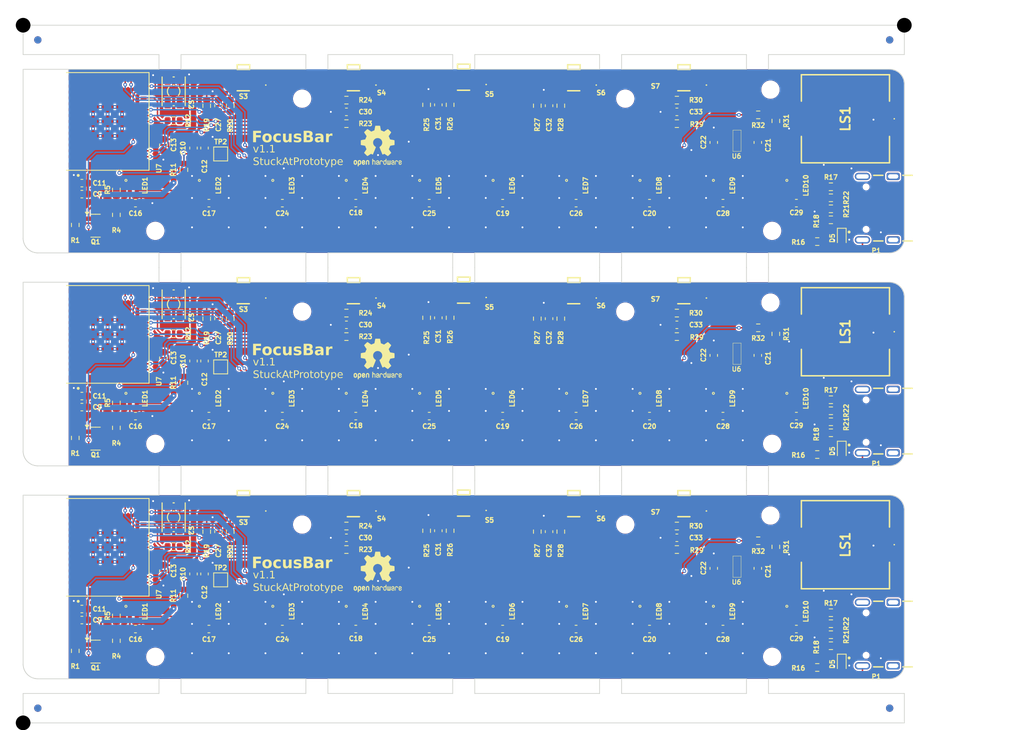
<source format=kicad_pcb>
(kicad_pcb (version 20241229) (generator "pcbnew") (generator_version "9.0")
  (layers (0 "F.Cu" signal) (2 "B.Cu" signal) (13 "F.Paste" user) (15 "B.Paste" user) (5 "F.SilkS" user "F.Silkscreen") (7 "B.SilkS" user "B.Silkscreen") (1 "F.Mask" user) (3 "B.Mask" user) (25 "Edge.Cuts" user))
  (net 0 "")
  (net 1 "Board_0-+3V3")
  (net 2 "Board_0-+5VD")
  (net 3 "Board_0-/CP_EN")
  (net 4 "Board_0-/SW_0")
  (net 5 "Board_0-/SW_1")
  (net 6 "Board_0-/SW_2")
  (net 7 "Board_0-/SW_3")
  (net 8 "Board_0-/SW_4")
  (net 9 "Board_0-/USB_D+")
  (net 10 "Board_0-/USB_D-")
  (net 11 "Board_0-GND")
  (net 12 "Board_0-Net-(LED1-DIN)")
  (net 13 "Board_0-Net-(LED1-DOUT)")
  (net 14 "Board_0-Net-(LED10-DIN)")
  (net 15 "Board_0-Net-(LED2-DOUT)")
  (net 16 "Board_0-Net-(LED3-DOUT)")
  (net 17 "Board_0-Net-(LED4-DOUT)")
  (net 18 "Board_0-Net-(LED5-DOUT)")
  (net 19 "Board_0-Net-(LED6-DOUT)")
  (net 20 "Board_0-Net-(LED7-DOUT)")
  (net 21 "Board_0-Net-(LED8-DOUT)")
  (net 22 "Board_0-Net-(LS1-Pad2)")
  (net 23 "Board_0-Net-(P1-CC)")
  (net 24 "Board_0-Net-(P1-D+)")
  (net 25 "Board_0-Net-(P1-D-)")
  (net 26 "Board_0-Net-(P1-SHIELD)")
  (net 27 "Board_0-Net-(P1-VCONN)")
  (net 28 "Board_0-Net-(Q1-D)")
  (net 29 "Board_0-Net-(Q1-S)")
  (net 30 "Board_0-Net-(R20-Pad2)")
  (net 31 "Board_0-Net-(R24-Pad2)")
  (net 32 "Board_0-Net-(R26-Pad2)")
  (net 33 "Board_0-Net-(R28-Pad2)")
  (net 34 "Board_0-Net-(R30-Pad2)")
  (net 35 "Board_0-Net-(U7-IO08)")
  (net 36 "Board_0-Net-(U7-IO22)")
  (net 37 "Board_0-Net-(U7-IO9)")
  (net 38 "Board_0-unconnected-(LED10-DOUT-Pad3)")
  (net 39 "Board_0-unconnected-(U6-NC-Pad4)")
  (net 40 "Board_0-unconnected-(U7-IO0-Pad9)")
  (net 41 "Board_0-unconnected-(U7-IO01-Pad10)")
  (net 42 "Board_0-unconnected-(U7-IO11-Pad21)")
  (net 43 "Board_0-unconnected-(U7-IO12-Pad16)")
  (net 44 "Board_0-unconnected-(U7-IO2-Pad5)")
  (net 45 "Board_0-unconnected-(U7-IO3-Pad6)")
  (net 46 "Board_0-unconnected-(U7-NC-Pad17)")
  (net 47 "Board_0-unconnected-(U7-NC-Pad28)")
  (net 48 "Board_0-unconnected-(U7-NC-Pad29)")
  (net 49 "Board_0-unconnected-(U7-NC-Pad32)")
  (net 50 "Board_0-unconnected-(U7-NC-Pad33)")
  (net 51 "Board_0-unconnected-(U7-NC-Pad34)")
  (net 52 "Board_0-unconnected-(U7-NC-Pad35)")
  (net 53 "Board_0-unconnected-(U7-NC-Pad4)")
  (net 54 "Board_0-unconnected-(U7-NC-Pad7)")
  (net 55 "Board_0-unconnected-(U7-RXD0-Pad30)")
  (net 56 "Board_0-unconnected-(U7-TXD0-Pad31)")
  (net 57 "Board_1-+3V3")
  (net 58 "Board_1-+5VD")
  (net 59 "Board_1-/CP_EN")
  (net 60 "Board_1-/SW_0")
  (net 61 "Board_1-/SW_1")
  (net 62 "Board_1-/SW_2")
  (net 63 "Board_1-/SW_3")
  (net 64 "Board_1-/SW_4")
  (net 65 "Board_1-/USB_D+")
  (net 66 "Board_1-/USB_D-")
  (net 67 "Board_1-GND")
  (net 68 "Board_1-Net-(LED1-DIN)")
  (net 69 "Board_1-Net-(LED1-DOUT)")
  (net 70 "Board_1-Net-(LED10-DIN)")
  (net 71 "Board_1-Net-(LED2-DOUT)")
  (net 72 "Board_1-Net-(LED3-DOUT)")
  (net 73 "Board_1-Net-(LED4-DOUT)")
  (net 74 "Board_1-Net-(LED5-DOUT)")
  (net 75 "Board_1-Net-(LED6-DOUT)")
  (net 76 "Board_1-Net-(LED7-DOUT)")
  (net 77 "Board_1-Net-(LED8-DOUT)")
  (net 78 "Board_1-Net-(LS1-Pad2)")
  (net 79 "Board_1-Net-(P1-CC)")
  (net 80 "Board_1-Net-(P1-D+)")
  (net 81 "Board_1-Net-(P1-D-)")
  (net 82 "Board_1-Net-(P1-SHIELD)")
  (net 83 "Board_1-Net-(P1-VCONN)")
  (net 84 "Board_1-Net-(Q1-D)")
  (net 85 "Board_1-Net-(Q1-S)")
  (net 86 "Board_1-Net-(R20-Pad2)")
  (net 87 "Board_1-Net-(R24-Pad2)")
  (net 88 "Board_1-Net-(R26-Pad2)")
  (net 89 "Board_1-Net-(R28-Pad2)")
  (net 90 "Board_1-Net-(R30-Pad2)")
  (net 91 "Board_1-Net-(U7-IO08)")
  (net 92 "Board_1-Net-(U7-IO22)")
  (net 93 "Board_1-Net-(U7-IO9)")
  (net 94 "Board_1-unconnected-(LED10-DOUT-Pad3)")
  (net 95 "Board_1-unconnected-(U6-NC-Pad4)")
  (net 96 "Board_1-unconnected-(U7-IO0-Pad9)")
  (net 97 "Board_1-unconnected-(U7-IO01-Pad10)")
  (net 98 "Board_1-unconnected-(U7-IO11-Pad21)")
  (net 99 "Board_1-unconnected-(U7-IO12-Pad16)")
  (net 100 "Board_1-unconnected-(U7-IO2-Pad5)")
  (net 101 "Board_1-unconnected-(U7-IO3-Pad6)")
  (net 102 "Board_1-unconnected-(U7-NC-Pad17)")
  (net 103 "Board_1-unconnected-(U7-NC-Pad28)")
  (net 104 "Board_1-unconnected-(U7-NC-Pad29)")
  (net 105 "Board_1-unconnected-(U7-NC-Pad32)")
  (net 106 "Board_1-unconnected-(U7-NC-Pad33)")
  (net 107 "Board_1-unconnected-(U7-NC-Pad34)")
  (net 108 "Board_1-unconnected-(U7-NC-Pad35)")
  (net 109 "Board_1-unconnected-(U7-NC-Pad4)")
  (net 110 "Board_1-unconnected-(U7-NC-Pad7)")
  (net 111 "Board_1-unconnected-(U7-RXD0-Pad30)")
  (net 112 "Board_1-unconnected-(U7-TXD0-Pad31)")
  (net 113 "Board_2-+3V3")
  (net 114 "Board_2-+5VD")
  (net 115 "Board_2-/CP_EN")
  (net 116 "Board_2-/SW_0")
  (net 117 "Board_2-/SW_1")
  (net 118 "Board_2-/SW_2")
  (net 119 "Board_2-/SW_3")
  (net 120 "Board_2-/SW_4")
  (net 121 "Board_2-/USB_D+")
  (net 122 "Board_2-/USB_D-")
  (net 123 "Board_2-GND")
  (net 124 "Board_2-Net-(LED1-DIN)")
  (net 125 "Board_2-Net-(LED1-DOUT)")
  (net 126 "Board_2-Net-(LED10-DIN)")
  (net 127 "Board_2-Net-(LED2-DOUT)")
  (net 128 "Board_2-Net-(LED3-DOUT)")
  (net 129 "Board_2-Net-(LED4-DOUT)")
  (net 130 "Board_2-Net-(LED5-DOUT)")
  (net 131 "Board_2-Net-(LED6-DOUT)")
  (net 132 "Board_2-Net-(LED7-DOUT)")
  (net 133 "Board_2-Net-(LED8-DOUT)")
  (net 134 "Board_2-Net-(LS1-Pad2)")
  (net 135 "Board_2-Net-(P1-CC)")
  (net 136 "Board_2-Net-(P1-D+)")
  (net 137 "Board_2-Net-(P1-D-)")
  (net 138 "Board_2-Net-(P1-SHIELD)")
  (net 139 "Board_2-Net-(P1-VCONN)")
  (net 140 "Board_2-Net-(Q1-D)")
  (net 141 "Board_2-Net-(Q1-S)")
  (net 142 "Board_2-Net-(R20-Pad2)")
  (net 143 "Board_2-Net-(R24-Pad2)")
  (net 144 "Board_2-Net-(R26-Pad2)")
  (net 145 "Board_2-Net-(R28-Pad2)")
  (net 146 "Board_2-Net-(R30-Pad2)")
  (net 147 "Board_2-Net-(U7-IO08)")
  (net 148 "Board_2-Net-(U7-IO22)")
  (net 149 "Board_2-Net-(U7-IO9)")
  (net 150 "Board_2-unconnected-(LED10-DOUT-Pad3)")
  (net 151 "Board_2-unconnected-(U6-NC-Pad4)")
  (net 152 "Board_2-unconnected-(U7-IO0-Pad9)")
  (net 153 "Board_2-unconnected-(U7-IO01-Pad10)")
  (net 154 "Board_2-unconnected-(U7-IO11-Pad21)")
  (net 155 "Board_2-unconnected-(U7-IO12-Pad16)")
  (net 156 "Board_2-unconnected-(U7-IO2-Pad5)")
  (net 157 "Board_2-unconnected-(U7-IO3-Pad6)")
  (net 158 "Board_2-unconnected-(U7-NC-Pad17)")
  (net 159 "Board_2-unconnected-(U7-NC-Pad28)")
  (net 160 "Board_2-unconnected-(U7-NC-Pad29)")
  (net 161 "Board_2-unconnected-(U7-NC-Pad32)")
  (net 162 "Board_2-unconnected-(U7-NC-Pad33)")
  (net 163 "Board_2-unconnected-(U7-NC-Pad34)")
  (net 164 "Board_2-unconnected-(U7-NC-Pad35)")
  (net 165 "Board_2-unconnected-(U7-NC-Pad4)")
  (net 166 "Board_2-unconnected-(U7-NC-Pad7)")
  (net 167 "Board_2-unconnected-(U7-RXD0-Pad30)")
  (net 168 "Board_2-unconnected-(U7-TXD0-Pad31)")
  (footprint "Resistor_SMD:R_0603_1608Metric" (layer "F.Cu") (at 198.5 72.5005 180)
    (property "Reference" "R22")
    (property "Value" "22")
  )
  (footprint "Resistor_SMD:R_0603_1608Metric" (layer "F.Cu") (at 113.5 30.9755 90)
    (property "Reference" "R19")
    (property "Value" "100k")
  )
  (footprint "custom_IC:TL1016AAF220QG" (layer "F.Cu") (at 178.5 85.4755 180)
    (property "Reference" "S7")
    (property "Value" "TL1016AAF220QG" (hide yes))
  )
  (footprint "Capacitor_SMD:C_0603_1608Metric" (layer "F.Cu") (at 173.8 73.22552)
    (property "Reference" "C20")
    (property "Value" "0.1uF")
  )
  (footprint "Capacitor_SMD:C_0603_1608Metric" (layer "F.Cu") (at 182.55 93.9605 90)
    (property "Reference" "C22")
    (property "Value" "10uF")
  )
  (footprint "Capacitor_SMD:C_0603_1608Metric" (layer "F.Cu") (at 113.2 65.7255 90)
    (property "Reference" "C12")
    (property "Value" "0.1uF")
  )
  (footprint "custom_IC:IN-PI15_INL" (layer "F.Cu") (at 143.5 42.02552)
    (property "Reference" "LED5")
    (property "Value" "IN-PI15TAT5R5G5B")
  )
  (footprint "Resistor_SMD:R_0603_1608Metric" (layer "F.Cu") (at 196.64 107.4605 180)
    (property "Reference" "R16")
    (property "Value" "1M")
  )
  (footprint "Resistor_SMD:R_0603_1608Metric" (layer "F.Cu") (at 198.5 46.5005 180)
    (property "Reference" "R18")
    (property "Value" "5K1")
  )
  (footprint "Resistor_SMD:R_0603_1608Metric" (layer "F.Cu") (at 161.72 59.9605 90)
    (property "Reference" "R28")
    (property "Value" "10k")
  )
  (footprint "custom_IC:IN-PI15_INL" (layer "F.Cu") (at 173.5 42.02552)
    (property "Reference" "LED8")
    (property "Value" "IN-PI15TAT5R5G5B")
  )
  (footprint "custom_IC:IN-PI15_INL" (layer "F.Cu") (at 153.5 100.02552)
    (property "Reference" "LED6")
    (property "Value" "IN-PI15TAT5R5G5B")
  )
  (footprint "MountingHole:MountingHole_2.2mm_M2" (layer "F.Cu") (at 106.5 77.0005)
    (property "Reference" "REF**" (hide yes))
    (property "Value" "MountingHole_2.2mm_M2")
  )
  (footprint "Capacitor_SMD:C_0603_1608Metric" (layer "F.Cu") (at 115.1 88.9755 90)
    (property "Reference" "C27")
    (property "Value" "0.1uF")
  )
  (footprint "custom_IC:IN-PI15_INL" (layer "F.Cu") (at 123.5 100.02552)
    (property "Reference" "LED3")
    (property "Value" "IN-PI15TAT5R5G5B")
  )
  (footprint "Resistor_SMD:R_0603_1608Metric" (layer "F.Cu") (at 95.6 47.2005 90)
    (property "Reference" "R1")
    (property "Value" "10K")
  )
  (footprint "Capacitor_SMD:C_0603_1608Metric" (layer "F.Cu") (at 188.55 64.9605 90)
    (property "Reference" "C21")
    (property "Value" "10uF")
  )
  (footprint "custom_IC:TL1016AAF220QG" (layer "F.Cu") (at 118.5 56.4755 180)
    (property "Reference" "S3")
    (property "Value" "TL1016AAF220QG" (hide yes))
  )
  (footprint "Resistor_SMD:R_0603_1608Metric" (layer "F.Cu") (at 188.602187 90.207986 180)
    (property "Reference" "R32")
    (property "Value" "100")
  )
  (footprint "Capacitor_SMD:C_0603_1608Metric" (layer "F.Cu") (at 173.8 44.22552)
    (property "Reference" "C20")
    (property "Value" "0.1uF")
  )
  (footprint "custom_IC:IN-PI15_INL" (layer "F.Cu") (at 163.5 71.02552)
    (property "Reference" "LED7")
    (property "Value" "IN-PI15TAT5R5G5B")
  )
  (footprint "custom_IC:IN-PI15_INL" (layer "F.Cu") (at 113.5 100.02552)
    (property "Reference" "LED2")
    (property "Value" "IN-PI15TAT5R5G5B")
  )
  (footprint "Resistor_SMD:R_0603_1608Metric" (layer "F.Cu") (at 109 33.0005)
    (property "Reference" "R12")
    (property "Value" "10K")
  )
  (footprint "kicad_reformed_custom_IC:SWITCH_0SMTRLFS" (layer "F.Cu") (at 109 58.0005 -90)
    (property "Reference" "S2")
    (property "Value" "SWITCH_0SMTRLFS")
  )
  (footprint "Capacitor_SMD:C_0603_1608Metric" (layer "F.Cu") (at 188.55 35.9605 90)
    (property "Reference" "C21")
    (property "Value" "10uF")
  )
  (footprint "NPTH" (layer "F.Cu") (at 88.5 115.0015)
    (property "Reference" "KiKit_TO_3" (hide yes))
    (property "Value" "NPTH" (hide yes))
  )
  (footprint "Capacitor_SMD:C_0603_1608Metric" (layer "F.Cu") (at 107.6 36.3005 -90)
    (property "Reference" "C13")
    (property "Value" "0.1uF")
  )
  (footprint "Capacitor_SMD:C_0603_1608Metric" (layer "F.Cu") (at 123.8 73.22552)
    (property "Reference" "C24")
    (property "Value" "0.1uF")
  )
  (footprint "Capacitor_SMD:C_0603_1608Metric" (layer "F.Cu") (at 103.8 73.22552)
    (property "Reference" "C16")
    (property "Value" "0.1uF")
  )
  (footprint "custom_IC:TL1016AAF220QG" (layer "F.Cu") (at 178.5 56.4755 180)
    (property "Reference" "S7")
    (property "Value" "TL1016AAF220QG" (hide yes))
  )
  (footprint "Resistor_SMD:R_0603_1608Metric" (layer "F.Cu") (at 177.525 30.2005 180)
    (property "Reference" "R30")
    (property "Value" "10k")
  )
  (footprint "custom_IC:TL1016AAF220QG" (layer "F.Cu") (at 163.5 85.4755 180)
    (property "Reference" "S6")
    (property "Value" "TL1016AAF220QG" (hide yes))
  )
  (footprint "kicad_reformed_custom_IC:LOGO_6mm_microDMG" (layer "F.Cu") (at 122.8 60.1005)
    (property "Reference" "G***" (hide yes))
    (property "Value" "LOGO" (hide yes))
  )
  (footprint "custom_IC:IN-PI15_INL" (layer "F.Cu") (at 163.5 100.02552)
    (property "Reference" "LED7")
    (property "Value" "IN-PI15TAT5R5G5B")
  )
  (footprint "Diode_SMD:D_SOD-523" (layer "F.Cu") (at 199.98 77.9105 -90)
    (property "Reference" "D5")
    (property "Value" "TPD1E10B06")
  )
  (footprint "Capacitor_SMD:C_0603_1608Metric" (layer "F.Cu") (at 96.5 72.0005 180)
    (property "Reference" "C9")
    (property "Value" "47uF")
  )
  (footprint "custom_IC:TL1016AAF220QG" (layer "F.Cu") (at 118.5 27.4755 180)
    (property "Reference" "S3")
    (property "Value" "TL1016AAF220QG" (hide yes))
  )
  (footprint "Fiducial" (layer "F.Cu") (at 206.5 22)
    (property "Reference" "KiKit_FID_T_2" (hide yes))
    (property "Value" "Fiducial" (hide yes))
  )
  (footprint "Capacitor_SMD:C_0603_1608Metric" (layer "F.Cu") (at 111.7 65.7255 90)
    (property "Reference" "C10")
    (property "Value" "1uF")
  )
  (footprint "custom_IC:TL1016AAF220QG" (layer "F.Cu") (at 148.5 85.4005 180)
    (property "Reference" "S5")
    (property "Value" "TL1016AAF220QG" (hide yes))
  )
  (footprint "Capacitor_SMD:C_0603_1608Metric" (layer "F.Cu") (at 143.8 73.22552)
    (property "Reference" "C25")
    (property "Value" "0.1uF")
  )
  (footprint "custom_IC:TL1016AAF220QG" (layer "F.Cu") (at 148.5 56.4005 180)
    (property "Reference" "S5")
    (property "Value" "TL1016AAF220QG" (hide yes))
  )
  (footprint "custom_IC:IN-PI15_INL" (layer "F.Cu") (at 133.5 71.02552)
    (property "Reference" "LED4")
    (property "Value" "IN-PI15TAT5R5G5B")
  )
  (footprint "Capacitor_SMD:C_0603_1608Metric" (layer "F.Cu") (at 113.8 102.22552)
    (property "Reference" "C17")
    (property "Value" "0.1uF")
  )
  (footprint "Resistor_SMD:R_0603_1608Metric" (layer "F.Cu") (at 198.5 101.5005 180)
    (property "Reference" "R22")
    (property "Value" "22")
  )
  (footprint "custom_IC:IN-PI15_INL" (layer "F.Cu") (at 133.5 100.02552)
    (property "Reference" "LED4")
    (property "Value" "IN-PI15TAT5R5G5B")
  )
  (footprint "Capacitor_SMD:C_0603_1608Metric" (layer "F.Cu") (at 183.8 102.22552)
    (property "Reference" "C28")
    (property "Value" "0.1uF")
  )
  (footprint "kicad_reformed_custom_IC:MODULE_ESP32-H2-MINI-1-H2" (layer "F.Cu") (at 97.3 62.1005 90)
    (property "Reference" "U7")
    (property "Value" "ESP32-H2-MINI-1")
  )
  (footprint "Resistor_SMD:R_0603_1608Metric" (layer "F.Cu") (at 146.645 30.8405 90)
    (property "Reference" "R26")
    (property "Value" "10k")
  )
  (footprint "custom_IC:IN-PI15_INL" (layer "F.Cu") (at 193.5 71.02552)
    (property "Reference" "LED10")
    (property "Value" "IN-PI15TAT5R5G5B")
  )
  (footprint "Capacitor_SMD:C_0603_1608Metric" (layer "F.Cu") (at 163.8 102.22552)
    (property "Reference" "C26")
    (property "Value" "0.1uF")
  )
  (footprint "kicad_reformed_custom_IC:LOGO_6mm_microDMG" (layer "F.Cu") (at 122.8 31.1005)
    (property "Reference" "G***" (hide yes))
    (property "Value" "LOGO" (hide yes))
  )
  (footprint "Resistor_SMD:R_0603_1608Metric" (layer "F.Cu") (at 146.645 88.8405 90)
    (property "Reference" "R26")
    (property "Value" "10k")
  )
  (footprint "Capacitor_SMD:C_0603_1608Metric" (layer "F.Cu") (at 143.8 44.22552)
    (property "Reference" "C25")
    (property "Value" "0.1uF")
  )
  (footprint "Resistor_SMD:R_0603_1608Metric" (layer "F.Cu") (at 110.39 97.6905 90)
    (property "Reference" "R11")
    (property "Value" "10K")
  )
  (footprint "kicad_reformed_custom_IC:GCT_USB4105-GF-A" (layer "F.Cu") (at 206.98 73.9105 90)
    (property "Reference" "P1")
    (property "Value" "USB_C_Plug_USB2.0")
  )
  (footprint "Capacitor_SMD:C_0603_1608Metric" (layer "F.Cu") (at 153.8 102.22552)
    (property "Reference" "C19")
    (property "Value" "0.1uF")
  )
  (footprint "MountingHole:MountingHole_2.2mm_M2" (layer "F.Cu") (at 126.5 59.0005)
    (property "Reference" "REF**" (hide yes))
    (property "Value" "MountingHole_2.2mm_M2")
  )
  (footprint "Capacitor_SMD:C_0603_1608Metric" (layer "F.Cu") (at 183.8 73.22552)
    (property "Reference" "C28")
    (property "Value" "0.1uF")
  )
  (footprint "Resistor_SMD:R_0603_1608Metric" (layer "F.Cu") (at 95.6 76.2005 90)
    (property "Reference" "R1")
    (property "Value" "10K")
  )
  (footprint "Resistor_SMD:R_0603_1608Metric" (layer "F.Cu") (at 191.002187 62.032986 -90)
    (property "Reference" "R31")
    (property "Value" "1M")
  )
  (footprint "custom_IC:TL1016AAF220QG" (layer "F.Cu") (at 133.5 56.4755 180)
    (property "Reference" "S4")
    (property "Value" "TL1016AAF220QG" (hide yes))
  )
  (footprint "kicad_reformed_custom_IC:SMT1240SHT" (layer "F.Cu") (at 200.48 61.7405 -90)
    (property "Reference" "LS1")
    (property "Value" "SMT1240SHT" (hide yes))
  )
  (footprint "Capacitor_SMD:C_0603_1608Metric" (layer "F.Cu") (at 160.12 88.9605 90)
    (property "Reference" "C32")
    (property "Value" "0.1uF")
  )
  (footprint "Fiducial" (layer "F.Cu") (at 90.5 22)
    (property "Reference" "KiKit_FID_T_1" (hide yes))
    (property "Value" "Fiducial" (hide yes))
  )
  (footprint "custom_IC:IN-PI15_INL" (layer "F.Cu") (at 143.5 71.02552)
    (property "Reference" "LED5")
    (property "Value" "IN-PI15TAT5R5G5B")
  )
  (footprint "Resistor_SMD:R_0603_1608Metric" (layer "F.Cu") (at 146.645 59.8405 90)
    (property "Reference" "R26")
    (property "Value" "10k")
  )
  (footprint "Capacitor_SMD:C_0603_1608Metric" (layer "F.Cu") (at 133.8 44.22552)
    (property "Reference" "C18")
    (property "Value" "0.1uF")
  )
  (footprint "kicad_reformed_custom_IC:LOGO_6mm_microDMG" (layer "F.Cu") (at 122.8 89.1005)
    (property "Reference" "G***" (hide yes))
    (property "Value" "LOGO" (hide yes))
  )
  (footprint "custom_IC:TL1016AAF220QG" (layer "F.Cu") (at 163.5 56.4755 180)
    (property "Reference" "S6")
    (property "Value" "TL1016AAF220QG" (hide yes))
  )
  (footprint "Capacitor_SMD:C_0603_1608Metric" (layer "F.Cu") (at 132.525 60.8005 180)
    (property "Reference" "C30")
    (property "Value" "0.1uF")
  )
  (footprint "Capacitor_SMD:C_0603_1608Metric" (layer "F.Cu") (at 177.525 31.8005 180)
    (property "Reference" "C33")
    (property "Value" "0.1uF")
  )
  (footprint "custom_IC:IN-PI15_INL" (layer "F.Cu") (at 193.5 42.02552)
    (property "Reference" "LED10")
    (property "Value" "IN-PI15TAT5R5G5B")
  )
  (footprint "MountingHole:MountingHole_2.2mm_M2" (layer "F.Cu") (at 190.27 57.7705)
    (property "Reference" "REF**" (hide yes))
    (property "Value" "MountingHole_2.2mm_M2")
  )
  (footprint "MountingHole:MountingHole_2.2mm_M2" (layer "F.Cu") (at 190.5 48.0005)
    (property "Reference" "REF**" (hide yes))
    (property "Value" "MountingHole_2.2mm_M2")
  )
  (footprint "Resistor_SMD:R_0603_1608Metric" (layer "F.Cu") (at 101.2 103.82552 -90)
    (property "Reference" "R4")
    (property "Value" "10K")
  )
  (footprint "Resistor_SMD:R_0603_1608Metric" (layer "F.Cu") (at 101.2 71.42552 90)
    (property "Reference" "R5")
    (property "Value" "470")
  )
  (footprint "Capacitor_SMD:C_0603_1608Metric" (layer "F.Cu") (at 113.8 44.22552)
    (property "Reference" "C17")
    (property "Value" "0.1uF")
  )
  (footprint "kicad_reformed_custom_IC:AP2204" (layer "F.Cu") (at 185.665 35.7855 90)
    (property "Reference" "U6")
    (property "Value" "AP2205")
  )
  (footprint "Resistor_SMD:R_0603_1608Metric" (layer "F.Cu") (at 198.5 42.0005 180)
    (property "Reference" "R17")
    (property "Value" "5K1")
  )
  (footprint "Capacitor_SMD:C_0603_1608Metric" (layer "F.Cu") (at 113.8 73.22552)
    (property "Reference" "C17")
    (property "Value" "0.1uF")
  )
  (footprint "Resistor_SMD:R_0603_1608Metric" (layer "F.Cu") (at 101.2 100.42552 90)
    (property "Reference" "R5")
    (property "Value" "470")
  )
  (footprint "Resistor_SMD:R_0603_1608Metric" (layer "F.Cu") (at 188.602187 32.207986 180)
    (property "Reference" "R32")
    (property "Value" "100")
  )
  (footprint "Resistor_SMD:R_0603_1608Metric" (layer "F.Cu") (at 143.445 88.8405 90)
    (property "Reference" "R25")
    (property "Value" "100k")
  )
  (footprint "Fiducial" (layer "F.Cu") (at 206.5 113.0015)
    (property "Reference" "KiKit_FID_T_4" (hide yes))
    (property "Value" "Fiducial" (hide yes))
  )
  (footprint "custom_IC:IN-PI15_INL" (layer "F.Cu") (at 103.5 42.02552)
    (property "Reference" "LED1")
    (property "Value" "IN-PI15TAT5R5G5B")
  )
  (footprint "custom_IC:IN-PI15_INL" (layer "F.Cu") (at 153.5 42.02552)
    (property "Reference" "LED6")
    (property "Value" "IN-PI15TAT5R5G5B")
  )
  (footprint "Capacitor_SMD:C_0603_1608Metric" (layer "F.Cu") (at 111.7 36.7255 90)
    (property "Reference" "C10")
    (property "Value" "1uF")
  )
  (footprint "Capacitor_SMD:C_0603_1608Metric" (layer "F.Cu") (at 96.5 99.5005 180)
    (property "Reference" "C11")
    (property "Value" "0.1uF")
  )
  (footprint "Resistor_SMD:R_0603_1608Metric" (layer "F.Cu") (at 198.5 103.0005)
    (property "Reference" "R21")
    (property "Value" "22")
  )
  (footprint "Fiducial" (layer "F.Cu") (at 90.5 113.0015)
    (property "Reference" "KiKit_FID_T_3" (hide yes))
    (property "Value" "Fiducial" (hide yes))
  )
  (footprint "kicad_reformed_custom_IC:SMT1240SHT" (layer "F.Cu") (at 200.48 32.7405 -90)
    (property "Reference" "LS1")
    (property "Value" "SMT1240SHT" (hide yes))
  )
  (footprint "custom_IC:IN-PI15_INL" (layer "F.Cu") (at 123.5 42.02552)
    (property "Reference" "LED3")
    (property "Value" "IN-PI15TAT5R5G5B")
  )
  (footprint "Capacitor_SMD:C_0603_1608Metric" (layer "F.Cu") (at 123.8 102.22552)
    (property "Reference" "C24")
    (property "Value" "0.1uF")
  )
  (footprint "custom_IC:IN-PI15_INL" (layer "F.Cu") (at 103.5 71.02552)
    (property "Reference" "LED1")
    (property "Value" "IN-PI15TAT5R5G5B")
  )
  (footprint "MountingHole:MountingHole_2.2mm_M2" (layer "F.Cu") (at 170.5 88.0005)
    (property "Reference" "REF**" (hide yes))
    (property "Value" "MountingHole_2.2mm_M2")
  )
  (footprint "Resistor_SMD:R_0603_1608Metric" (layer "F.Cu") (at 95.6 105.2005 90)
    (property "Reference" "R1")
    (property "Value" "10K")
  )
  (footprint "kicad_reformed_custom_IC:GCT_USB4105-GF-A" (layer "F.Cu") (at 206.98 102.9105 90)
    (property "Reference" "P1")
    (property "Value" "USB_C_Plug_USB2.0")
  )
  (footprint "Capacitor_SMD:C_0603_1608Metric" (layer "F.Cu") (at 115.1 59.9755 90)
    (property "Reference" "C27")
    (property "Value" "0.1uF")
  )
  (footprint "Capacitor_SMD:C_0603_1608Metric" (layer "F.Cu") (at 96.5 101.0005 180)
    (property "Reference" "C9")
    (property "Value" "47uF")
  )
  (footprint "kicad_reformed_custom_IC:AP2204" (layer "F.Cu") (at 185.665 93.7855 90)
    (property "Reference" "U6")
    (property "Value" "AP2205")
  )
  (footprint "Symbol:OSHW-Logo2_7.3x6mm_SilkScreen" (layer "F.Cu") (at 136.78 94.4505)
    (property "Reference" "REF**" (hide yes))
    (property "Value" "OSHW-Logo2_7.3x6mm_SilkScreen" (hide yes))
  )
  (footprint "Capacitor_SMD:C_0603_1608Metric" (layer "F.Cu") (at 145.045 59.8405 90)
    (property "Reference" "C31")
    (property "Value" "0.1uF")
  )
  (footprint "MountingHole:MountingHole_2.2mm_M2" (layer "F.Cu") (at 170.5 59.0005)
    (property "Reference" "REF**" (hide yes))
    (property "Value" "MountingHole_2.2mm_M2")
  )
  (footprint "kicad_reformed_custom_IC:SWITCH_0SMTRLFS" (layer "F.Cu") (at 109 87.0005 -90)
    (property "Reference" "S2")
    (property "Value" "SWITCH_0SMTRLFS")
  )
  (footprint "Resistor_SMD:R_0603_1608Metric" (layer "F.Cu") (at 161.72 30.9605 90)
    (property "Reference" "R28")
    (property "Value" "10k")
  )
  (footprint "Resistor_SMD:R_0603_1608Metric" (layer "F.Cu") (at 101.2 74.82552 -90)
    (property "Reference" "R4")
    (property "Value" "10K")
  )
  (footprint "custom_IC:TL1016AAF220QG" (layer "F.Cu") (at 163.5 27.4755 180)
    (property "Reference" "S6")
    (property "Value" "TL1016AAF220QG" (hide yes))
  )
  (footprint "custom_IC:IN-PI15_INL" (layer "F.Cu") (at 153.5 71.02552)
    (property "Reference" "LED6")
    (property "Value" "IN-PI15TAT5R5G5B")
  )
  (footprint "Capacitor_SMD:C_0603_1608Metric" (layer "F.Cu") (at 145.045 88.8405 90)
    (property "Reference" "C31")
    (property "Value" "0.1uF")
  )
  (footprint "MountingHole:MountingHole_2.2mm_M2" (layer "F.Cu") (at 190.5 106.0005)
    (property "Reference" "REF**" (hide yes))
    (property "Value" "MountingHole_2.2mm_M2")
  )
  (footprint "Resistor_SMD:R_0603_1608Metric" (layer "F.Cu") (at 198.5 45.0005)
    (property "Reference" "R21")
    (property "Value" "22")
  )
  (footprint "Capacitor_SMD:C_0603_1608Metric" (layer "F.Cu") (at 163.8 73.22552)
    (property "Reference" "C26")
    (property "Value" "0.1uF")
  )
  (footprint "MountingHole:MountingHole_2.2mm_M2" (layer "F.Cu") (at 126.5 30.0005)
    (property "Reference" "REF**" (hide yes))
    (property "Value" "MountingHole_2.2mm_M2")
  )
  (footprint "Capacitor_SMD:C_0603_1608Metric" (layer "F.Cu") (at 133.8 102.22552)
    (property "Reference" "C18")
    (property "Value" "0.1uF")
  )
  (footprint "Resistor_SMD:R_0603_1608Metric" (layer "F.Cu") (at 143.445 59.8405 90)
    (property "Reference" "R25")
    (property "Value" "100k")
  )
  (footprint "Resistor_SMD:R_0603_1608Metric" (layer "F.Cu") (at 188.602187 61.207986 180)
    (property "Reference" "R32")
    (property "Value" "100")
  )
  (footprint "Package_TO_SOT_SMD:SOT-23" (layer "F.Cu") (at 98.3625 76.3005)
    (property "Reference" "Q1")
    (property "Value" "BSS138")
  )
  (footprint "Capacitor_SMD:C_0603_1608Metric" (layer "F.Cu") (at 193.8 102.22552)
    (property "Reference" "C29")
    (property "Value" "0.1uF")
  )
  (footprint "Capacitor_SMD:C_0603_1608Metric" (layer "F.Cu") (at 163.8 44.22552)
    (property "Reference" "C26")
    (property "Value" "0.1uF")
  )
  (footprint "Resistor_SMD:R_0603_1608Metric" (layer "F.Cu") (at 177.525 88.2005 180)
    (property "Reference" "R30")
    (property "Value" "10k")
  )
  (footprint "Capacitor_SMD:C_0603_1608Metric" (layer "F.Cu") (at 160.12 59.9605 90)
    (property "Reference" "C32")
    (property "Value" "0.1uF")
  )
  (footprint "Resistor_SMD:R_0603_1608Metric" (layer "F.Cu") (at 110.39 39.6905 90)
    (property "Reference" "R11")
    (property "Value" "10K")
  )
  (footprint "Resistor_SMD:R_0603_1608Metric" (layer "F.Cu") (at 158.52 30.9605 90)
    (property "Reference" "R27")
    (property "Value" "100k")
  )
  (footprint "custom_IC:TL1016AAF220QG" (layer "F.Cu") (at 178.5 27.4755 180)
    (property "Reference" "S7")
    (property "Value" "TL1016AAF220QG" (hide yes))
  )
  (footprint "Capacitor_SMD:C_0603_1608Metric" (layer "F.Cu") (at 182.55 64.9605 90)
    (property "Reference" "C22")
    (property "Value" "10uF")
  )
  (footprint "custom_IC:IN-PI15_INL" (layer "F.Cu") (at 173.5 100.02552)
    (property "Reference" "LED8")
    (property "Value" "IN-PI15TAT5R5G5B")
  )
  (footprint "Resistor_SMD:R_0603_1608Metric" (layer "F.Cu") (at 191.002187 91.032986 -90)
    (property "Reference" "R31")
    (property "Value" "1M")
  )
  (footprint "TestPoint:TestPoint_Pad_1.5x1.5mm" (layer "F.Cu") (at 115.4 66.5255)
    (property "Reference" "TP2")
    (property "Value" "TestPoint")
  )
  (footprint "Capacitor_SMD:C_0603_1608Metric" (layer "F.Cu") (at 145.045 30.8405 90)
    (property "Reference" "C31")
    (property "Value" "0.1uF")
  )
  (footprint "Package_TO_SOT_SMD:SOT-23" (layer "F.Cu") (at 98.3625 47.3005)
    (property "Reference" "Q1")
    (property "Value" "BSS138")
  )
  (footprint "Resistor_SMD:R_0603_1608Metric" (layer "F.Cu") (at 110.39 68.6905 90)
    (property "Reference" "R11")
    (property "Value" "10K")
  )
  (footprint "Resistor_SMD:R_0603_1608Metric" (layer "F.Cu") (at 116.7 30.9755 90)
    (property "Reference" "R20")
    (property "Value" "10k")
  )
  (footprint "MountingHole:MountingHole_2.2mm_M2" (layer "F.Cu") (at 126.5 88.0005)
    (property "Reference" "REF**" (hide yes))
    (property "Value" "MountingHole_2.2mm_M2")
  )
  (footprint "custom_IC:IN-PI15_INL" (layer "F.Cu") (at 183.5 71.02552)
    (property "Reference" "LED9")
    (property "Value" "IN-PI15TAT5R5G5B")
  )
  (footprint "custom_IC:IN-PI15_INL" (layer "F.Cu") (at 183.5 100.02552)
    (property "Reference" "LED9")
    (property "Value" "IN-PI15TAT5R5G5B")
  )
  (footprint "Resistor_SMD:R_0603_1608Metric" (layer "F.Cu") (at 158.52 59.9605 90)
    (property "Reference" "R27")
    (property "Value" "100k")
  )
  (footprint "Resistor_SMD:R_0603_1608Metric" (layer "F.Cu") (at 132.525 91.4005 180)
    (property "Reference" "R23")
    (property "Value" "100k")
  )
  (footprint "Resistor_SMD:R_0603_1608Metric" (layer "F.Cu") (at 113.5 88.9755 90)
    (property "Reference" "R19")
    (property "Value" "100k")
  )
  (footprint "Capacitor_SMD:C_0603_1608Metric" (layer "F.Cu") (at 143.8 102.22552)
    (property "Reference" "C25")
    (property "Value" "0.1uF")
  )
  (footprint "kicad_reformed_custom_IC:SWITCH_0SMTRLFS" (layer "F.Cu") (at 109 29.0005 -90)
    (property "Reference" "S2")
    (property "Value" "SWITCH_0SMTRLFS")
  )
  (footprint "Capacitor_SMD:C_0603_1608Metric" (layer "F.Cu") (at 193.8 44.22552)
    (property "Reference" "C29")
    (property "Value" "0.1uF")
  )
  (footprint "Package_TO_SOT_SMD:SOT-23" (layer "F.Cu") (at 98.3625 105.3005)
    (property "Reference" "Q1")
    (property "Value" "BSS138")
  )
  (footprint "Resistor_SMD:R_0603_1608Metric" (layer "F.Cu") (at 198.5 100.0005 180)
    (property "Reference" "R17")
    (property "Value" "5K1")
  )
  (footprint "custom_IC:IN-PI15_INL" (layer "F.Cu") (at 113.5 71.02552)
    (property "Reference" "LED2")
    (property "Value" "IN-PI15TAT5R5G5B")
  )
  (footprint "Resistor_SMD:R_0603_1608Metric" (layer "F.Cu") (at 109 62.0005)
    (property "Reference" "R12")
    (property "Value" "10K")
  )
  (footprint "custom_IC:IN-PI15_INL" (layer "F.Cu") (at 183.5 42.02552)
    (property "Reference" "LED9")
    (property "Value" "IN-PI15TAT5R5G5B")
  )
  (footprint "Resistor_SMD:R_0603_1608Metric" (layer "F.Cu") (at 196.64 49.4605 180)
    (property "Reference" "R16")
    (property "Value" "1M")
  )
  (footprint "MountingHole:MountingHole_2.2mm_M2" (layer "F.Cu") (at 190.5 77.0005)
    (property "Reference" "REF**" (hide yes))
    (property "Value" "MountingHole_2.2mm_M2")
  )
  (footprint "Capacitor_SMD:C_0603_1608Metric" (layer "F.Cu") (at 115.1 30.9755 90)
    (property "Reference" "C27")
    (property "Value" "0.1uF")
  )
  (footprint "Capacitor_SMD:C_0603_1608Metric" (layer "F.Cu") (at 153.8 44.22552)
    (property "Reference" "C19")
    (property "Value" "0.1uF")
  )
  (footprint "Resistor_SMD:R_0603_1608Metric" (layer "F.Cu") (at 177.525 91.4005 180)
    (property "Reference" "R29")
    (property "Value" "100k")
  )
  (footprint "Capacitor_SMD:C_0603_1608Metric" (layer "F.Cu") (at 113.2 36.7255 90)
    (property "Reference" "C12")
    (property "Value" "0.1uF")
  )
  (footprint "Capacitor_SMD:C_0603_1608Metric" (layer "F.Cu") (at 107.6 65.3005 -90)
    (property "Reference" "C13")
    (property "Value" "0.1uF")
  )
  (footprint "Resistor_SMD:R_0603_1608Metric" (layer "F.Cu") (at 196.64 78.4605 180)
    (property "Reference" "R16")
    (property "Value" "1M")
  )
  (footprint "custom_IC:TL1016AAF220QG" (layer "F.Cu") (at 133.5 85.4755 180)
    (property "Reference" "S4")
    (property "Value" "TL1016AAF220QG" (hide yes))
  )
  (footprint "Resistor_SMD:R_0603_1608Metric" (layer "F.Cu") (at 177.525 62.4005 180)
    (property "Reference" "R29")
    (property "Value" "100k")
  )
  (footprint "kicad_reformed_custom_IC:SMT1240SHT" (layer "F.Cu") (at 200.48 90.7405 -90)
    (property "Reference" "LS1")
    (property "Value" "SMT1240SHT" (hide yes))
  )
  (footprint "Resistor_SMD:R_0603_1608Metric" (layer "F.Cu") (at 116.7 59.9755 90)
    (property "Reference" "R20")
    (property "Value" "10k")
  )
  (footprint "Symbol:OSHW-Logo2_7.3x6mm_SilkScreen" (layer "F.Cu") (at 136.78 65.4505)
    (property "Reference" "REF**" (hide yes))
    (property "Value" "OSHW-Logo2_7.3x6mm_SilkScreen" (hide yes))
  )
  (footprint "Diode_SMD:D_SOD-523" (layer "F.Cu") (at 199.98 106.9105 -90)
    (property "Reference" "D5")
    (property "Value" "TPD1E10B06")
  )
  (footprint "Diode_SMD:D_SOD-523" (layer "F.Cu") (at 199.98 48.9105 -90)
    (property "Reference" "D5")
    (property "Value" "TPD1E10B06")
  )
  (footprint "Capacitor_SMD:C_0603_1608Metric" (layer "F.Cu") (at 96.5 41.5005 180)
    (property "Reference" "C11")
    (property "Value" "0.1uF")
  )
  (footprint "Capacitor_SMD:C_0603_1608Metric" (layer "F.Cu") (at 103.8 44.22552)
    (property "Reference" "C16")
    (property "Value" "0.1uF")
  )
  (footprint "Capacitor_SMD:C_0603_1608Metric" (layer "F.Cu") (at 177.525 89.8005 180)
    (property "Reference" "C33")
    (property "Value" "0.1uF")
  )
  (footprint "Resistor_SMD:R_0603_1608Metric" (layer "F.Cu") (at 132.525 59.2005 180)
    (property "Reference" "R24")
    (property "Value" "10k")
  )
  (footprint "Capacitor_SMD:C_0603_1608Metric" (layer "F.Cu") (at 153.8 73.22552)
    (property "Reference" "C19")
    (property "Value" "0.1uF")
  )
  (footprint "custom_IC:TL1016AAF220QG" (layer "F.Cu") (at 133.5 27.4755 180)
    (property "Reference" "S4")
    (property "Value" "TL1016AAF220QG" (hide yes))
  )
  (footprint "Resistor_SMD:R_0603_1608Metric" (layer "F.Cu") (at 132.525 88.2005 180)
    (property "Reference" "R24")
    (property "Value" "10k")
  )
  (footprint "Capacitor_SMD:C_0603_1608Metric" (layer "F.Cu") (at 111.7 94.7255 90)
    (property "Reference" "C10")
    (property "Value" "1uF")
  )
  (footprint "custom_IC:IN-PI15_INL" (layer "F.Cu") (at 173.5 71.02552)
    (property "Reference" "LED8")
    (property "Value" "IN-PI15TAT5R5G5B")
  )
  (footprint "Resistor_SMD:R_0603_1608Metric" (layer "F.Cu") (at 132.525 62.4005 180)
    (property "Reference" "R23")
    (property "Value" "100k")
  )
  (footprint "NPTH" (layer "F.Cu") (at 88.5 20)
    (property "Reference" "KiKit_TO_1" (hide yes))
    (property "Value" "NPTH" (hide yes))
  )
  (footprint "kicad_reformed_custom_IC:MODULE_ESP32-H2-MINI-1-H2" (layer "F.Cu") (at 97.3 91.1005 90)
    (property "Reference" "U7")
    (property "Value" "ESP32-H2-MINI-1")
  )
  (footprint "Resistor_SMD:R_0603_1608Metric" (layer "F.Cu") (at 198.5 43.5005 180)
    (property "Reference" "R22")
    (property "Value" "22")
  )
  (footprint "Resistor_SMD:R_0603_1608Metric" (layer "F.Cu") (at 158.52 88.9605 90)
    (property "Reference" "R27")
    (property "Value" "100k")
  )
  (footprint "Capacitor_SMD:C_0603_1608Metric" (layer "F.Cu") (at 133.8 73.22552)
    (property "Reference" "C18")
    (property "Value" "0.1uF")
  )
  (footprint "MountingHole:MountingHole_2.2mm_M2" (layer "F.Cu") (at 106.5 48.0005)
    (property "Reference" "REF**" (hide yes))
    (property "Value" "MountingHole_2.2mm_M2")
  )
  (footprint "Resistor_SMD:R_0603_1608Metric" (layer "F.Cu") (at 132.525 33.4005 180)
    (property "Reference" "R23")
    (property "Value" "100k")
  )
  (footprint "Capacitor_SMD:C_0603_1608Metric" (layer "F.Cu") (at 173.8 102.22552)
    (property "Reference" "C20")
    (property "Value" "0.1uF")
  )
  (footprint "Resistor_SMD:R_0603_1608Metric" (layer "F.Cu") (at 177.525 33.4005 180)
    (property "Reference" "R29")
    (property "Value" "100k")
  )
  (footprint "Resistor_SMD:R_0603_1608Metric" (layer "F.Cu") (at 132.525 30.2005 180)
    (property "Reference" "R24")
    (property "Value" "10k")
  )
  (footprint "Capacitor_SMD:C_0603_1608Metric" (layer "F.Cu") (at 193.8 73.22552)
    (property "Reference" "C29")
    (property "Value" "0.1uF")
  )
  (footprint "NPTH" (layer "F.Cu") (at 208.5 20)
    (property "Reference" "KiKit_TO_2" (hide yes))
    (property "Value" "NPTH" (hide yes))
  )
  (footprint "MountingHole:MountingHole_2.2mm_M2" (layer "F.Cu") (at 190.27 86.7705)
    (property "Reference" "REF**" (hide yes))
    (property "Value" "MountingHole_2.2mm_M2")
  )
  (footprint "Resistor_SMD:R_0603_1608Metric" (layer "F.Cu") (at 101.2 45.82552 -90)
    (property "Reference" "R4")
    (property "Value" "10K")
  )
  (footprint "Resistor_SMD:R_0603_1608Metric" (layer "F.Cu") (at 161.72 88.9605 90)
    (property "Reference" "R28")
    (property "Value" "10k")
  )
  (footprint "Capacitor_SMD:C_0603_1608Metric" (layer "F.Cu") (at 188.55 93.9605 90)
    (property "Reference" "C21")
    (property "Value" "10uF")
  )
  (footprint "custom_IC:IN-PI15_INL" (layer "F.Cu") (at 193.5 100.02552)
    (property "Reference" "LED10")
    (property "Value" "IN-PI15TAT5R5G5B")
  )
  (footprint "Resistor_SMD:R_0603_1608Metric" (layer "F.Cu") (at 198.5 75.5005 180)
    (property "Reference" "R18")
    (property "Value" "5K1")
  )
  (footprint "Resistor_SMD:R_0603_1608Metric" (layer "F.Cu") (at 198.5 74.0005)
    (property "Reference" "R21")
    (property "Value" "22")
  )
  (footprint "Resistor_SMD:R_0603_1608Metric" (layer "F.Cu") (at 177.525 59.2005 180)
    (property "Reference" "R30")
    (property "Value" "10k")
  )
  (footprint "MountingHole:MountingHole_2.2mm_M2" (layer "F.Cu") (at 190.27 28.7705)
    (property "Reference" "REF**" (hide yes))
    (property "Value" "MountingHole_2.2mm_M2")
  )
  (footprint "custom_IC:IN-PI15_INL" (layer "F.Cu") (at 163.5 42.02552)
    (property "Reference" "LED7")
    (property "Value" "IN-PI15TAT5R5G5B")
  )
  (footprint "Capacitor_SMD:C_0603_1608Metric" (layer "F.Cu") (at 160.12 30.9605 90)
    (property "Reference" "C32")
    (property "Value" "0.1uF")
  )
  (footprint "Capacitor_SMD:C_0603_1608Metric" (layer "F.Cu") (at 132.525 31.8005 180)
    (property "Reference" "C30")
    (property "Value" "0.1uF")
  )
  (footprint "MountingHole:MountingHole_2.2mm_M2" (layer "F.Cu") (at 106.5 106.0005)
    (property "Reference" "REF**" (hide yes))
    (property "Value" "MountingHole_2.2mm_M2")
  )
  (footprint "TestPoint:TestPoint_Pad_1.5x1.5mm" (layer "F.Cu") (at 115.4 37.5255)
    (property "Reference" "TP2")
    (property "Value" "TestPoint")
  )
  (footprint "Symbol:OSHW-Logo2_7.3x6mm_SilkScreen" (layer "F.Cu") (at 136.78 36.4505)
    (property "Reference" "REF**" (hide yes))
    (property "Value" "OSHW-Logo2_7.3x6mm_SilkScreen" (hide yes))
  )
  (footprint "custom_IC:IN-PI15_INL" (layer "F.Cu") (at 143.5 100.02552)
    (property "Reference" "LED5")
    (property "Value" "IN-PI15TAT5R5G5B")
  )
  (footprint "Capacitor_SMD:C_0603_1608Metric" (layer "F.Cu") (at 123.8 44.22552)
    (property "Reference" "C24")
    (property "Value" "0.1uF")
  )
  (footprint "Resistor_SMD:R_0603_1608Metric" (layer "F.Cu") (at 198.5 104.5005 180)
    (property "Reference" "R18")
    (property "Value" "5K1")
  )
  (footprint "Capacitor_SMD:C_0603_1608Metric" (layer "F.Cu") (at 182.55 35.9605 90)
    (property "Reference" "C22")
    (property "Value" "10uF")
  )
  (footprint "Resistor_SMD:R_0603_1608Metric" (layer "F.Cu") (at 116.7 88.9755 90)
    (property "Reference" "R20")
    (property "Value" "10k")
  )
  (footprint "Capacitor_SMD:C_0603_1608Metric" (layer "F.Cu") (at 96.5 70.5005 180)
    (property "Reference" "C11")
    (property "Value" "0.1uF")
  )
  (footprint "Capacitor_SMD:C_0603_1608Metric" (layer "F.Cu") (at 96.5 43.0005 180)
    (property "Reference" "C9")
    (property "Value" "47uF")
  )
  (footprint "TestPoint:TestPoint_Pad_1.5x1.5mm" (layer "F.Cu") (at 115.4 95.5255)
    (property "Reference" "TP2")
    (property "Value" "TestPoint")
  )
  (footprint "Capacitor_SMD:C_0603_1608Metric" (layer "F.Cu") (at 183.8 44.22552)
    (property "Reference" "C28")
    (property "Value" "0.1uF")
  )
  (footprint "Capacitor_SMD:C_0603_1608Metric" (layer "F.Cu") (at 132.525 89.8005 180)
    (property "Reference" "C30")
    (property "Value" "0.1uF")
  )
  (footprint "custom_IC:IN-PI15_INL" (layer "F.Cu") (at 123.5 71.02552)
    (property "Reference" "LED3")
    (property "Value" "IN-PI15TAT5R5G5B")
  )
  (footprint "kicad_reformed_custom_IC:AP2204" (layer "F.Cu") (at 185.665 64.7855 90)
    (property "Reference" "U6")
    (property "Value" "AP2205")
  )
  (footprint "kicad_reformed_custom_IC:GCT_USB4105-GF-A" (layer "F.Cu") (at 206.98 44.9105 90)
    (property "Reference" "P1")
    (property "Value" "USB_C_Plug_USB2.0")
  )
  (footprint "Capacitor_SMD:C_0603_1608Metric" (layer "F.Cu") (at 177.525 60.8005 180)
    (property "Reference" "C33")
    (property "Value" "0.1uF")
  )
  (footprint "Resistor_SMD:R_0603_1608Metric" (layer "F.Cu") (at 109 91.0005)
    (property "Reference" "R12")
    (property "Value" "10K")
  )
  (footprint "kicad_reformed_custom_IC:MODULE_ESP32-H2-MINI-1-H2" (layer "F.Cu") (at 97.3 33.1005 90)
    (property "Reference" "U7")
    (property "Value" "ESP32-H2-MINI-1")
  )
  (footprint "Resistor_SMD:R_0603_1608Metric" (layer "F.Cu") (at 113.5 59.9755 90)
    (property "Reference" "R19")
    (property "Value" "100k")
  )
  (footprint "custom_IC:IN-PI15_INL" (layer "F.Cu") (at 103.5 100.02552)
    (property "Reference" "LED1")
    (property "Value" "IN-PI15TAT5R5G5B")
  )
  (footprint "Resistor_SMD:R_0603_1608Metric" (layer "F.Cu") (at 198.5 71.0005 180)
    (property "Reference" "R17")
    (property "Value" "5K1")
  )
  (footprint "custom_IC:TL1016AAF220QG" (layer "F.Cu") (at 148.5 27.4005 180)
    (property "Reference" "S5")
    (property "Value" "TL1016AAF220QG" (hide yes))
  )
  (footprint "Capacitor_SMD:C_0603_1608Metric" (layer "F.Cu") (at 107.6 94.3005 -90)
    (property "Reference" "C13")
    (property "Value" "0.1uF")
  )
  (footprint "custom_IC:IN-PI15_INL" (layer "F.Cu") (at 113.5 42.02552)
    (property "Reference" "LED2")
    (property "Value" "IN-PI15TAT5R5G5B")
  )
  (footprint "custom_IC:TL1016AAF220QG" (layer "F.Cu") (at 118.5 85.4755 180)
    (property "Reference" "S3")
    (property "Value" "TL1016AAF220QG" (hide yes))
  )
  (footprint "Capacitor_SMD:C_0603_1608Metric" (layer "F.Cu") (at 103.8 102.22552)
    (property "Reference" "C16")
    (property "Value" "0.1uF")
  )
  (footprint "Resistor_SMD:R_0603_1608Metric" (layer "F.Cu") (at 191.002187 33.032986 -90)
    (property "Reference" "R31")
    (property "Value" "1M")
  )
  (footprint "Resistor_SMD:R_0603_1608Metric" (layer "F.Cu") (at 101.2 42.42552 90)
    (property "Reference" "R5")
    (property "Value" "470")
  )
  (footprint "Resistor_SMD:R_0603_1608Metric" (layer "F.Cu") (at 143.445 30.8405 90)
    (property "Reference" "R25")
    (property "Value" "100k")
  )
  (footprint "MountingHole:MountingHole_2.2mm_M2" (layer "F.Cu") (at 170.5 30.0005)
    (property "Reference" "REF**" (hide yes))
    (property "Value" "MountingHole_2.2mm_M2")
  )
  (footprint "custom_IC:IN-PI15_INL" (layer "F.Cu") (at 133.5 42.02552)
    (property "Reference" "LED4")
    (property "Value" "IN-PI15TAT5R5G5B")
  )
  (footprint "Capacitor_SMD:C_0603_1608Metric" (layer "F.Cu") (at 113.2 94.7255 90)
    (property "Reference" "C12")
    (property "Value" "0.1uF")
  )
  (footprint "Fiducial" (layer "B.Cu") (at 90.5 22 180)
    (property "Reference" "KiKit_FID_B_1" (hide yes))
    (property "Value" "Fiducial" (hide yes))
  )
  (footprint "Fiducial" (layer "B.Cu") (at 90.5 113.0015 180)
    (property "Reference" "KiKit_FID_B_3" (hide yes))
    (property "Value" "Fiducial" (hide yes))
  )
  (footprint "Fiducial" (layer "B.Cu") (at 206.5 22 180)
    (property "Reference" "KiKit_FID_B_2" (hide yes))
    (property "Value" "Fiducial" (hide yes))
  )
  (footprint "Fiducial" (layer "B.Cu") (at 206.5 113.0015 180)
    (property "Reference" "KiKit_FID_B_4" (hide yes))
    (property "Value" "Fiducial" (hide yes))
  )
  (gr_line (start 89.619211 50.796109) (end 89.711288 50.838415) (stroke (width 0.1)) (layer "Edge.Cuts"))
  (gr_line (start 207.001305 50.936654) (end 207.098726 50.908778) (stroke (width 0.1)) (layer "Edge.Cuts"))
  (gr_line (start 127 80.0005) (end 127 81.9995) (stroke (width 0.1)) (layer "Edge.Cuts"))
  (gr_line (start 206.902597 50.959559) (end 207.001305 50.936654) (stroke (width 0.1)) (layer "Edge.Cuts"))
  (gr_line (start 88.5 111.0015) (end 88.5 115.0015) (stroke (width 0.1)) (layer "Edge.Cuts"))
  (gr_line (start 207.288711 108.838415) (end 207.380788 108.796109) (stroke (width 0.1)) (layer "Edge.Cuts"))
  (gr_line (start 88.982483 108.303244) (end 89.050414 108.378433) (stroke (width 0.1)) (layer "Edge.Cuts"))
  (gr_line (start 190 111.0015) (end 190 109.0005) (stroke (width 0.1)) (layer "Edge.Cuts"))
  (gr_line (start 90.398701 79.997933) (end 90.5 80.0005) (stroke (width 0.1)) (layer "Edge.Cuts"))
  (gr_line (start 130 55.0005) (end 130 53.0015) (stroke (width 0.1)) (layer "Edge.Cuts"))
  (gr_line (start 89.901273 50.908778) (end 89.998694 50.936654) (stroke (width 0.1)) (layer "Edge.Cuts"))
  (gr_line (start 208.017516 84.697755) (end 207.949585 84.622566) (stroke (width 0.1)) (layer "Edge.Cuts"))
  (gr_line (start 187 81.9995) (end 187 82.0015) (stroke (width 0.1)) (layer "Edge.Cuts"))
  (gr_line (start 130 111.0015) (end 130 109.0005) (stroke (width 0.1)) (layer "Edge.Cuts"))
  (gr_line (start 88.70439 107.881288) (end 88.751306 107.971103) (stroke (width 0.1)) (layer "Edge.Cuts"))
  (gr_line (start 110 55.0005) (end 110 53.0015) (stroke (width 0.1)) (layer "Edge.Cuts"))
  (gr_line (start 167 24) (end 167 26.0005) (stroke (width 0.1)) (layer "Edge.Cuts"))
  (gr_line (start 88.624495 107.69511) (end 88.662084 107.789211) (stroke (width 0.1)) (layer "Edge.Cuts"))
  (gr_line (start 89.275788 108.582051) (end 89.357463 108.642026) (stroke (width 0.1)) (layer "Edge.Cuts"))
  (gr_line (start 208.476936 56.697644) (end 208.459059 56.597902) (stroke (width 0.1)) (layer "Edge.Cuts"))
  (gr_line (start 206.601298 55.003066) (end 206.5 55.0005) (stroke (width 0.1)) (layer "Edge.Cuts"))
  (gr_line (start 167 51.0005) (end 167 52.9995) (stroke (width 0.1)) (layer "Edge.Cuts"))
  (gr_line (start 187 55.0005) (end 170 55.0005) (stroke (width 0.1)) (layer "Edge.Cuts"))
  (gr_line (start 88.802711 50.058428) (end 88.858473 50.143036) (stroke (width 0.1)) (layer "Edge.Cuts"))
  (gr_line (start 208.459059 107.403097) (end 208.476936 107.303355) (stroke (width 0.1)) (layer "Edge.Cuts"))
  (gr_line (start 130 53.0015) (end 130 52.9995) (stroke (width 0.1)) (layer "Edge.Cuts"))
  (gr_line (start 208.476936 27.697644) (end 208.459059 27.597902) (stroke (width 0.1)) (layer "Edge.Cuts"))
  (gr_line (start 90.097402 50.959559) (end 90.197144 50.977436) (stroke (width 0.1)) (layer "Edge.Cuts"))
  (gr_line (start 208.081551 50.224711) (end 208.141526 50.143036) (stroke (width 0.1)) (layer "Edge.Cuts"))
  (gr_line (start 208.476936 85.697644) (end 208.459059 85.597902) (stroke (width 0.1)) (layer "Edge.Cuts"))
  (gr_line (start 107 55.0005) (end 88.5 55.0005) (stroke (width 0.1)) (layer "Edge.Cuts"))
  (gr_line (start 207.098726 79.908778) (end 207.19461 79.876004) (stroke (width 0.1)) (layer "Edge.Cuts"))
  (gr_line (start 208.197288 84.942571) (end 208.141526 84.857963) (stroke (width 0.1)) (layer "Edge.Cuts"))
  (gr_line (start 208.497433 56.899201) (end 208.489738 56.798163) (stroke (width 0.1)) (layer "Edge.Cuts"))
  (gr_line (start 208.5 57.0005) (end 208.497433 56.899201) (stroke (width 0.1)) (layer "Edge.Cuts"))
  (gr_line (start 170 84.0005) (end 170 82.0015) (stroke (width 0.1)) (layer "Edge.Cuts"))
  (gr_line (start 147 80.0005) (end 147 81.9995) (stroke (width 0.1)) (layer "Edge.Cuts"))
  (gr_line (start 88.523063 107.303355) (end 88.54094 107.403097) (stroke (width 0.1)) (layer "Edge.Cuts"))
  (gr_line (start 206.902597 55.04144) (end 206.802855 55.023563) (stroke (width 0.1)) (layer "Edge.Cuts"))
  (gr_line (start 208.248693 107.971103) (end 208.295609 107.881288) (stroke (width 0.1)) (layer "Edge.Cuts"))
  (gr_line (start 207.380788 55.20489) (end 207.288711 55.162584) (stroke (width 0.1)) (layer "Edge.Cuts"))
  (gr_line (start 208.436154 56.499194) (end 208.408278 56.401773) (stroke (width 0.1)) (layer "Edge.Cuts"))
  (gr_line (start 90.097402 79.959559) (end 90.197144 79.977436) (stroke (width 0.1)) (layer "Edge.Cuts"))
  (gr_line (start 207.724211 26.418948) (end 207.642536 26.358973) (stroke (width 0.1)) (layer "Edge.Cuts"))
  (gr_line (start 127 24) (end 127 26.0005) (stroke (width 0.1)) (layer "Edge.Cuts"))
  (gr_line (start 207.19461 84.124995) (end 207.098726 84.092221) (stroke (width 0.1)) (layer "Edge.Cuts"))
  (gr_line (start 187 51.0005) (end 187 52.9995) (stroke (width 0.1)) (layer "Edge.Cuts"))
  (gr_line (start 110 84.0005) (end 110 82.0015) (stroke (width 0.1)) (layer "Edge.Cuts"))
  (gr_line (start 207.724211 55.418948) (end 207.642536 55.358973) (stroke (width 0.1)) (layer "Edge.Cuts"))
  (gr_line (start 167 82.0015) (end 167 84.0005) (stroke (width 0.1)) (layer "Edge.Cuts"))
  (gr_line (start 89.197255 79.518016) (end 89.275788 79.582051) (stroke (width 0.1)) (layer "Edge.Cuts"))
  (gr_line (start 147 52.9995) (end 147 53.0015) (stroke (width 0.1)) (layer "Edge.Cuts"))
  (gr_line (start 127 81.9995) (end 127 82.0015) (stroke (width 0.1)) (layer "Edge.Cuts"))
  (gr_line (start 107 24) (end 107 26.0005) (stroke (width 0.1)) (layer "Edge.Cuts"))
  (gr_line (start 88.502566 78.101798) (end 88.510261 78.202836) (stroke (width 0.1)) (layer "Edge.Cuts"))
  (gr_line (start 207.380788 26.20489) (end 207.288711 26.162584) (stroke (width 0.1)) (layer "Edge.Cuts"))
  (gr_line (start 208.5 115.0015) (end 208.5 111.0015) (stroke (width 0.1)) (layer "Edge.Cuts"))
  (gr_line (start 208.141526 50.143036) (end 208.197288 50.058428) (stroke (width 0.1)) (layer "Edge.Cuts"))
  (gr_line (start 88.5 26.0005) (end 88.5 49.0005) (stroke (width 0.1)) (layer "Edge.Cuts"))
  (gr_line (start 207.642536 79.642026) (end 207.724211 79.582051) (stroke (width 0.1)) (layer "Edge.Cuts"))
  (gr_line (start 88.5 115.0015) (end 208.5 115.0015) (stroke (width 0.1)) (layer "Edge.Cuts"))
  (gr_line (start 190 55.0005) (end 190 53.0015) (stroke (width 0.1)) (layer "Edge.Cuts"))
  (gr_line (start 107 53.0015) (end 107 55.0005) (stroke (width 0.1)) (layer "Edge.Cuts"))
  (gr_line (start 190 24) (end 208.5 24) (stroke (width 0.1)) (layer "Edge.Cuts"))
  (gr_line (start 208.017516 79.303244) (end 208.081551 79.224711) (stroke (width 0.1)) (layer "Edge.Cuts"))
  (gr_line (start 89.275788 50.582051) (end 89.357463 50.642026) (stroke (width 0.1)) (layer "Edge.Cuts"))
  (gr_line (start 207.949585 84.622566) (end 207.877933 84.550914) (stroke (width 0.1)) (layer "Edge.Cuts"))
  (gr_line (start 208.459059 85.597902) (end 208.436154 85.499194) (stroke (width 0.1)) (layer "Edge.Cuts"))
  (gr_line (start 208.375504 85.305889) (end 208.337915 85.211788) (stroke (width 0.1)) (layer "Edge.Cuts"))
  (gr_line (start 107 52.9995) (end 107 53.0015) (stroke (width 0.1)) (layer "Edge.Cuts"))
  (gr_line (start 88.54094 49.403097) (end 88.563845 49.501805) (stroke (width 0.1)) (layer "Edge.Cuts"))
  (gr_line (start 89.998694 108.936654) (end 90.097402 108.959559) (stroke (width 0.1)) (layer "Edge.Cuts"))
  (gr_line (start 88.54094 78.403097) (end 88.563845 78.501805) (stroke (width 0.1)) (layer "Edge.Cuts"))
  (gr_line (start 207.949585 50.378433) (end 208.017516 50.303244) (stroke (width 0.1)) (layer "Edge.Cuts"))
  (gr_line (start 90.197144 108.977436) (end 90.297663 108.990238) (stroke (width 0.1)) (layer "Edge.Cuts"))
  (gr_line (start 206.902597 26.04144) (end 206.802855 26.023563) (stroke (width 0.1)) (layer "Edge.Cuts"))
  (gr_line (start 88.982483 79.303244) (end 89.050414 79.378433) (stroke (width 0.1)) (layer "Edge.Cuts"))
  (gr_line (start 88.662084 107.789211) (end 88.70439 107.881288) (stroke (width 0.1)) (layer "Edge.Cuts"))
  (gr_line (start 89.050414 108.378433) (end 89.122066 108.450085) (stroke (width 0.1)) (layer "Edge.Cuts"))
  (gr_line (start 207.470603 79.749193) (end 207.557928 79.697788) (stroke (width 0.1)) (layer "Edge.Cuts"))
  (gr_line (start 90.297663 50.990238) (end 90.398701 50.997933) (stroke (width 0.1)) (layer "Edge.Cuts"))
  (gr_line (start 207.380788 79.796109) (end 207.470603 79.749193) (stroke (width 0.1)) (layer "Edge.Cuts"))
  (gr_line (start 206.702336 79.990238) (end 206.802855 79.977436) (stroke (width 0.1)) (layer "Edge.Cuts"))
  (gr_line (start 150 81.9995) (end 150 80.0005) (stroke (width 0.1)) (layer "Edge.Cuts"))
  (gr_line (start 206.601298 108.997933) (end 206.702336 108.990238) (stroke (width 0.1)) (layer "Edge.Cuts"))
  (gr_line (start 110 81.9995) (end 110 80.0005) (stroke (width 0.1)) (layer "Edge.Cuts"))
  (gr_line (start 207.288711 26.162584) (end 207.19461 26.124995) (stroke (width 0.1)) (layer "Edge.Cuts"))
  (gr_line (start 207.949585 55.622566) (end 207.877933 55.550914) (stroke (width 0.1)) (layer "Edge.Cuts"))
  (gr_line (start 89.442071 108.697788) (end 89.529396 108.749193) (stroke (width 0.1)) (layer "Edge.Cuts"))
  (gr_line (start 90.297663 108.990238) (end 90.398701 108.997933) (stroke (width 0.1)) (layer "Edge.Cuts"))
  (gr_line (start 110 111.0015) (end 110 109.0005) (stroke (width 0.1)) (layer "Edge.Cuts"))
  (gr_line (start 187 109.0005) (end 187 111.0015) (stroke (width 0.1)) (layer "Edge.Cuts"))
  (gr_line (start 208.497433 27.899201) (end 208.489738 27.798163) (stroke (width 0.1)) (layer "Edge.Cuts"))
  (gr_line (start 207.557928 108.697788) (end 207.642536 108.642026) (stroke (width 0.1)) (layer "Edge.Cuts"))
  (gr_line (start 167 52.9995) (end 167 53.0015) (stroke (width 0.1)) (layer "Edge.Cuts"))
  (gr_line (start 89.619211 108.796109) (end 89.711288 108.838415) (stroke (width 0.1)) (layer "Edge.Cuts"))
  (gr_line (start 88.510261 107.202836) (end 88.523063 107.303355) (stroke (width 0.1)) (layer "Edge.Cuts"))
  (gr_line (start 208.5 24) (end 208.5 20) (stroke (width 0.1)) (layer "Edge.Cuts"))
  (gr_line (start 147 51.0005) (end 147 52.9995) (stroke (width 0.1)) (layer "Edge.Cuts"))
  (gr_line (start 208.081551 26.776288) (end 208.017516 26.697755) (stroke (width 0.1)) (layer "Edge.Cuts"))
  (gr_line (start 207.802744 55.482983) (end 207.724211 55.418948) (stroke (width 0.1)) (layer "Edge.Cuts"))
  (gr_line (start 208.436154 49.501805) (end 208.459059 49.403097) (stroke (width 0.1)) (layer "Edge.Cuts"))
  (gr_line (start 190 52.9995) (end 190 51.0005) (stroke (width 0.1)) (layer "Edge.Cuts"))
  (gr_line (start 187 84.0005) (end 170 84.0005) (stroke (width 0.1)) (layer "Edge.Cuts"))
  (gr_line (start 110 26.0005) (end 110 24) (stroke (width 0.1)) (layer "Edge.Cuts"))
  (gr_line (start 127 53.0015) (end 127 55.0005) (stroke (width 0.1)) (layer "Edge.Cuts"))
  (gr_line (start 208.375504 56.305889) (end 208.337915 56.211788) (stroke (width 0.1)) (layer "Edge.Cuts"))
  (gr_line (start 150 80.0005) (end 167 80.0005) (stroke (width 0.1)) (layer "Edge.Cuts"))
  (gr_line (start 208.436154 85.499194) (end 208.408278 85.401773) (stroke (width 0.1)) (layer "Edge.Cuts"))
  (gr_line (start 150 111.0015) (end 150 109.0005) (stroke (width 0.1)) (layer "Edge.Cuts"))
  (gr_line (start 208.5 20) (end 88.5 20) (stroke (width 0.1)) (layer "Edge.Cuts"))
  (gr_line (start 208.295609 85.119711) (end 208.248693 85.029896) (stroke (width 0.1)) (layer "Edge.Cuts"))
  (gr_line (start 88.510261 49.202836) (end 88.523063 49.303355) (stroke (width 0.1)) (layer "Edge.Cuts"))
  (gr_line (start 208.375504 107.69511) (end 208.408278 107.599226) (stroke (width 0.1)) (layer "Edge.Cuts"))
  (gr_line (start 207.288711 55.162584) (end 207.19461 55.124995) (stroke (width 0.1)) (layer "Edge.Cuts"))
  (gr_line (start 206.702336 108.990238) (end 206.802855 108.977436) (stroke (width 0.1)) (layer "Edge.Cuts"))
  (gr_line (start 88.523063 49.303355) (end 88.54094 49.403097) (stroke (width 0.1)) (layer "Edge.Cuts"))
  (gr_line (start 110 82.0015) (end 110 81.9995) (stroke (width 0.1)) (layer "Edge.Cuts"))
  (gr_line (start 88.591721 49.599226) (end 88.624495 49.69511) (stroke (width 0.1)) (layer "Edge.Cuts"))
  (gr_line (start 208.5 107.0005) (end 208.5 86.0005) (stroke (width 0.1)) (layer "Edge.Cuts"))
  (gr_line (start 167 55.0005) (end 150 55.0005) (stroke (width 0.1)) (layer "Edge.Cuts"))
  (gr_line (start 208.408278 107.599226) (end 208.436154 107.501805) (stroke (width 0.1)) (layer "Edge.Cuts"))
  (gr_line (start 150 55.0005) (end 150 53.0015) (stroke (width 0.1)) (layer "Edge.Cuts"))
  (gr_line (start 127 26.0005) (end 110 26.0005) (stroke (width 0.1)) (layer "Edge.Cuts"))
  (gr_line (start 190 53.0015) (end 190 52.9995) (stroke (width 0.1)) (layer "Edge.Cuts"))
  (gr_line (start 207.642536 26.358973) (end 207.557928 26.303211) (stroke (width 0.1)) (layer "Edge.Cuts"))
  (gr_line (start 88.5 78.0005) (end 88.502566 78.101798) (stroke (width 0.1)) (layer "Edge.Cuts"))
  (gr_line (start 130 24) (end 147 24) (stroke (width 0.1)) (layer "Edge.Cuts"))
  (gr_line (start 167 81.9995) (end 167 82.0015) (stroke (width 0.1)) (layer "Edge.Cuts"))
  (gr_line (start 207.288711 79.838415) (end 207.380788 79.796109) (stroke (width 0.1)) (layer "Edge.Cuts"))
  (gr_line (start 127 109.0005) (end 127 111.0015) (stroke (width 0.1)) (layer "Edge.Cuts"))
  (gr_line (start 187 24) (end 187 26.0005) (stroke (width 0.1)) (layer "Edge.Cuts"))
  (gr_line (start 110 80.0005) (end 127 80.0005) (stroke (width 0.1)) (layer "Edge.Cuts"))
  (gr_line (start 207.642536 108.642026) (end 207.724211 108.582051) (stroke (width 0.1)) (layer "Edge.Cuts"))
  (gr_line (start 207.470603 50.749193) (end 207.557928 50.697788) (stroke (width 0.1)) (layer "Edge.Cuts"))
  (gr_line (start 207.098726 55.092221) (end 207.001305 55.064345) (stroke (width 0.1)) (layer "Edge.Cuts"))
  (gr_line (start 89.357463 108.642026) (end 89.442071 108.697788) (stroke (width 0.1)) (layer "Edge.Cuts"))
  (gr_line (start 208.337915 85.211788) (end 208.295609 85.119711) (stroke (width 0.1)) (layer "Edge.Cuts"))
  (gr_line (start 167 84.0005) (end 150 84.0005) (stroke (width 0.1)) (layer "Edge.Cuts"))
  (gr_line (start 110 52.9995) (end 110 51.0005) (stroke (width 0.1)) (layer "Edge.Cuts"))
  (gr_line (start 208.459059 49.403097) (end 208.476936 49.303355) (stroke (width 0.1)) (layer "Edge.Cuts"))
  (gr_line (start 88.5 24) (end 107 24) (stroke (width 0.1)) (layer "Edge.Cuts"))
  (gr_line (start 207.19461 108.876004) (end 207.288711 108.838415) (stroke (width 0.1)) (layer "Edge.Cuts"))
  (gr_line (start 89.050414 79.378433) (end 89.122066 79.450085) (stroke (width 0.1)) (layer "Edge.Cuts"))
  (gr_line (start 208.295609 78.881288) (end 208.337915 78.789211) (stroke (width 0.1)) (layer "Edge.Cuts"))
  (gr_line (start 208.337915 107.789211) (end 208.375504 107.69511) (stroke (width 0.1)) (layer "Edge.Cuts"))
  (gr_line (start 208.248693 85.029896) (end 208.197288 84.942571) (stroke (width 0.1)) (layer "Edge.Cuts"))
  (gr_line (start 107 81.9995) (end 107 82.0015) (stroke (width 0.1)) (layer "Edge.Cuts"))
  (gr_line (start 89.442071 79.697788) (end 89.529396 79.749193) (stroke (width 0.1)) (layer "Edge.Cuts"))
  (gr_line (start 207.557928 84.303211) (end 207.470603 84.251806) (stroke (width 0.1)) (layer "Edge.Cuts"))
  (gr_line (start 89.197255 108.518016) (end 89.275788 108.582051) (stroke (width 0.1)) (layer "Edge.Cuts"))
  (gr_line (start 208.489738 78.202836) (end 208.497433 78.101798) (stroke (width 0.1)) (layer "Edge.Cuts"))
  (gr_line (start 88.591721 78.599226) (end 88.624495 78.69511) (stroke (width 0.1)) (layer "Edge.Cuts"))
  (gr_line (start 107 80.0005) (end 107 81.9995) (stroke (width 0.1)) (layer "Edge.Cuts"))
  (gr_line (start 208.5 28.0005) (end 208.497433 27.899201) (stroke (width 0.1)) (layer "Edge.Cuts"))
  (gr_line (start 207.642536 55.358973) (end 207.557928 55.303211) (stroke (width 0.1)) (layer "Edge.Cuts"))
  (gr_line (start 170 81.9995) (end 170 80.0005) (stroke (width 0.1)) (layer "Edge.Cuts"))
  (gr_line (start 88.5 107.0005) (end 88.502566 107.101798) (stroke (width 0.1)) (layer "Edge.Cuts"))
  (gr_line (start 88.802711 108.058428) (end 88.858473 108.143036) (stroke (width 0.1)) (layer "Edge.Cuts"))
  (gr_line (start 206.702336 26.010761) (end 206.601298 26.003066) (stroke (width 0.1)) (layer "Edge.Cuts"))
  (gr_line (start 207.949585 79.378433) (end 208.017516 79.303244) (stroke (width 0.1)) (layer "Edge.Cuts"))
  (gr_line (start 88.662084 49.789211) (end 88.70439 49.881288) (stroke (width 0.1)) (layer "Edge.Cuts"))
  (gr_line (start 207.642536 84.358973) (end 207.557928 84.303211) (stroke (width 0.1)) (layer "Edge.Cuts"))
  (gr_line (start 208.197288 50.058428) (end 208.248693 49.971103) (stroke (width 0.1)) (layer "Edge.Cuts"))
  (gr_line (start 88.662084 78.789211) (end 88.70439 78.881288) (stroke (width 0.1)) (layer "Edge.Cuts"))
  (gr_line (start 88.982483 50.303244) (end 89.050414 50.378433) (stroke (width 0.1)) (layer "Edge.Cuts"))
  (gr_line (start 208.295609 49.881288) (end 208.337915 49.789211) (stroke (width 0.1)) (layer "Edge.Cuts"))
  (gr_line (start 147 82.0015) (end 147 84.0005) (stroke (width 0.1)) (layer "Edge.Cuts"))
  (gr_line (start 107 84.0005) (end 88.5 84.0005) (stroke (width 0.1)) (layer "Edge.Cuts"))
  (gr_line (start 206.802855 79.977436) (end 206.902597 79.959559) (stroke (width 0.1)) (layer "Edge.Cuts"))
  (gr_line (start 130 51.0005) (end 147 51.0005) (stroke (width 0.1)) (layer "Edge.Cuts"))
  (gr_line (start 127 51.0005) (end 127 52.9995) (stroke (width 0.1)) (layer "Edge.Cuts"))
  (gr_line (start 208.497433 78.101798) (end 208.5 78.0005) (stroke (width 0.1)) (layer "Edge.Cuts"))
  (gr_line (start 206.601298 84.003066) (end 206.5 84.0005) (stroke (width 0.1)) (layer "Edge.Cuts"))
  (gr_line (start 207.470603 55.251806) (end 207.380788 55.20489) (stroke (width 0.1)) (layer "Edge.Cuts"))
  (gr_line (start 90.5 51.0005) (end 107 51.0005) (stroke (width 0.1)) (layer "Edge.Cuts"))
  (gr_line (start 208.459059 56.597902) (end 208.436154 56.499194) (stroke (width 0.1)) (layer "Edge.Cuts"))
  (gr_line (start 206.5 80.0005) (end 206.601298 79.997933) (stroke (width 0.1)) (layer "Edge.Cuts"))
  (gr_line (start 207.098726 108.908778) (end 207.19461 108.876004) (stroke (width 0.1)) (layer "Edge.Cuts"))
  (gr_line (start 206.802855 55.023563) (end 206.702336 55.010761) (stroke (width 0.1)) (layer "Edge.Cuts"))
  (gr_line (start 206.702336 55.010761) (end 206.601298 55.003066) (stroke (width 0.1)) (layer "Edge.Cuts"))
  (gr_line (start 88.563845 78.501805) (end 88.591721 78.599226) (stroke (width 0.1)) (layer "Edge.Cuts"))
  (gr_line (start 147 24) (end 147 26.0005) (stroke (width 0.1)) (layer "Edge.Cuts"))
  (gr_line (start 147 84.0005) (end 130 84.0005) (stroke (width 0.1)) (layer "Edge.Cuts"))
  (gr_line (start 207.288711 50.838415) (end 207.380788 50.796109) (stroke (width 0.1)) (layer "Edge.Cuts"))
  (gr_line (start 89.805389 79.876004) (end 89.901273 79.908778) (stroke (width 0.1)) (layer "Edge.Cuts"))
  (gr_line (start 207.098726 50.908778) (end 207.19461 50.876004) (stroke (width 0.1)) (layer "Edge.Cuts"))
  (gr_line (start 208.5 49.0005) (end 208.5 28.0005) (stroke (width 0.1)) (layer "Edge.Cuts"))
  (gr_line (start 190 82.0015) (end 190 81.9995) (stroke (width 0.1)) (layer "Edge.Cuts"))
  (gr_line (start 190 26.0005) (end 190 24) (stroke (width 0.1)) (layer "Edge.Cuts"))
  (gr_line (start 89.998694 79.936654) (end 90.097402 79.959559) (stroke (width 0.1)) (layer "Edge.Cuts"))
  (gr_line (start 207.949585 26.622566) (end 207.877933 26.550914) (stroke (width 0.1)) (layer "Edge.Cuts"))
  (gr_line (start 208.295609 107.881288) (end 208.337915 107.789211) (stroke (width 0.1)) (layer "Edge.Cuts"))
  (gr_line (start 88.563845 107.501805) (end 88.591721 107.599226) (stroke (width 0.1)) (layer "Edge.Cuts"))
  (gr_line (start 208.489738 49.202836) (end 208.497433 49.101798) (stroke (width 0.1)) (layer "Edge.Cuts"))
  (gr_line (start 208.497433 85.899201) (end 208.489738 85.798163) (stroke (width 0.1)) (layer "Edge.Cuts"))
  (gr_line (start 207.877933 26.550914) (end 207.802744 26.482983) (stroke (width 0.1)) (layer "Edge.Cuts"))
  (gr_line (start 147 81.9995) (end 147 82.0015) (stroke (width 0.1)) (layer "Edge.Cuts"))
  (gr_line (start 208.337915 27.211788) (end 208.295609 27.119711) (stroke (width 0.1)) (layer "Edge.Cuts"))
  (gr_line (start 206.802855 26.023563) (end 206.702336 26.010761) (stroke (width 0.1)) (layer "Edge.Cuts"))
  (gr_line (start 127 52.9995) (end 127 53.0015) (stroke (width 0.1)) (layer "Edge.Cuts"))
  (gr_line (start 207.877933 108.450085) (end 207.949585 108.378433) (stroke (width 0.1)) (layer "Edge.Cuts"))
  (gr_line (start 167 111.0015) (end 150 111.0015) (stroke (width 0.1)) (layer "Edge.Cuts"))
  (gr_line (start 206.5 51.0005) (end 206.601298 50.997933) (stroke (width 0.1)) (layer "Edge.Cuts"))
  (gr_line (start 147 109.0005) (end 147 111.0015) (stroke (width 0.1)) (layer "Edge.Cuts"))
  (gr_line (start 208.408278 85.401773) (end 208.375504 85.305889) (stroke (width 0.1)) (layer "Edge.Cuts"))
  (gr_line (start 206.5 84.0005) (end 190 84.0005) (stroke (width 0.1)) (layer "Edge.Cuts"))
  (gr_line (start 207.001305 55.064345) (end 206.902597 55.04144) (stroke (width 0.1)) (layer "Edge.Cuts"))
  (gr_line (start 190 109.0005) (end 206.5 109.0005) (stroke (width 0.1)) (layer "Edge.Cuts"))
  (gr_line (start 206.702336 50.990238) (end 206.802855 50.977436) (stroke (width 0.1)) (layer "Edge.Cuts"))
  (gr_line (start 88.858473 50.143036) (end 88.918448 50.224711) (stroke (width 0.1)) (layer "Edge.Cuts"))
  (gr_line (start 207.802744 50.518016) (end 207.877933 50.450085) (stroke (width 0.1)) (layer "Edge.Cuts"))
  (gr_line (start 207.802744 26.482983) (end 207.724211 26.418948) (stroke (width 0.1)) (layer "Edge.Cuts"))
  (gr_line (start 89.711288 50.838415) (end 89.805389 50.876004) (stroke (width 0.1)) (layer "Edge.Cuts"))
  (gr_line (start 187 111.0015) (end 170 111.0015) (stroke (width 0.1)) (layer "Edge.Cuts"))
  (gr_line (start 90.398701 50.997933) (end 90.5 51.0005) (stroke (width 0.1)) (layer "Edge.Cuts"))
  (gr_line (start 207.877933 84.550914) (end 207.802744 84.482983) (stroke (width 0.1)) (layer "Edge.Cuts"))
  (gr_line (start 208.141526 79.143036) (end 208.197288 79.058428) (stroke (width 0.1)) (layer "Edge.Cuts"))
  (gr_line (start 208.436154 107.501805) (end 208.459059 107.403097) (stroke (width 0.1)) (layer "Edge.Cuts"))
  (gr_line (start 207.098726 26.092221) (end 207.001305 26.064345) (stroke (width 0.1)) (layer "Edge.Cuts"))
  (gr_line (start 208.375504 78.69511) (end 208.408278 78.599226) (stroke (width 0.1)) (layer "Edge.Cuts"))
  (gr_line (start 88.751306 78.971103) (end 88.802711 79.058428) (stroke (width 0.1)) (layer "Edge.Cuts"))
  (gr_line (start 208.295609 27.119711) (end 208.248693 27.029896) (stroke (width 0.1)) (layer "Edge.Cuts"))
  (gr_line (start 206.601298 26.003066) (end 206.5 26.0005) (stroke (width 0.1)) (layer "Edge.Cuts"))
  (gr_line (start 208.489738 27.798163) (end 208.476936 27.697644) (stroke (width 0.1)) (layer "Edge.Cuts"))
  (gr_line (start 208.459059 78.403097) (end 208.476936 78.303355) (stroke (width 0.1)) (layer "Edge.Cuts"))
  (gr_line (start 207.380788 50.796109) (end 207.470603 50.749193) (stroke (width 0.1)) (layer "Edge.Cuts"))
  (gr_line (start 89.529396 79.749193) (end 89.619211 79.796109) (stroke (width 0.1)) (layer "Edge.Cuts"))
  (gr_line (start 88.523063 78.303355) (end 88.54094 78.403097) (stroke (width 0.1)) (layer "Edge.Cuts"))
  (gr_line (start 170 109.0005) (end 187 109.0005) (stroke (width 0.1)) (layer "Edge.Cuts"))
  (gr_line (start 207.877933 50.450085) (end 207.949585 50.378433) (stroke (width 0.1)) (layer "Edge.Cuts"))
  (gr_line (start 208.017516 26.697755) (end 207.949585 26.622566) (stroke (width 0.1)) (layer "Edge.Cuts"))
  (gr_line (start 88.5 84.0005) (end 88.5 107.0005) (stroke (width 0.1)) (layer "Edge.Cuts"))
  (gr_line (start 88.591721 107.599226) (end 88.624495 107.69511) (stroke (width 0.1)) (layer "Edge.Cuts"))
  (gr_line (start 170 53.0015) (end 170 52.9995) (stroke (width 0.1)) (layer "Edge.Cuts"))
  (gr_line (start 207.288711 84.162584) (end 207.19461 84.124995) (stroke (width 0.1)) (layer "Edge.Cuts"))
  (gr_line (start 187 52.9995) (end 187 53.0015) (stroke (width 0.1)) (layer "Edge.Cuts"))
  (gr_line (start 130 26.0005) (end 130 24) (stroke (width 0.1)) (layer "Edge.Cuts"))
  (gr_line (start 90.297663 79.990238) (end 90.398701 79.997933) (stroke (width 0.1)) (layer "Edge.Cuts"))
  (gr_line (start 89.122066 79.450085) (end 89.197255 79.518016) (stroke (width 0.1)) (layer "Edge.Cuts"))
  (gr_line (start 206.601298 79.997933) (end 206.702336 79.990238) (stroke (width 0.1)) (layer "Edge.Cuts"))
  (gr_line (start 88.5 55.0005) (end 88.5 78.0005) (stroke (width 0.1)) (layer "Edge.Cuts"))
  (gr_line (start 208.141526 55.857963) (end 208.081551 55.776288) (stroke (width 0.1)) (layer "Edge.Cuts"))
  (gr_line (start 187 82.0015) (end 187 84.0005) (stroke (width 0.1)) (layer "Edge.Cuts"))
  (gr_line (start 208.197288 26.942571) (end 208.141526 26.857963) (stroke (width 0.1)) (layer "Edge.Cuts"))
  (gr_line (start 88.54094 107.403097) (end 88.563845 107.501805) (stroke (width 0.1)) (layer "Edge.Cuts"))
  (gr_line (start 206.902597 79.959559) (end 207.001305 79.936654) (stroke (width 0.1)) (layer "Edge.Cuts"))
  (gr_line (start 110 51.0005) (end 127 51.0005) (stroke (width 0.1)) (layer "Edge.Cuts"))
  (gr_line (start 207.724211 84.418948) (end 207.642536 84.358973) (stroke (width 0.1)) (layer "Edge.Cuts"))
  (gr_line (start 206.601298 50.997933) (end 206.702336 50.990238) (stroke (width 0.1)) (layer "Edge.Cuts"))
  (gr_line (start 88.563845 49.501805) (end 88.591721 49.599226) (stroke (width 0.1)) (layer "Edge.Cuts"))
  (gr_line (start 89.529396 50.749193) (end 89.619211 50.796109) (stroke (width 0.1)) (layer "Edge.Cuts"))
  (gr_line (start 208.375504 27.305889) (end 208.337915 27.211788) (stroke (width 0.1)) (layer "Edge.Cuts"))
  (gr_line (start 90.5 109.0005) (end 107 109.0005) (stroke (width 0.1)) (layer "Edge.Cuts"))
  (gr_line (start 90.197144 79.977436) (end 90.297663 79.990238) (stroke (width 0.1)) (layer "Edge.Cuts"))
  (gr_line (start 206.802855 84.023563) (end 206.702336 84.010761) (stroke (width 0.1)) (layer "Edge.Cuts"))
  (gr_line (start 170 24) (end 187 24) (stroke (width 0.1)) (layer "Edge.Cuts"))
  (gr_line (start 130 52.9995) (end 130 51.0005) (stroke (width 0.1)) (layer "Edge.Cuts"))
  (gr_line (start 88.918448 79.224711) (end 88.982483 79.303244) (stroke (width 0.1)) (layer "Edge.Cuts"))
  (gr_line (start 208.017516 108.303244) (end 208.081551 108.224711) (stroke (width 0.1)) (layer "Edge.Cuts"))
  (gr_line (start 110 24) (end 127 24) (stroke (width 0.1)) (layer "Edge.Cuts"))
  (gr_line (start 89.442071 50.697788) (end 89.529396 50.749193) (stroke (width 0.1)) (layer "Edge.Cuts"))
  (gr_line (start 208.248693 49.971103) (end 208.295609 49.881288) (stroke (width 0.1)) (layer "Edge.Cuts"))
  (gr_line (start 170 82.0015) (end 170 81.9995) (stroke (width 0.1)) (layer "Edge.Cuts"))
  (gr_line (start 127 84.0005) (end 110 84.0005) (stroke (width 0.1)) (layer "Edge.Cuts"))
  (gr_line (start 89.122066 50.450085) (end 89.197255 50.518016) (stroke (width 0.1)) (layer "Edge.Cuts"))
  (gr_line (start 208.141526 108.143036) (end 208.197288 108.058428) (stroke (width 0.1)) (layer "Edge.Cuts"))
  (gr_line (start 207.19461 26.124995) (end 207.098726 26.092221) (stroke (width 0.1)) (layer "Edge.Cuts"))
  (gr_line (start 208.197288 79.058428) (end 208.248693 78.971103) (stroke (width 0.1)) (layer "Edge.Cuts"))
  (gr_line (start 208.476936 107.303355) (end 208.489738 107.202836) (stroke (width 0.1)) (layer "Edge.Cuts"))
  (gr_line (start 89.122066 108.450085) (end 89.197255 108.518016) (stroke (width 0.1)) (layer "Edge.Cuts"))
  (gr_line (start 89.357463 50.642026) (end 89.442071 50.697788) (stroke (width 0.1)) (layer "Edge.Cuts"))
  (gr_line (start 130 82.0015) (end 130 81.9995) (stroke (width 0.1)) (layer "Edge.Cuts"))
  (gr_line (start 207.001305 26.064345) (end 206.902597 26.04144) (stroke (width 0.1)) (layer "Edge.Cuts"))
  (gr_line (start 88.858473 108.143036) (end 88.918448 108.224711) (stroke (width 0.1)) (layer "Edge.Cuts"))
  (gr_line (start 208.436154 27.499194) (end 208.408278 27.401773) (stroke (width 0.1)) (layer "Edge.Cuts"))
  (gr_line (start 107 82.0015) (end 107 84.0005) (stroke (width 0.1)) (layer "Edge.Cuts"))
  (gr_line (start 207.557928 79.697788) (end 207.642536 79.642026) (stroke (width 0.1)) (layer "Edge.Cuts"))
  (gr_line (start 208.408278 49.599226) (end 208.436154 49.501805) (stroke (width 0.1)) (layer "Edge.Cuts"))
  (gr_line (start 88.70439 78.881288) (end 88.751306 78.971103) (stroke (width 0.1)) (layer "Edge.Cuts"))
  (gr_line (start 208.375504 49.69511) (end 208.408278 49.599226) (stroke (width 0.1)) (layer "Edge.Cuts"))
  (gr_line (start 206.802855 108.977436) (end 206.902597 108.959559) (stroke (width 0.1)) (layer "Edge.Cuts"))
  (gr_line (start 206.802855 50.977436) (end 206.902597 50.959559) (stroke (width 0.1)) (layer "Edge.Cuts"))
  (gr_line (start 167 109.0005) (end 167 111.0015) (stroke (width 0.1)) (layer "Edge.Cuts"))
  (gr_line (start 147 53.0015) (end 147 55.0005) (stroke (width 0.1)) (layer "Edge.Cuts"))
  (gr_line (start 88.510261 78.202836) (end 88.523063 78.303355) (stroke (width 0.1)) (layer "Edge.Cuts"))
  (gr_line (start 130 81.9995) (end 130 80.0005) (stroke (width 0.1)) (layer "Edge.Cuts"))
  (gr_line (start 190 81.9995) (end 190 80.0005) (stroke (width 0.1)) (layer "Edge.Cuts"))
  (gr_line (start 88.5 49.0005) (end 88.502566 49.101798) (stroke (width 0.1)) (layer "Edge.Cuts"))
  (gr_line (start 208.497433 49.101798) (end 208.5 49.0005) (stroke (width 0.1)) (layer "Edge.Cuts"))
  (gr_line (start 208.5 78.0005) (end 208.5 57.0005) (stroke (width 0.1)) (layer "Edge.Cuts"))
  (gr_line (start 208.337915 49.789211) (end 208.375504 49.69511) (stroke (width 0.1)) (layer "Edge.Cuts"))
  (gr_line (start 89.357463 79.642026) (end 89.442071 79.697788) (stroke (width 0.1)) (layer "Edge.Cuts"))
  (gr_line (start 170 111.0015) (end 170 109.0005) (stroke (width 0.1)) (layer "Edge.Cuts"))
  (gr_line (start 207.724211 108.582051) (end 207.802744 108.518016) (stroke (width 0.1)) (layer "Edge.Cuts"))
  (gr_line (start 167 26.0005) (end 150 26.0005) (stroke (width 0.1)) (layer "Edge.Cuts"))
  (gr_line (start 207.001305 84.064345) (end 206.902597 84.04144) (stroke (width 0.1)) (layer "Edge.Cuts"))
  (gr_line (start 170 51.0005) (end 187 51.0005) (stroke (width 0.1)) (layer "Edge.Cuts"))
  (gr_line (start 90.398701 108.997933) (end 90.5 109.0005) (stroke (width 0.1)) (layer "Edge.Cuts"))
  (gr_line (start 107 109.0005) (end 107 111.0015) (stroke (width 0.1)) (layer "Edge.Cuts"))
  (gr_line (start 207.380788 108.796109) (end 207.470603 108.749193) (stroke (width 0.1)) (layer "Edge.Cuts"))
  (gr_line (start 88.751306 49.971103) (end 88.802711 50.058428) (stroke (width 0.1)) (layer "Edge.Cuts"))
  (gr_line (start 88.751306 107.971103) (end 88.802711 108.058428) (stroke (width 0.1)) (layer "Edge.Cuts"))
  (gr_line (start 208.408278 27.401773) (end 208.375504 27.305889) (stroke (width 0.1)) (layer "Edge.Cuts"))
  (gr_line (start 89.998694 50.936654) (end 90.097402 50.959559) (stroke (width 0.1)) (layer "Edge.Cuts"))
  (gr_line (start 207.949585 108.378433) (end 208.017516 108.303244) (stroke (width 0.1)) (layer "Edge.Cuts"))
  (gr_line (start 89.805389 108.876004) (end 89.901273 108.908778) (stroke (width 0.1)) (layer "Edge.Cuts"))
  (gr_line (start 207.557928 50.697788) (end 207.642536 50.642026) (stroke (width 0.1)) (layer "Edge.Cuts"))
  (gr_line (start 90.197144 50.977436) (end 90.297663 50.990238) (stroke (width 0.1)) (layer "Edge.Cuts"))
  (gr_line (start 150 52.9995) (end 150 51.0005) (stroke (width 0.1)) (layer "Edge.Cuts"))
  (gr_line (start 208.489738 85.798163) (end 208.476936 85.697644) (stroke (width 0.1)) (layer "Edge.Cuts"))
  (gr_line (start 208.337915 78.789211) (end 208.375504 78.69511) (stroke (width 0.1)) (layer "Edge.Cuts"))
  (gr_line (start 208.489738 107.202836) (end 208.497433 107.101798) (stroke (width 0.1)) (layer "Edge.Cuts"))
  (gr_line (start 88.624495 78.69511) (end 88.662084 78.789211) (stroke (width 0.1)) (layer "Edge.Cuts"))
  (gr_line (start 208.497433 107.101798) (end 208.5 107.0005) (stroke (width 0.1)) (layer "Edge.Cuts"))
  (gr_line (start 89.275788 79.582051) (end 89.357463 79.642026) (stroke (width 0.1)) (layer "Edge.Cuts"))
  (gr_line (start 206.5 55.0005) (end 190 55.0005) (stroke (width 0.1)) (layer "Edge.Cuts"))
  (gr_line (start 130 80.0005) (end 147 80.0005) (stroke (width 0.1)) (layer "Edge.Cuts"))
  (gr_line (start 150 53.0015) (end 150 52.9995) (stroke (width 0.1)) (layer "Edge.Cuts"))
  (gr_line (start 208.476936 78.303355) (end 208.489738 78.202836) (stroke (width 0.1)) (layer "Edge.Cuts"))
  (gr_line (start 127 55.0005) (end 110 55.0005) (stroke (width 0.1)) (layer "Edge.Cuts"))
  (gr_line (start 147 111.0015) (end 130 111.0015) (stroke (width 0.1)) (layer "Edge.Cuts"))
  (gr_line (start 207.802744 79.518016) (end 207.877933 79.450085) (stroke (width 0.1)) (layer "Edge.Cuts"))
  (gr_line (start 208.295609 56.119711) (end 208.248693 56.029896) (stroke (width 0.1)) (layer "Edge.Cuts"))
  (gr_line (start 208.141526 84.857963) (end 208.081551 84.776288) (stroke (width 0.1)) (layer "Edge.Cuts"))
  (gr_line (start 208.476936 49.303355) (end 208.489738 49.202836) (stroke (width 0.1)) (layer "Edge.Cuts"))
  (gr_line (start 207.098726 84.092221) (end 207.001305 84.064345) (stroke (width 0.1)) (layer "Edge.Cuts"))
  (gr_line (start 89.901273 79.908778) (end 89.998694 79.936654) (stroke (width 0.1)) (layer "Edge.Cuts"))
  (gr_line (start 187 80.0005) (end 187 81.9995) (stroke (width 0.1)) (layer "Edge.Cuts"))
  (gr_line (start 88.5 20) (end 88.5 24) (stroke (width 0.1)) (layer "Edge.Cuts"))
  (gr_line (start 207.19461 79.876004) (end 207.288711 79.838415) (stroke (width 0.1)) (layer "Edge.Cuts"))
  (gr_line (start 187 53.0015) (end 187 55.0005) (stroke (width 0.1)) (layer "Edge.Cuts"))
  (gr_line (start 207.19461 50.876004) (end 207.288711 50.838415) (stroke (width 0.1)) (layer "Edge.Cuts"))
  (gr_line (start 206.902597 108.959559) (end 207.001305 108.936654) (stroke (width 0.1)) (layer "Edge.Cuts"))
  (gr_line (start 88.918448 50.224711) (end 88.982483 50.303244) (stroke (width 0.1)) (layer "Edge.Cuts"))
  (gr_line (start 130 109.0005) (end 147 109.0005) (stroke (width 0.1)) (layer "Edge.Cuts"))
  (gr_line (start 208.141526 26.857963) (end 208.081551 26.776288) (stroke (width 0.1)) (layer "Edge.Cuts"))
  (gr_line (start 147 26.0005) (end 130 26.0005) (stroke (width 0.1)) (layer "Edge.Cuts"))
  (gr_line (start 208.017516 55.697755) (end 207.949585 55.622566) (stroke (width 0.1)) (layer "Edge.Cuts"))
  (gr_line (start 207.802744 84.482983) (end 207.724211 84.418948) (stroke (width 0.1)) (layer "Edge.Cuts"))
  (gr_line (start 207.380788 84.20489) (end 207.288711 84.162584) (stroke (width 0.1)) (layer "Edge.Cuts"))
  (gr_line (start 90.097402 108.959559) (end 90.197144 108.977436) (stroke (width 0.1)) (layer "Edge.Cuts"))
  (gr_line (start 127 82.0015) (end 127 84.0005) (stroke (width 0.1)) (layer "Edge.Cuts"))
  (gr_line (start 88.918448 108.224711) (end 88.982483 108.303244) (stroke (width 0.1)) (layer "Edge.Cuts"))
  (gr_line (start 208.081551 108.224711) (end 208.141526 108.143036) (stroke (width 0.1)) (layer "Edge.Cuts"))
  (gr_line (start 207.877933 79.450085) (end 207.949585 79.378433) (stroke (width 0.1)) (layer "Edge.Cuts"))
  (gr_line (start 147 55.0005) (end 130 55.0005) (stroke (width 0.1)) (layer "Edge.Cuts"))
  (gr_line (start 208.337915 56.211788) (end 208.295609 56.119711) (stroke (width 0.1)) (layer "Edge.Cuts"))
  (gr_line (start 207.877933 55.550914) (end 207.802744 55.482983) (stroke (width 0.1)) (layer "Edge.Cuts"))
  (gr_line (start 206.702336 84.010761) (end 206.601298 84.003066) (stroke (width 0.1)) (layer "Edge.Cuts"))
  (gr_line (start 127 111.0015) (end 110 111.0015) (stroke (width 0.1)) (layer "Edge.Cuts"))
  (gr_line (start 206.5 109.0005) (end 206.601298 108.997933) (stroke (width 0.1)) (layer "Edge.Cuts"))
  (gr_line (start 150 82.0015) (end 150 81.9995) (stroke (width 0.1)) (layer "Edge.Cuts"))
  (gr_line (start 150 24) (end 167 24) (stroke (width 0.1)) (layer "Edge.Cuts"))
  (gr_line (start 207.724211 50.582051) (end 207.802744 50.518016) (stroke (width 0.1)) (layer "Edge.Cuts"))
  (gr_line (start 207.724211 79.582051) (end 207.802744 79.518016) (stroke (width 0.1)) (layer "Edge.Cuts"))
  (gr_line (start 90.5 80.0005) (end 107 80.0005) (stroke (width 0.1)) (layer "Edge.Cuts"))
  (gr_line (start 150 26.0005) (end 150 24) (stroke (width 0.1)) (layer "Edge.Cuts"))
  (gr_line (start 89.805389 50.876004) (end 89.901273 50.908778) (stroke (width 0.1)) (layer "Edge.Cuts"))
  (gr_line (start 207.557928 55.303211) (end 207.470603 55.251806) (stroke (width 0.1)) (layer "Edge.Cuts"))
  (gr_line (start 208.5 111.0015) (end 190 111.0015) (stroke (width 0.1)) (layer "Edge.Cuts"))
  (gr_line (start 167 80.0005) (end 167 81.9995) (stroke (width 0.1)) (layer "Edge.Cuts"))
  (gr_line (start 88.802711 79.058428) (end 88.858473 79.143036) (stroke (width 0.1)) (layer "Edge.Cuts"))
  (gr_line (start 170 80.0005) (end 187 80.0005) (stroke (width 0.1)) (layer "Edge.Cuts"))
  (gr_line (start 208.081551 84.776288) (end 208.017516 84.697755) (stroke (width 0.1)) (layer "Edge.Cuts"))
  (gr_line (start 207.470603 108.749193) (end 207.557928 108.697788) (stroke (width 0.1)) (layer "Edge.Cuts"))
  (gr_line (start 208.5 86.0005) (end 208.497433 85.899201) (stroke (width 0.1)) (layer "Edge.Cuts"))
  (gr_line (start 208.197288 108.058428) (end 208.248693 107.971103) (stroke (width 0.1)) (layer "Edge.Cuts"))
  (gr_line (start 89.711288 79.838415) (end 89.805389 79.876004) (stroke (width 0.1)) (layer "Edge.Cuts"))
  (gr_line (start 89.711288 108.838415) (end 89.805389 108.876004) (stroke (width 0.1)) (layer "Edge.Cuts"))
  (gr_line (start 208.408278 78.599226) (end 208.436154 78.501805) (stroke (width 0.1)) (layer "Edge.Cuts"))
  (gr_line (start 207.470603 84.251806) (end 207.380788 84.20489) (stroke (width 0.1)) (layer "Edge.Cuts"))
  (gr_line (start 208.248693 27.029896) (end 208.197288 26.942571) (stroke (width 0.1)) (layer "Edge.Cuts"))
  (gr_line (start 187 26.0005) (end 170 26.0005) (stroke (width 0.1)) (layer "Edge.Cuts"))
  (gr_line (start 208.408278 56.401773) (end 208.375504 56.305889) (stroke (width 0.1)) (layer "Edge.Cuts"))
  (gr_line (start 206.902597 84.04144) (end 206.802855 84.023563) (stroke (width 0.1)) (layer "Edge.Cuts"))
  (gr_line (start 107 26.0005) (end 88.5 26.0005) (stroke (width 0.1)) (layer "Edge.Cuts"))
  (gr_line (start 207.001305 79.936654) (end 207.098726 79.908778) (stroke (width 0.1)) (layer "Edge.Cuts"))
  (gr_line (start 150 51.0005) (end 167 51.0005) (stroke (width 0.1)) (layer "Edge.Cuts"))
  (gr_line (start 170 52.9995) (end 170 51.0005) (stroke (width 0.1)) (layer "Edge.Cuts"))
  (gr_line (start 88.502566 49.101798) (end 88.510261 49.202836) (stroke (width 0.1)) (layer "Edge.Cuts"))
  (gr_line (start 208.081551 79.224711) (end 208.141526 79.143036) (stroke (width 0.1)) (layer "Edge.Cuts"))
  (gr_line (start 167 53.0015) (end 167 55.0005) (stroke (width 0.1)) (layer "Edge.Cuts"))
  (gr_line (start 208.197288 55.942571) (end 208.141526 55.857963) (stroke (width 0.1)) (layer "Edge.Cuts"))
  (gr_line (start 206.5 26.0005) (end 190 26.0005) (stroke (width 0.1)) (layer "Edge.Cuts"))
  (gr_line (start 107 111.0015) (end 88.5 111.0015) (stroke (width 0.1)) (layer "Edge.Cuts"))
  (gr_line (start 208.248693 56.029896) (end 208.197288 55.942571) (stroke (width 0.1)) (layer "Edge.Cuts"))
  (gr_line (start 208.017516 50.303244) (end 208.081551 50.224711) (stroke (width 0.1)) (layer "Edge.Cuts"))
  (gr_line (start 88.70439 49.881288) (end 88.751306 49.971103) (stroke (width 0.1)) (layer "Edge.Cuts"))
  (gr_line (start 190 51.0005) (end 206.5 51.0005) (stroke (width 0.1)) (layer "Edge.Cuts"))
  (gr_line (start 89.197255 50.518016) (end 89.275788 50.582051) (stroke (width 0.1)) (layer "Edge.Cuts"))
  (gr_line (start 207.802744 108.518016) (end 207.877933 108.450085) (stroke (width 0.1)) (layer "Edge.Cuts"))
  (gr_line (start 150 109.0005) (end 167 109.0005) (stroke (width 0.1)) (layer "Edge.Cuts"))
  (gr_line (start 88.624495 49.69511) (end 88.662084 49.789211) (stroke (width 0.1)) (layer "Edge.Cuts"))
  (gr_line (start 110 109.0005) (end 127 109.0005) (stroke (width 0.1)) (layer "Edge.Cuts"))
  (gr_line (start 207.001305 108.936654) (end 207.098726 108.908778) (stroke (width 0.1)) (layer "Edge.Cuts"))
  (gr_line (start 89.050414 50.378433) (end 89.122066 50.450085) (stroke (width 0.1)) (layer "Edge.Cuts"))
  (gr_line (start 107 51.0005) (end 107 52.9995) (stroke (width 0.1)) (layer "Edge.Cuts"))
  (gr_line (start 150 84.0005) (end 150 82.0015) (stroke (width 0.1)) (layer "Edge.Cuts"))
  (gr_line (start 170 26.0005) (end 170 24) (stroke (width 0.1)) (layer "Edge.Cuts"))
  (gr_line (start 110 53.0015) (end 110 52.9995) (stroke (width 0.1)) (layer "Edge.Cuts"))
  (gr_line (start 88.858473 79.143036) (end 88.918448 79.224711) (stroke (width 0.1)) (layer "Edge.Cuts"))
  (gr_line (start 88.502566 107.101798) (end 88.510261 107.202836) (stroke (width 0.1)) (layer "Edge.Cuts"))
  (gr_line (start 208.248693 78.971103) (end 208.295609 78.881288) (stroke (width 0.1)) (layer "Edge.Cuts"))
  (gr_line (start 170 55.0005) (end 170 53.0015) (stroke (width 0.1)) (layer "Edge.Cuts"))
  (gr_line (start 89.901273 108.908778) (end 89.998694 108.936654) (stroke (width 0.1)) (layer "Edge.Cuts"))
  (gr_line (start 89.529396 108.749193) (end 89.619211 108.796109) (stroke (width 0.1)) (layer "Edge.Cuts"))
  (gr_line (start 208.436154 78.501805) (end 208.459059 78.403097) (stroke (width 0.1)) (layer "Edge.Cuts"))
  (gr_line (start 207.19461 55.124995) (end 207.098726 55.092221) (stroke (width 0.1)) (layer "Edge.Cuts"))
  (gr_line (start 208.081551 55.776288) (end 208.017516 55.697755) (stroke (width 0.1)) (layer "Edge.Cuts"))
  (gr_line (start 207.557928 26.303211) (end 207.470603 26.251806) (stroke (width 0.1)) (layer "Edge.Cuts"))
  (gr_line (start 89.619211 79.796109) (end 89.711288 79.838415) (stroke (width 0.1)) (layer "Edge.Cuts"))
  (gr_line (start 207.642536 50.642026) (end 207.724211 50.582051) (stroke (width 0.1)) (layer "Edge.Cuts"))
  (gr_line (start 208.459059 27.597902) (end 208.436154 27.499194) (stroke (width 0.1)) (layer "Edge.Cuts"))
  (gr_line (start 130 84.0005) (end 130 82.0015) (stroke (width 0.1)) (layer "Edge.Cuts"))
  (gr_line (start 208.489738 56.798163) (end 208.476936 56.697644) (stroke (width 0.1)) (layer "Edge.Cuts"))
  (gr_line (start 207.470603 26.251806) (end 207.380788 26.20489) (stroke (width 0.1)) (layer "Edge.Cuts"))
  (gr_line (start 190 84.0005) (end 190 82.0015) (stroke (width 0.1)) (layer "Edge.Cuts"))
  (gr_line (start 190 80.0005) (end 206.5 80.0005) (stroke (width 0.1)) (layer "Edge.Cuts"))
  (gr_text "FocusBar" (at 119.62 36.1905 0) (layer "F.SilkS") (effects (font (size 1.524 1.524) (thickness 0.1016) (bold yes)) (justify left bottom)))
  (gr_text "v1.1\nStuckAtPrototype" (at 119.78 37.7605 0) (layer "F.SilkS") (effects (font (size 1.016 1.016)) (justify left)))
  (gr_text "FocusBar" (at 119.62 65.1905 0) (layer "F.SilkS") (effects (font (size 1.524 1.524) (thickness 0.1016) (bold yes)) (justify left bottom)))
  (gr_text "v1.1\nStuckAtPrototype" (at 119.78 95.7605 0) (layer "F.SilkS") (effects (font (size 1.016 1.016)) (justify left)))
  (gr_text "FocusBar" (at 119.62 94.1905 0) (layer "F.SilkS") (effects (font (size 1.524 1.524) (thickness 0.1016) (bold yes)) (justify left bottom)))
  (gr_text "v1.1\nStuckAtPrototype" (at 119.78 66.7605 0) (layer "F.SilkS") (effects (font (size 1.016 1.016)) (justify left)))
  (segment (start 135.3 26.7505) (end 131.7 26.7505) (width 0.762) (layer "F.Cu") (net 1))
  (segment (start 109 35.3005) (end 109 41.4505) (width 0.762) (layer "F.Cu") (net 1))
  (segment (start 109.6 34.7005) (end 109 35.3005) (width 0.762) (layer "F.Cu") (net 1))
  (segment (start 181.2 26.7505) (end 176.7 26.7505) (width 0.762) (layer "F.Cu") (net 1))
  (segment (start 95.6 46.3755) (end 97.4 46.3755) (width 0.2032) (layer "F.Cu") (net 1))
  (segment (start 107.6 35.5255) (end 108.775 35.5255) (width 0.254) (layer "F.Cu") (net 1))
  (segment (start 97.275 43.0005) (end 99.05 43.0005) (width 0.254) (layer "F.Cu") (net 1))
  (segment (start 99.1 43.0505) (end 99.1 44.3105) (width 0.254) (layer "F.Cu") (net 1))
  (segment (start 109.825 33.0005) (end 111.7 33.0005) (width 0.2032) (layer "F.Cu") (net 1))
  (segment (start 181.2 26.7505) (end 182.15 26.7505) (width 0.762) (layer "F.Cu") (net 1))
  (segment (start 116.7 26.7505) (end 120.3 26.7505) (width 0.762) (layer "F.Cu") (net 1))
  (segment (start 116.7 26.7505) (end 112.95 26.7505) (width 0.762) (layer "F.Cu") (net 1))
  (segment (start 99.1 44.3105) (end 98.67 44.7405) (width 0.254) (layer "F.Cu") (net 1))
  (segment (start 99.05 43.0005) (end 99.1 43.0505) (width 0.254) (layer "F.Cu") (net 1))
  (segment (start 110.355 40.5505) (end 110.39 40.5155) (width 0.2032) (layer "F.Cu") (net 1))
  (segment (start 176.7 26.7505) (end 165.3 26.7505) (width 0.762) (layer "F.Cu") (net 1))
  (segment (start 97.6 39.0005) (end 97.6 40.0005) (width 0.254) (layer "F.Cu") (net 1))
  (segment (start 97.4 46.3755) (end 97.425 46.3505) (width 0.2032) (layer "F.Cu") (net 1))
  (segment (start 111.7 33.0005) (end 111.7 33.9005) (width 0.762) (layer "F.Cu") (net 1))
  (segment (start 180.3 26.7505) (end 181.2 26.7505) (width 0.762) (layer "F.Cu") (net 1))
  (segment (start 150.375 26.7505) (end 150.3 26.6755) (width 0.762) (layer "F.Cu") (net 1))
  (segment (start 97.6 40.0005) (end 97.275 40.3255) (width 0.254) (layer "F.Cu") (net 1))
  (segment (start 97.425 45.1355) (end 97.425 46.3505) (width 0.254) (layer "F.Cu") (net 1))
  (segment (start 135.375 26.6755) (end 135.3 26.7505) (width 0.762) (layer "F.Cu") (net 1))
  (segment (start 150.3 26.6755) (end 146.7 26.6755) (width 0.762) (layer "F.Cu") (net 1))
  (segment (start 111.7 33.9005) (end 110.9 34.7005) (width 0.762) (layer "F.Cu") (net 1))
  (segment (start 97.275 43.0005) (end 97.275 41.5005) (width 0.254) (layer "F.Cu") (net 1))
  (segment (start 107.6 35.5255) (end 107.575 35.5005) (width 0.254) (layer "F.Cu") (net 1))
  (segment (start 182.94 30.3305) (end 180.73 32.5405) (width 0.762) (layer "F.Cu") (net 1))
  (segment (start 110.9 34.7005) (end 109.6 34.7005) (width 0.762) (layer "F.Cu") (net 1))
  (segment (start 109.054 40.5505) (end 110.355 40.5505) (width 0.2032) (layer "F.Cu") (net 1))
  (segment (start 131.7 26.7505) (end 120.3 26.7505) (width 0.762) (layer "F.Cu") (net 1))
  (segment (start 165.3 26.7505) (end 161.7 26.7505) (width 0.762) (layer "F.Cu") (net 1))
  (segment (start 97.82 44.7405) (end 97.425 45.1355) (width 0.254) (layer "F.Cu") (net 1))
  (segment (start 181.555 36.7355) (end 182.55 36.7355) (width 0.762) (layer "F.Cu") (net 1))
  (segment (start 180.73 32.5405) (end 180.73 35.9105) (width 0.762) (layer "F.Cu") (net 1))
  (segment (start 182.15 26.7505) (end 182.94 27.5405) (width 0.762) (layer "F.Cu") (net 1))
  (segment (start 184.365 36.6855) (end 182.6 36.6855) (width 0.254) (layer "F.Cu") (net 1))
  (segment (start 182.94 27.5405) (end 182.94 30.3305) (width 0.762) (layer "F.Cu") (net 1))
  (segment (start 109 40.6045) (end 109.054 40.5505) (width 0.2032) (layer "F.Cu") (net 1))
  (segment (start 111.7 28.0005) (end 111.7 33.0005) (width 0.762) (layer "F.Cu") (net 1))
  (segment (start 97.275 40.3255) (end 97.275 41.5005) (width 0.254) (layer "F.Cu") (net 1))
  (segment (start 180.73 35.9105) (end 181.555 36.7355) (width 0.762) (layer "F.Cu") (net 1))
  (segment (start 112.95 26.7505) (end 111.7 28.0005) (width 0.762) (layer "F.Cu") (net 1))
  (segment (start 109 41.4505) (end 109 40.6045) (width 0.2032) (layer "F.Cu") (net 1))
  (segment (start 161.7 26.7505) (end 150.375 26.7505) (width 0.762) (layer "F.Cu") (net 1))
  (segment (start 108.775 35.5255) (end 109 35.3005) (width 0.254) (layer "F.Cu") (net 1))
  (segment (start 150.3 26.6755) (end 135.375 26.6755) (width 0.762) (layer "F.Cu") (net 1))
  (segment (start 182.6 36.6855) (end 182.55 36.7355) (width 0.254) (layer "F.Cu") (net 1))
  (segment (start 98.67 44.7405) (end 97.82 44.7405) (width 0.254) (layer "F.Cu") (net 1))
  (segment (start 107.575 35.5005) (end 104.9 35.5005) (width 0.254) (layer "F.Cu") (net 1))
  (via (at 109 41.4505) (size 0.508) (drill 0.254) (layers "F.Cu" "B.Cu") (net 1))
  (via (at 99.1 43.0505) (size 0.508) (drill 0.254) (layers "F.Cu" "B.Cu") (net 1))
  (segment (start 107.4 43.0505) (end 99.1 43.0505) (width 0.762) (layer "B.Cu") (net 1))
  (segment (start 109 41.4505) (end 107.4 43.0505) (width 0.762) (layer "B.Cu") (net 1))
  (segment (start 163.025 42.5005) (end 163.025 44.22552) (width 0.254) (layer "F.Cu") (net 2))
  (segment (start 203.5 43.0005) (end 203.1 42.6005) (width 0.2032) (layer "F.Cu") (net 2))
  (segment (start 143.025 45.46052) (end 143.1 45.53552) (width 0.254) (layer "F.Cu") (net 2))
  (segment (start 133.025 45.51052) (end 133 45.53552) (width 0.254) (layer "F.Cu") (net 2))
  (segment (start 133 45.53552) (end 123.2 45.53552) (width 0.762) (layer "F.Cu") (net 2))
  (segment (start 195.76 47.1705) (end 196.8 48.2105) (width 0.4572) (layer "F.Cu") (net 2))
  (segment (start 183.025 42.5005) (end 183.025 44.22552) (width 0.254) (layer "F.Cu") (net 2))
  (segment (start 202.225 47.3105) (end 202.99 47.3105) (width 0.2032) (layer "F.Cu") (net 2))
  (segment (start 143.1 45.53552) (end 133 45.53552) (width 0.762) (layer "F.Cu") (net 2))
  (segment (start 173.025 44.22552) (end 173.025 45.46052) (width 0.254) (layer "F.Cu") (net 2))
  (segment (start 102.475 46.65052) (end 103.025 46.10052) (width 0.3048) (layer "F.Cu") (net 2))
  (segment (start 153.025 45.51052) (end 153 45.53552) (width 0.254) (layer "F.Cu") (net 2))
  (segment (start 193.025 44.22552) (end 193.025 42.5005) (width 0.254) (layer "F.Cu") (net 2))
  (segment (start 196.8 48.2105) (end 199.98 48.2105) (width 0.4572) (layer "F.Cu") (net 2))
  (segment (start 193 45.53552) (end 183 45.53552) (width 0.762) (layer "F.Cu") (net 2))
  (segment (start 153 45.53552) (end 143.1 45.53552) (width 0.762) (layer "F.Cu") (net 2))
  (segment (start 123.2 45.53552) (end 113 45.53552) (width 0.762) (layer "F.Cu") (net 2))
  (segment (start 173.025 45.46052) (end 173.1 45.53552) (width 0.254) (layer "F.Cu") (net 2))
  (segment (start 195.11502 45.53552) (end 195.76 46.1805) (width 0.4572) (layer "F.Cu") (net 2))
  (segment (start 203.1 42.6005) (end 202.315 42.6005) (width 0.2032) (layer "F.Cu") (net 2))
  (segment (start 123.025 45.36052) (end 123.2 45.53552) (width 0.254) (layer "F.Cu") (net 2))
  (segment (start 193.025 45.51052) (end 193 45.53552) (width 0.254) (layer "F.Cu") (net 2))
  (segment (start 123.025 42.5005) (end 123.025 44.22552) (width 0.254) (layer "F.Cu") (net 2))
  (segment (start 123.025 44.22552) (end 123.025 45.36052) (width 0.254) (layer "F.Cu") (net 2))
  (segment (start 143.025 44.22552) (end 143.025 45.46052) (width 0.254) (layer "F.Cu") (net 2))
  (segment (start 163.025 44.22552) (end 163.025 45.51052) (width 0.254) (layer "F.Cu") (net 2))
  (segment (start 202.99 47.3105) (end 203.5 46.8005) (width 0.2032) (layer "F.Cu") (net 2))
  (segment (start 201.29 47.3105) (end 200.39 48.2105) (width 0.4572) (layer "F.Cu") (net 2))
  (segment (start 197.235 36.7355) (end 188.55 36.7355) (width 0.762) (layer "F.Cu") (net 2))
  (segment (start 183.025 45.51052) (end 183 45.53552) (width 0.254) (layer "F.Cu") (net 2))
  (segment (start 186.125 34.7855) (end 186.965 34.7855) (width 0.254) (layer "F.Cu") (net 2))
  (segment (start 195.76 46.1805) (end 195.76 47.1705) (width 0.4572) (layer "F.Cu") (net 2))
  (segment (start 103.025 46.10052) (end 103.025 44.22552) (width 0.3048) (layer "F.Cu") (net 2))
  (segment (start 183.025 44.22552) (end 183.025 45.51052) (width 0.254) (layer "F.Cu") (net 2))
  (segment (start 202.315 42.6005) (end 202.225 42.5105) (width 0.2032) (layer "F.Cu") (net 2))
  (segment (start 188.55 36.7355) (end 187.015 36.7355) (width 0.254) (layer "F.Cu") (net 2))
  (segment (start 173.025 42.5005) (end 173.025 44.22552) (width 0.254) (layer "F.Cu") (net 2))
  (segment (start 103.025 42.5005) (end 103.025 44.22552) (width 0.254) (layer "F.Cu") (net 2))
  (segment (start 200.7 40.2005) (end 197.235 36.7355) (width 0.762) (layer "F.Cu") (net 2))
  (segment (start 133.025 42.5005) (end 133.025 44.22552) (width 0.254) (layer "F.Cu") (net 2))
  (segment (start 203.5 46.8005) (end 203.5 43.0005) (width 0.2032) (layer "F.Cu") (net 2))
  (segment (start 202.225 47.3105) (end 201.29 47.3105) (width 0.4572) (layer "F.Cu") (net 2))
  (segment (start 200.39 48.2105) (end 199.98 48.2105) (width 0.4572) (layer "F.Cu") (net 2))
  (segment (start 200.7 41.9205) (end 200.7 40.2005) (width 0.2032) (layer "F.Cu") (net 2))
  (segment (start 185.85 36.4605) (end 185.85 35.0605) (width 0.254) (layer "F.Cu") (net 2))
  (segment (start 193.025 44.22552) (end 193.025 45.51052) (width 0.254) (layer "F.Cu") (net 2))
  (segment (start 101.2 46.65052) (end 102.475 46.65052) (width 0.3048) (layer "F.Cu") (net 2))
  (segment (start 202.225 42.5105) (end 201.29 42.5105) (width 0.2032) (layer "F.Cu") (net 2))
  (segment (start 143.025 42.5005) (end 143.025 44.22552) (width 0.254) (layer "F.Cu") (net 2))
  (segment (start 163 45.53552) (end 153 45.53552) (width 0.762) (layer "F.Cu") (net 2))
  (segment (start 113.025 44.22552) (end 113.025 45.51052) (width 0.254) (layer "F.Cu") (net 2))
  (segment (start 113.025 42.5005) (end 113.025 44.22552) (width 0.254) (layer "F.Cu") (net 2))
  (segment (start 201.29 42.5105) (end 200.7 41.9205) (width 0.2032) (layer "F.Cu") (net 2))
  (segment (start 163.025 45.51052) (end 163 45.53552) (width 0.254) (layer "F.Cu") (net 2))
  (segment (start 186.965 36.6855) (end 186.075 36.6855) (width 0.254) (layer "F.Cu") (net 2))
  (segment (start 193 45.53552) (end 195.11502 45.53552) (width 0.4572) (layer "F.Cu") (net 2))
  (segment (start 187.015 36.7355) (end 186.965 36.6855) (width 0.254) (layer "F.Cu") (net 2))
  (segment (start 153.025 42.5005) (end 153.025 44.22552) (width 0.254) (layer "F.Cu") (net 2))
  (segment (start 153.025 44.22552) (end 153.025 45.51052) (width 0.254) (layer "F.Cu") (net 2))
  (segment (start 173.1 45.53552) (end 163 45.53552) (width 0.762) (layer "F.Cu") (net 2))
  (segment (start 113 45.53552) (end 103.025 45.53552) (width 0.762) (layer "F.Cu") (net 2))
  (segment (start 185.85 35.0605) (end 186.125 34.7855) (width 0.254) (layer "F.Cu") (net 2))
  (segment (start 183 45.53552) (end 173.1 45.53552) (width 0.762) (layer "F.Cu") (net 2))
  (segment (start 113.025 45.51052) (end 113 45.53552) (width 0.254) (layer "F.Cu") (net 2))
  (segment (start 133.025 44.22552) (end 133.025 45.51052) (width 0.254) (layer "F.Cu") (net 2))
  (segment (start 186.075 36.6855) (end 185.85 36.4605) (width 0.254) (layer "F.Cu") (net 2))
  (segment (start 110.4 37.5005) (end 110.4 38.8555) (width 0.2032) (layer "F.Cu") (net 3))
  (segment (start 113.2 37.5005) (end 111.7 37.5005) (width 0.2032) (layer "F.Cu") (net 3))
  (segment (start 110.4 38.8555) (end 110.39 38.8655) (width 0.2032) (layer "F.Cu") (net 3))
  (segment (start 101.6 40.1005) (end 101.6 39.0005) (width 0.2032) (layer "F.Cu") (net 3))
  (segment (start 111.7 37.5005) (end 110.4 37.5005) (width 0.2032) (layer "F.Cu") (net 3))
  (segment (start 115.4 37.5255) (end 113.225 37.5255) (width 0.2032) (layer "F.Cu") (net 3))
  (segment (start 113.225 37.5255) (end 113.2 37.5005) (width 0.2032) (layer "F.Cu") (net 3))
  (via (at 110.4 37.5005) (size 0.508) (drill 0.254) (layers "F.Cu" "B.Cu") (net 3))
  (via (at 101.6 40.1005) (size 0.508) (drill 0.254) (layers "F.Cu" "B.Cu") (net 3))
  (segment (start 110.4 37.5005) (end 110.4 39.1005) (width 0.2032) (layer "B.Cu") (net 3))
  (segment (start 109.4 40.1005) (end 101.6 40.1005) (width 0.2032) (layer "B.Cu") (net 3))
  (segment (start 110.4 39.1005) (end 109.4 40.1005) (width 0.2032) (layer "B.Cu") (net 3))
  (segment (start 116.7 31.8005) (end 115.15 31.8005) (width 0.2032) (layer "F.Cu") (net 4))
  (segment (start 115.15 31.8005) (end 115.1 31.7505) (width 0.2032) (layer "F.Cu") (net 4))
  (segment (start 115.1 31.7505) (end 113.55 31.7505) (width 0.2032) (layer "F.Cu") (net 4))
  (segment (start 112.5 31.8005) (end 113.5 31.8005) (width 0.2032) (layer "F.Cu") (net 4))
  (segment (start 104.9 31.5005) (end 105.9 31.5005) (width 0.2032) (layer "F.Cu") (net 4))
  (segment (start 113.55 31.7505) (end 113.5 31.8005) (width 0.2032) (layer "F.Cu") (net 4))
  (via (at 112.5 31.8005) (size 0.508) (drill 0.254) (layers "F.Cu" "B.Cu") (net 4))
  (via (at 105.9 31.5005) (size 0.508) (drill 0.254) (layers "F.Cu" "B.Cu") (net 4))
  (segment (start 105.9 31.5005) (end 112.2 31.5005) (width 0.2032) (layer "B.Cu") (net 4))
  (segment (start 112.2 31.5005) (end 112.5 31.8005) (width 0.2032) (layer "B.Cu") (net 4))
  (segment (start 104.9 32.3005) (end 105.9 32.3005) (width 0.2032) (layer "F.Cu") (net 5))
  (segment (start 133.35 31.7505) (end 133.3 31.8005) (width 0.2032) (layer "F.Cu") (net 5))
  (segment (start 133.3 33.3505) (end 133.35 33.4005) (width 0.2032) (layer "F.Cu") (net 5))
  (segment (start 133.35 34.4405) (end 133.35 33.4005) (width 0.2032) (layer "F.Cu") (net 5))
  (segment (start 122.434309 34.6305) (end 133.16 34.6305) (width 0.2032) (layer "F.Cu") (net 5))
  (segment (start 120.9 33.1005) (end 121.0514 33.2519) (width 0.2032) (layer "F.Cu") (net 5))
  (segment (start 121.055709 33.2519) (end 122.434309 34.6305) (width 0.2032) (layer "F.Cu") (net 5))
  (segment (start 114.7 33.1005) (end 120.9 33.1005) (width 0.2032) (layer "F.Cu") (net 5))
  (segment (start 121.0514 33.2519) (end 121.055709 33.2519) (width 0.2032) (layer "F.Cu") (net 5))
  (segment (start 133.3 31.8005) (end 133.3 33.3505) (width 0.2032) (layer "F.Cu") (net 5))
  (segment (start 133.35 30.2005) (end 133.35 31.7505) (width 0.2032) (layer "F.Cu") (net 5))
  (segment (start 133.16 34.6305) (end 133.35 34.4405) (width 0.2032) (layer "F.Cu") (net 5))
  (via (at 114.7 33.1005) (size 0.508) (drill 0.254) (layers "F.Cu" "B.Cu") (net 5))
  (via (at 105.9 32.3005) (size 0.508) (drill 0.254) (layers "F.Cu" "B.Cu") (net 5))
  (segment (start 112.7 33.1005) (end 111.9 32.3005) (width 0.2032) (layer "B.Cu") (net 5))
  (segment (start 114.7 33.1005) (end 112.7 33.1005) (width 0.2032) (layer "B.Cu") (net 5))
  (segment (start 111.9 32.3005) (end 105.9 32.3005) (width 0.2032) (layer "B.Cu") (net 5))
  (segment (start 145.095 31.6655) (end 145.045 31.6155) (width 0.2032) (layer "F.Cu") (net 6))
  (segment (start 134.7134 34.9871) (end 138.035 31.6655) (width 0.2032) (layer "F.Cu") (net 6))
  (segment (start 120.908 33.6085) (end 122.286601 34.9871) (width 0.2032) (layer "F.Cu") (net 6))
  (segment (start 114.1 33.6085) (end 114.488165 33.6085) (width 0.2032) (layer "F.Cu") (net 6))
  (segment (start 122.286601 34.9871) (end 134.7134 34.9871) (width 0.2032) (layer "F.Cu") (net 6))
  (segment (start 104.9 33.1005) (end 105.9 33.1005) (width 0.2032) (layer "F.Cu") (net 6))
  (segment (start 114.910835 33.6095) (end 114.911835 33.6085) (width 0.2032) (layer "F.Cu") (net 6))
  (segment (start 114.488165 33.6085) (end 114.489165 33.6095) (width 0.2032) (layer "F.Cu") (net 6))
  (segment (start 143.495 31.6155) (end 143.445 31.6655) (width 0.2032) (layer "F.Cu") (net 6))
  (segment (start 114.911835 33.6085) (end 120.908 33.6085) (width 0.2032) (layer "F.Cu") (net 6))
  (segment (start 146.645 31.6655) (end 145.095 31.6655) (width 0.2032) (layer "F.Cu") (net 6))
  (segment (start 114.489165 33.6095) (end 114.910835 33.6095) (width 0.2032) (layer "F.Cu") (net 6))
  (segment (start 145.045 31.6155) (end 143.495 31.6155) (width 0.2032) (layer "F.Cu") (net 6))
  (segment (start 138.035 31.6655) (end 143.445 31.6655) (width 0.2032) (layer "F.Cu") (net 6))
  (via (at 105.9 33.1005) (size 0.508) (drill 0.254) (layers "F.Cu" "B.Cu") (net 6))
  (via (at 114.1 33.6085) (size 0.508) (drill 0.254) (layers "F.Cu" "B.Cu") (net 6))
  (segment (start 113.8 33.5005) (end 112.5 33.5005) (width 0.2032) (layer "B.Cu") (net 6))
  (segment (start 112.1 33.1005) (end 105.9 33.1005) (width 0.2032) (layer "B.Cu") (net 6))
  (segment (start 114.1 33.6085) (end 114.046 33.5545) (width 0.2032) (layer "B.Cu") (net 6))
  (segment (start 112.5 33.5005) (end 112.1 33.1005) (width 0.2032) (layer "B.Cu") (net 6))
  (segment (start 114.046 33.5545) (end 113.854 33.5545) (width 0.2032) (layer "B.Cu") (net 6))
  (segment (start 113.854 33.5545) (end 113.8 33.5005) (width 0.2032) (layer "B.Cu") (net 6))
  (segment (start 156.815 31.7855) (end 158.52 31.7855) (width 0.2032) (layer "F.Cu") (net 7))
  (segment (start 160.12 31.7355) (end 158.57 31.7355) (width 0.2032) (layer "F.Cu") (net 7))
  (segment (start 113.404699 34.0925) (end 113.429699 34.1175) (width 0.2032) (layer "F.Cu") (net 7))
  (segment (start 161.72 31.7855) (end 160.17 31.7855) (width 0.2032) (layer "F.Cu") (net 7))
  (segment (start 153.9566 34.6439) (end 156.815 31.7855) (width 0.2032) (layer "F.Cu") (net 7))
  (segment (start 113.429699 34.1175) (end 120.912692 34.1175) (width 0.2032) (layer "F.Cu") (net 7))
  (segment (start 104.9 37.1005) (end 105.8 37.1005) (width 0.2032) (layer "F.Cu") (net 7))
  (segment (start 120.912692 34.1175) (end 122.138893 35.3437) (width 0.2032) (layer "F.Cu") (net 7))
  (segment (start 135.560908 34.6439) (end 153.9566 34.6439) (width 0.2032) (layer "F.Cu") (net 7))
  (segment (start 160.17 31.7855) (end 160.12 31.7355) (width 0.2032) (layer "F.Cu") (net 7))
  (segment (start 134.861108 35.3437) (end 135.560908 34.6439) (width 0.2032) (layer "F.Cu") (net 7))
  (segment (start 122.138893 35.3437) (end 134.861108 35.3437) (width 0.2032) (layer "F.Cu") (net 7))
  (segment (start 158.57 31.7355) (end 158.52 31.7855) (width 0.2032) (layer "F.Cu") (net 7))
  (via (at 113.404699 34.0925) (size 0.508) (drill 0.254) (layers "F.Cu" "B.Cu") (net 7))
  (via (at 105.8 37.1005) (size 0.508) (drill 0.254) (layers "F.Cu" "B.Cu") (net 7))
  (segment (start 107.8 36.196192) (end 106.895692 37.1005) (width 0.2032) (layer "B.Cu") (net 7))
  (segment (start 107.8 34.4005) (end 107.8 36.196192) (width 0.2032) (layer "B.Cu") (net 7))
  (segment (start 106.895692 37.1005) (end 105.8 37.1005) (width 0.2032) (layer "B.Cu") (net 7))
  (segment (start 113.284 34.0925) (end 113.092 33.9005) (width 0.2032) (layer "B.Cu") (net 7))
  (segment (start 108.3 33.9005) (end 107.8 34.4005) (width 0.2032) (layer "B.Cu") (net 7))
  (segment (start 113.092 33.9005) (end 108.3 33.9005) (width 0.2032) (layer "B.Cu") (net 7))
  (segment (start 113.404699 34.0925) (end 113.284 34.0925) (width 0.2032) (layer "B.Cu") (net 7))
  (segment (start 178 35.0005) (end 178.35 34.6505) (width 0.2032) (layer "F.Cu") (net 8))
  (segment (start 135.008816 35.7003) (end 135.708616 35.0005) (width 0.2032) (layer "F.Cu") (net 8))
  (segment (start 178.35 31.7505) (end 178.3 31.8005) (width 0.2032) (layer "F.Cu") (net 8))
  (segment (start 104.9 37.9005) (end 105.8 37.9005) (width 0.2032) (layer "F.Cu") (net 8))
  (segment (start 112.78454 34.6005) (end 113.192864 34.6005) (width 0.2032) (layer "F.Cu") (net 8))
  (segment (start 113.193864 34.6015) (end 113.615534 34.6015) (width 0.2032) (layer "F.Cu") (net 8))
  (segment (start 178.35 30.2005) (end 178.35 31.7505) (width 0.2032) (layer "F.Cu") (net 8))
  (segment (start 120.891384 34.6005) (end 121.991185 35.7003) (width 0.2032) (layer "F.Cu") (net 8))
  (segment (start 178.3 33.3505) (end 178.35 33.4005) (width 0.2032) (layer "F.Cu") (net 8))
  (segment (start 178.35 34.6505) (end 178.35 33.4005) (width 0.2032) (layer "F.Cu") (net 8))
  (segment (start 135.708616 35.0005) (end 178 35.0005) (width 0.2032) (layer "F.Cu") (net 8))
  (segment (start 113.192864 34.6005) (end 113.193864 34.6015) (width 0.2032) (layer "F.Cu") (net 8))
  (segment (start 121.991185 35.7003) (end 135.008816 35.7003) (width 0.2032) (layer "F.Cu") (net 8))
  (segment (start 178.3 31.8005) (end 178.3 33.3505) (width 0.2032) (layer "F.Cu") (net 8))
  (segment (start 113.615534 34.6015) (end 113.616534 34.6005) (width 0.2032) (layer "F.Cu") (net 8))
  (segment (start 113.616534 34.6005) (end 120.891384 34.6005) (width 0.2032) (layer "F.Cu") (net 8))
  (via (at 112.78454 34.6005) (size 0.508) (drill 0.254) (layers "F.Cu" "B.Cu") (net 8))
  (via (at 105.8 37.9005) (size 0.508) (drill 0.254) (layers "F.Cu" "B.Cu") (net 8))
  (segment (start 108.2 34.6005) (end 108.2 36.3005) (width 0.2032) (layer "B.Cu") (net 8))
  (segment (start 106.6 37.9005) (end 105.8 37.9005) (width 0.2032) (layer "B.Cu") (net 8))
  (segment (start 112.48454 34.3005) (end 108.5 34.3005) (width 0.2032) (layer "B.Cu") (net 8))
  (segment (start 112.78454 34.6005) (end 112.48454 34.3005) (width 0.2032) (layer "B.Cu") (net 8))
  (segment (start 108.2 36.3005) (end 106.6 37.9005) (width 0.2032) (layer "B.Cu") (net 8))
  (segment (start 108.5 34.3005) (end 108.2 34.6005) (width 0.2032) (layer "B.Cu") (net 8))
  (segment (start 117.925789 37.744711) (end 117.925789 37.786289) (width 0.2032) (layer "F.Cu") (net 9))
  (segment (start 117.925789 37.786289) (end 118.87 38.7305) (width 0.2032) (layer "F.Cu") (net 9))
  (segment (start 102.4 27.2005) (end 102.4 28.1005) (width 0.2032) (layer "F.Cu") (net 9))
  (segment (start 196.1934 39.7539) (end 196.1934 44.4939) (width 0.2032) (layer "F.Cu") (net 9))
  (segment (start 118.87 38.7305) (end 195.17 38.7305) (width 0.2032) (layer "F.Cu") (net 9))
  (segment (start 195.17 38.7305) (end 196.1934 39.7539) (width 0.2032) (layer "F.Cu") (net 9))
  (segment (start 196.7 45.0005) (end 197.675 45.0005) (width 0.2032) (layer "F.Cu") (net 9))
  (segment (start 196.1934 44.4939) (end 196.7 45.0005) (width 0.2032) (layer "F.Cu") (net 9))
  (via (at 117.925789 37.744711) (size 0.508) (drill 0.254) (layers "F.Cu" "B.Cu") (net 9))
  (via (at 102.4 28.1005) (size 0.508) (drill 0.254) (layers "F.Cu" "B.Cu") (net 9))
  (segment (start 116.8434 36.662322) (end 116.8434 32.448208) (width 0.2032) (layer "B.Cu") (net 9))
  (segment (start 117.925789 37.744711) (end 116.8434 36.662322) (width 0.2032) (layer "B.Cu") (net 9))
  (segment (start 102.4 28.8005) (end 102.4 28.1005) (width 0.2032) (layer "B.Cu") (net 9))
  (segment (start 116.8434 32.448208) (end 114.595692 30.2005) (width 0.2032) (layer "B.Cu") (net 9))
  (segment (start 114.595692 30.2005) (end 103.8 30.2005) (width 0.2032) (layer "B.Cu") (net 9))
  (segment (start 103.8 30.2005) (end 102.4 28.8005) (width 0.2032) (layer "B.Cu") (net 9))
  (segment (start 196.55 43.2305) (end 196.82 43.5005) (width 0.2032) (layer "F.Cu") (net 10))
  (segment (start 196.55 39.5605) (end 196.55 43.2305) (width 0.2032) (layer "F.Cu") (net 10))
  (segment (start 103.2 27.2005) (end 103.2 28.1005) (width 0.2032) (layer "F.Cu") (net 10))
  (segment (start 118.63 37.7305) (end 119.25 38.3505) (width 0.2032) (layer "F.Cu") (net 10))
  (segment (start 195.34 38.3505) (end 196.55 39.5605) (width 0.2032) (layer "F.Cu") (net 10))
  (segment (start 196.82 43.5005) (end 197.675 43.5005) (width 0.2032) (layer "F.Cu") (net 10))
  (segment (start 119.25 38.3505) (end 195.34 38.3505) (width 0.2032) (layer "F.Cu") (net 10))
  (via (at 118.63 37.7305) (size 0.508) (drill 0.254) (layers "F.Cu" "B.Cu") (net 10))
  (via (at 103.2 28.1005) (size 0.508) (drill 0.254) (layers "F.Cu" "B.Cu") (net 10))
  (segment (start 117.2 36.3005) (end 117.2 32.3005) (width 0.2032) (layer "B.Cu") (net 10))
  (segment (start 104.0434 29.8439) (end 103.2 29.0005) (width 0.2032) (layer "B.Cu") (net 10))
  (segment (start 117.2 32.3005) (end 114.743401 29.8439) (width 0.2032) (layer "B.Cu") (net 10))
  (segment (start 118.63 37.7305) (end 117.2 36.3005) (width 0.2032) (layer "B.Cu") (net 10))
  (segment (start 114.743401 29.8439) (end 104.0434 29.8439) (width 0.2032) (layer "B.Cu") (net 10))
  (segment (start 103.2 29.0005) (end 103.2 28.1005) (width 0.2032) (layer "B.Cu") (net 10))
  (via (at 111.5 43.52552) (size 0.508) (drill 0.254) (layers "F.Cu" "B.Cu") (net 11))
  (via (at 146.5 47.52552) (size 0.508) (drill 0.254) (layers "F.Cu" "B.Cu") (net 11))
  (via (at 176.5 47.52552) (size 0.508) (drill 0.254) (layers "F.Cu" "B.Cu") (net 11))
  (via (at 159.4 28.8005) (size 0.508) (drill 0.254) (layers "F.Cu" "B.Cu") (net 11))
  (via (at 114.3 29.0005) (size 0.508) (drill 0.254) (layers "F.Cu" "B.Cu") (net 11))
  (via (at 121.5 47.52552) (size 0.508) (drill 0.254) (layers "F.Cu" "B.Cu") (net 11))
  (via (at 181.5 47.52552) (size 0.508) (drill 0.254) (layers "F.Cu" "B.Cu") (net 11))
  (via (at 121.5 40.52552) (size 0.508) (drill 0.254) (layers "F.Cu" "B.Cu") (net 11))
  (via (at 186.5 47.52552) (size 0.508) (drill 0.254) (layers "F.Cu" "B.Cu") (net 11))
  (via (at 156.5 47.52552) (size 0.508) (drill 0.254) (layers "F.Cu" "B.Cu") (net 11))
  (via (at 201.3 39.5005) (size 0.508) (drill 0.254) (layers "F.Cu" "B.Cu") (net 11))
  (via (at 166.5 47.52552) (size 0.508) (drill 0.254) (layers "F.Cu" "B.Cu") (net 11))
  (via (at 95.4 40.4005) (size 0.508) (drill 0.254) (layers "F.Cu" "B.Cu") (net 11))
  (via (at 156.5 43.52552) (size 0.508) (drill 0.254) (layers "F.Cu" "B.Cu") (net 11))
  (via (at 171.5 40.52552) (size 0.508) (drill 0.254) (layers "F.Cu" "B.Cu") (net 11))
  (via (at 141.5 47.52552) (size 0.508) (drill 0.254) (layers "F.Cu" "B.Cu") (net 11))
  (via (at 116.5 43.52552) (size 0.508) (drill 0.254) (layers "F.Cu" "B.Cu") (net 11))
  (via (at 131.5 47.52552) (size 0.508) (drill 0.254) (layers "F.Cu" "B.Cu") (net 11))
  (via (at 151.5 40.52552) (size 0.508) (drill 0.254) (layers "F.Cu" "B.Cu") (net 11))
  (via (at 175.3 31.8005) (size 0.508) (drill 0.254) (layers "F.Cu" "B.Cu") (net 11))
  (via (at 196.28 45.3705) (size 0.508) (drill 0.254) (layers "F.Cu" "B.Cu") (net 11))
  (via (at 136.5 43.52552) (size 0.508) (drill 0.254) (layers "F.Cu" "B.Cu") (net 11))
  (via (at 146.5 40.52552) (size 0.508) (drill 0.254) (layers "F.Cu" "B.Cu") (net 11))
  (via (at 181.5 40.52552) (size 0.508) (drill 0.254) (layers "F.Cu" "B.Cu") (net 11))
  (via (at 161.5 47.52552) (size 0.508) (drill 0.254) (layers "F.Cu" "B.Cu") (net 11))
  (via (at 166.5 40.52552) (size 0.508) (drill 0.254) (layers "F.Cu" "B.Cu") (net 11))
  (via (at 126.5 47.52552) (size 0.508) (drill 0.254) (layers "F.Cu" "B.Cu") (net 11))
  (via (at 146.5 43.52552) (size 0.508) (drill 0.254) (layers "F.Cu" "B.Cu") (net 11))
  (via (at 107.6 38.3005) (size 0.508) (drill 0.254) (layers "F.Cu" "B.Cu") (net 11))
  (via (at 204.3 32.8605) (size 0.508) (drill 0.254) (layers "F.Cu" "B.Cu") (net 11))
  (via (at 156.5 40.52552) (size 0.508) (drill 0.254) (layers "F.Cu" "B.Cu") (net 11))
  (via (at 176.5 40.52552) (size 0.508) (drill 0.254) (layers "F.Cu" "B.Cu") (net 11))
  (via (at 151.5 43.52552) (size 0.508) (drill 0.254) (layers "F.Cu" "B.Cu") (net 11))
  (via (at 192.8 34.0705) (size 0.508) (drill 0.254) (layers "F.Cu" "B.Cu") (net 11))
  (via (at 141.5 43.52552) (size 0.508) (drill 0.254) (layers "F.Cu" "B.Cu") (net 11))
  (via (at 171.5 43.52552) (size 0.508) (drill 0.254) (layers "F.Cu" "B.Cu") (net 11))
  (via (at 161.5 40.52552) (size 0.508) (drill 0.254) (layers "F.Cu" "B.Cu") (net 11))
  (via (at 166.5 43.52552) (size 0.508) (drill 0.254) (layers "F.Cu" "B.Cu") (net 11))
  (via (at 111.5 47.52552) (size 0.508) (drill 0.254) (layers "F.Cu" "B.Cu") (net 11))
  (via (at 181.5 43.52552) (size 0.508) (drill 0.254) (layers "F.Cu" "B.Cu") (net 11))
  (via (at 161.5 43.52552) (size 0.508) (drill 0.254) (layers "F.Cu" "B.Cu") (net 11))
  (via (at 131.5 43.52552) (size 0.508) (drill 0.254) (layers "F.Cu" "B.Cu") (net 11))
  (via (at 205.3 48.2005) (size 0.508) (drill 0.254) (layers "F.Cu" "B.Cu") (net 11))
  (via (at 182.55 33.9355) (size 0.508) (drill 0.254) (layers "F.Cu" "B.Cu") (net 11))
  (via (at 143.7 28.7005) (size 0.508) (drill 0.254) (layers "F.Cu" "B.Cu") (net 11))
  (via (at 130.4 31.8005) (size 0.508) (drill 0.254) (layers "F.Cu" "B.Cu") (net 11))
  (via (at 186.5 40.52552) (size 0.508) (drill 0.254) (layers "F.Cu" "B.Cu") (net 11))
  (via (at 151.5 47.52552) (size 0.508) (drill 0.254) (layers "F.Cu" "B.Cu") (net 11))
  (via (at 111.1 26.7005) (size 0.508) (drill 0.254) (layers "F.Cu" "B.Cu") (net 11))
  (via (at 131.5 40.52552) (size 0.508) (drill 0.254) (layers "F.Cu" "B.Cu") (net 11))
  (via (at 179.5 37.0005) (size 0.508) (drill 0.254) (layers "F.Cu" "B.Cu") (net 11))
  (via (at 136.5 40.52552) (size 0.508) (drill 0.254) (layers "F.Cu" "B.Cu") (net 11))
  (via (at 106.2 26.8005) (size 0.508) (drill 0.254) (layers "F.Cu" "B.Cu") (net 11))
  (via (at 126.5 40.52552) (size 0.508) (drill 0.254) (layers "F.Cu" "B.Cu") (net 11))
  (via (at 124 39.5005) (size 0.508) (drill 0.254) (layers "F.Cu" "B.Cu") (net 11))
  (via (at 176.5 43.52552) (size 0.508) (drill 0.254) (layers "F.Cu" "B.Cu") (net 11))
  (via (at 116.5 40.52552) (size 0.508) (drill 0.254) (layers "F.Cu" "B.Cu") (net 11))
  (via (at 197.53 39.0105) (size 0.508) (drill 0.254) (layers "F.Cu" "B.Cu") (net 11))
  (via (at 121.5 43.52552) (size 0.508) (drill 0.254) (layers "F.Cu" "B.Cu") (net 11))
  (via (at 201 49.2005) (size 0.508) (drill 0.254) (layers "F.Cu" "B.Cu") (net 11))
  (via (at 141.5 40.52552) (size 0.508) (drill 0.254) (layers "F.Cu" "B.Cu") (net 11))
  (via (at 186.5 43.52552) (size 0.508) (drill 0.254) (layers "F.Cu" "B.Cu") (net 11))
  (via (at 141.01 35.8605) (size 0.508) (drill 0.254) (layers "F.Cu" "B.Cu") (net 11))
  (via (at 198.95 49.2805) (size 0.508) (drill 0.254) (layers "F.Cu" "B.Cu") (net 11))
  (via (at 114.3 35.2005) (size 0.508) (drill 0.254) (layers "F.Cu" "B.Cu") (net 11))
  (via (at 106.1 44.22552) (size 0.508) (drill 0.254) (layers "F.Cu" "B.Cu") (net 11))
  (via (at 111.5 40.52552) (size 0.508) (drill 0.254) (layers "F.Cu" "B.Cu") (net 11))
  (via (at 171.5 47.52552) (size 0.508) (drill 0.254) (layers "F.Cu" "B.Cu") (net 11))
  (via (at 116.5 47.52552) (size 0.508) (drill 0.254) (layers "F.Cu" "B.Cu") (net 11))
  (via (at 136.83 37.6805) (size 0.508) (drill 0.254) (layers "F.Cu" "B.Cu") (net 11))
  (via (at 136.5 47.52552) (size 0.508) (drill 0.254) (layers "F.Cu" "B.Cu") (net 11))
  (via (at 126.5 43.52552) (size 0.508) (drill 0.254) (layers "F.Cu" "B.Cu") (net 11))
  (segment (start 102.97502 41.60052) (end 103.025 41.55054) (width 0.2032) (layer "F.Cu") (net 12))
  (segment (start 101.2 41.60052) (end 102.97502 41.60052) (width 0.2032) (layer "F.Cu") (net 12))
  (segment (start 103.975 42.5005) (end 110.52502 42.5005) (width 0.2032) (layer "F.Cu") (net 13))
  (segment (start 110.52502 42.5005) (end 111.47498 41.55054) (width 0.2032) (layer "F.Cu") (net 13))
  (segment (start 111.47498 41.55054) (end 113.025 41.55054) (width 0.2032) (layer "F.Cu") (net 13))
  (segment (start 190.42502 42.5005) (end 191.37498 41.55054) (width 0.2032) (layer "F.Cu") (net 14))
  (segment (start 191.37498 41.55054) (end 193.025 41.55054) (width 0.2032) (layer "F.Cu") (net 14))
  (segment (start 183.975 42.5005) (end 190.42502 42.5005) (width 0.2032) (layer "F.Cu") (net 14))
  (segment (start 120.32502 42.5005) (end 121.27498 41.55054) (width 0.2032) (layer "F.Cu") (net 15))
  (segment (start 121.27498 41.55054) (end 123.025 41.55054) (width 0.2032) (layer "F.Cu") (net 15))
  (segment (start 113.975 42.5005) (end 120.32502 42.5005) (width 0.2032) (layer "F.Cu") (net 15))
  (segment (start 130.62502 42.5005) (end 131.57498 41.55054) (width 0.2032) (layer "F.Cu") (net 16))
  (segment (start 123.975 42.5005) (end 130.62502 42.5005) (width 0.2032) (layer "F.Cu") (net 16))
  (segment (start 131.57498 41.55054) (end 133.025 41.55054) (width 0.2032) (layer "F.Cu") (net 16))
  (segment (start 140.12502 42.5005) (end 141.07498 41.55054) (width 0.2032) (layer "F.Cu") (net 17))
  (segment (start 133.975 42.5005) (end 140.12502 42.5005) (width 0.2032) (layer "F.Cu") (net 17))
  (segment (start 141.07498 41.55054) (end 143.025 41.55054) (width 0.2032) (layer "F.Cu") (net 17))
  (segment (start 143.975 42.5005) (end 150.32502 42.5005) (width 0.2032) (layer "F.Cu") (net 18))
  (segment (start 151.27498 41.55054) (end 153.025 41.55054) (width 0.2032) (layer "F.Cu") (net 18))
  (segment (start 150.32502 42.5005) (end 151.27498 41.55054) (width 0.2032) (layer "F.Cu") (net 18))
  (segment (start 160.52502 42.5005) (end 161.47498 41.55054) (width 0.2032) (layer "F.Cu") (net 19))
  (segment (start 153.975 42.5005) (end 160.52502 42.5005) (width 0.2032) (layer "F.Cu") (net 19))
  (segment (start 161.47498 41.55054) (end 163.025 41.55054) (width 0.2032) (layer "F.Cu") (net 19))
  (segment (start 163.975 42.5005) (end 170.32502 42.5005) (width 0.2032) (layer "F.Cu") (net 20))
  (segment (start 170.32502 42.5005) (end 171.27498 41.55054) (width 0.2032) (layer "F.Cu") (net 20))
  (segment (start 171.27498 41.55054) (end 173.025 41.55054) (width 0.2032) (layer "F.Cu") (net 20))
  (segment (start 173.975 42.5005) (end 180.72502 42.5005) (width 0.2032) (layer "F.Cu") (net 21))
  (segment (start 181.67498 41.55054) (end 183.025 41.55054) (width 0.2032) (layer "F.Cu") (net 21))
  (segment (start 180.72502 42.5005) (end 181.67498 41.55054) (width 0.2032) (layer "F.Cu") (net 21))
  (segment (start 192.737486 32.207986) (end 193.28 32.7505) (width 0.2032) (layer "F.Cu") (net 22))
  (segment (start 194.995 32.7505) (end 195.005 32.7405) (width 0.2032) (layer "F.Cu") (net 22))
  (segment (start 189.427187 32.207986) (end 191.002187 32.207986) (width 0.2032) (layer "F.Cu") (net 22))
  (segment (start 193.28 32.7505) (end 194.995 32.7505) (width 0.2032) (layer "F.Cu") (net 22))
  (segment (start 191.002187 32.207986) (end 192.737486 32.207986) (width 0.2032) (layer "F.Cu") (net 22))
  (segment (start 200.1 46.5005) (end 199.325 46.5005) (width 0.254) (layer "F.Cu") (net 23))
  (segment (start 200.44 46.1605) (end 202.225 46.1605) (width 0.254) (layer "F.Cu") (net 23))
  (segment (start 200.1 46.5005) (end 200.44 46.1605) (width 0.254) (layer "F.Cu") (net 23))
  (segment (start 200.56 45.1605) (end 200.4 45.0005) (width 0.254) (layer "F.Cu") (net 24))
  (segment (start 202.225 45.1605) (end 200.56 45.1605) (width 0.254) (layer "F.Cu") (net 24))
  (segment (start 200.4 45.0005) (end 199.325 45.0005) (width 0.254) (layer "F.Cu") (net 24))
  (segment (start 201.36 44.6605) (end 200.2 43.5005) (width 0.254) (layer "F.Cu") (net 25))
  (segment (start 200.2 43.5005) (end 199.325 43.5005) (width 0.254) (layer "F.Cu") (net 25))
  (segment (start 202.225 44.6605) (end 201.36 44.6605) (width 0.254) (layer "F.Cu") (net 25))
  (segment (start 198.12 49.4605) (end 199.04 50.3805) (width 0.2032) (layer "F.Cu") (net 26))
  (segment (start 202.44 50.3805) (end 202.8 50.0205) (width 0.2032) (layer "F.Cu") (net 26))
  (segment (start 199.04 50.3805) (end 202.44 50.3805) (width 0.2032) (layer "F.Cu") (net 26))
  (segment (start 202.8 50.0205) (end 202.8 49.2305) (width 0.2032) (layer "F.Cu") (net 26))
  (segment (start 197.465 49.4605) (end 198.12 49.4605) (width 0.2032) (layer "F.Cu") (net 26))
  (segment (start 201.26 43.1605) (end 200.1 42.0005) (width 0.254) (layer "F.Cu") (net 27))
  (segment (start 200.1 42.0005) (end 199.325 42.0005) (width 0.254) (layer "F.Cu") (net 27))
  (segment (start 202.225 43.1605) (end 201.26 43.1605) (width 0.254) (layer "F.Cu") (net 27))
  (segment (start 101.2 45.00052) (end 101.2 43.25052) (width 0.2032) (layer "F.Cu") (net 28))
  (segment (start 99.99998 45.00052) (end 101.2 45.00052) (width 0.2032) (layer "F.Cu") (net 28))
  (segment (start 99.3 47.3005) (end 99.3 45.7005) (width 0.2032) (layer "F.Cu") (net 28))
  (segment (start 99.3 45.7005) (end 99.99998 45.00052) (width 0.2032) (layer "F.Cu") (net 28))
  (segment (start 103.5 35.9005) (end 103.5 29.4005) (width 0.2032) (layer "F.Cu") (net 29))
  (segment (start 97.425 47.5255) (end 97.4 47.5005) (width 0.2032) (layer "F.Cu") (net 29))
  (segment (start 97.425 48.2505) (end 97.425 47.5255) (width 0.2032) (layer "F.Cu") (net 29))
  (segment (start 104 28.9005) (end 104 27.2005) (width 0.2032) (layer "F.Cu") (net 29))
  (segment (start 103.5 29.4005) (end 104 28.9005) (width 0.2032) (layer "F.Cu") (net 29))
  (segment (start 96.225 48.0255) (end 96.45 48.2505) (width 0.2032) (layer "F.Cu") (net 29))
  (segment (start 96.45 48.2505) (end 97.425 48.2505) (width 0.2032) (layer "F.Cu") (net 29))
  (segment (start 95.6 48.0255) (end 96.225 48.0255) (width 0.2032) (layer "F.Cu") (net 29))
  (via (at 103.5 35.9005) (size 0.508) (drill 0.254) (layers "F.Cu" "B.Cu") (net 29))
  (via (at 97.4 47.5005) (size 0.508) (drill 0.254) (layers "F.Cu" "B.Cu") (net 29))
  (segment (start 97.4 38.3005) (end 97.4 47.5005) (width 0.2032) (layer "B.Cu") (net 29))
  (segment (start 102.2 37.3005) (end 98.4 37.3005) (width 0.2032) (layer "B.Cu") (net 29))
  (segment (start 103.5 35.9005) (end 103.5 36.0005) (width 0.2032) (layer "B.Cu") (net 29))
  (segment (start 103.5 36.0005) (end 102.2 37.3005) (width 0.2032) (layer "B.Cu") (net 29))
  (segment (start 98.4 37.3005) (end 97.4 38.3005) (width 0.2032) (layer "B.Cu") (net 29))
  (segment (start 120.3 28.2005) (end 116.7 28.2005) (width 0.2032) (layer "F.Cu") (net 30))
  (segment (start 116.7 28.2005) (end 116.7 30.1505) (width 0.2032) (layer "F.Cu") (net 30))
  (segment (start 131.7 28.2005) (end 131.7 30.2005) (width 0.2032) (layer "F.Cu") (net 31))
  (segment (start 135.3 28.2005) (end 131.7 28.2005) (width 0.2032) (layer "F.Cu") (net 31))
  (segment (start 150.3 28.1255) (end 146.7 28.1255) (width 0.2032) (layer "F.Cu") (net 32))
  (segment (start 146.7 28.1255) (end 146.7 29.9605) (width 0.2032) (layer "F.Cu") (net 32))
  (segment (start 146.7 29.9605) (end 146.645 30.0155) (width 0.2032) (layer "F.Cu") (net 32))
  (segment (start 165.3 28.2005) (end 161.7 28.2005) (width 0.2032) (layer "F.Cu") (net 33))
  (segment (start 161.7 30.1155) (end 161.72 30.1355) (width 0.2032) (layer "F.Cu") (net 33))
  (segment (start 161.7 28.2005) (end 161.7 30.1155) (width 0.2032) (layer "F.Cu") (net 33))
  (segment (start 176.7 30.2005) (end 176.7 28.2005) (width 0.2032) (layer "F.Cu") (net 34))
  (segment (start 180.3 28.2005) (end 176.7 28.2005) (width 0.2032) (layer "F.Cu") (net 34))
  (segment (start 104.9 29.9005) (end 106.3 29.9005) (width 0.2032) (layer "F.Cu") (net 35))
  (segment (start 106.3 29.9005) (end 106.8 30.4005) (width 0.2032) (layer "F.Cu") (net 35))
  (segment (start 106.8 32.5005) (end 107.3 33.0005) (width 0.2032) (layer "F.Cu") (net 35))
  (segment (start 106.8 30.4005) (end 106.8 32.5005) (width 0.2032) (layer "F.Cu") (net 35))
  (segment (start 107.3 33.0005) (end 108.175 33.0005) (width 0.2032) (layer "F.Cu") (net 35))
  (segment (start 104.9 28.3005) (end 105.992 28.3005) (width 0.2032) (layer "F.Cu") (net 36))
  (segment (start 185.97 32.2005) (end 187.769701 32.2005) (width 0.2032) (layer "F.Cu") (net 36))
  (segment (start 178.06 36.8105) (end 119.21 36.8105) (width 0.2032) (layer "F.Cu") (net 36))
  (segment (start 178.54 36.3305) (end 178.06 36.8105) (width 0.2032) (layer "F.Cu") (net 36))
  (segment (start 119.21 36.8105) (end 118.7 36.3005) (width 0.2032) (layer "F.Cu") (net 36))
  (segment (start 187.769701 32.2005) (end 187.777187 32.207986) (width 0.2032) (layer "F.Cu") (net 36))
  (via (at 178.54 36.3305) (size 0.508) (drill 0.254) (layers "F.Cu" "B.Cu") (net 36))
  (via (at 105.992 28.3005) (size 0.508) (drill 0.254) (layers "F.Cu" "B.Cu") (net 36))
  (via (at 118.7 36.3005) (size 0.508) (drill 0.254) (layers "F.Cu" "B.Cu") (net 36))
  (via (at 185.97 32.2005) (size 0.508) (drill 0.254) (layers "F.Cu" "B.Cu") (net 36))
  (segment (start 118.7 31.8005) (end 115.2 28.3005) (width 0.2032) (layer "B.Cu") (net 36))
  (segment (start 178.54 36.3305) (end 178.54 35.4305) (width 0.2032) (layer "B.Cu") (net 36))
  (segment (start 178.54 35.4305) (end 181.77 32.2005) (width 0.2032) (layer "B.Cu") (net 36))
  (segment (start 118.7 36.3005) (end 118.7 31.8005) (width 0.2032) (layer "B.Cu") (net 36))
  (segment (start 115.2 28.3005) (end 105.992 28.3005) (width 0.2032) (layer "B.Cu") (net 36))
  (segment (start 181.77 32.2005) (end 185.97 32.2005) (width 0.2032) (layer "B.Cu") (net 36))
  (segment (start 106.5 28.8005) (end 106.5 27.7005) (width 0.2032) (layer "F.Cu") (net 37))
  (segment (start 104.9 29.1005) (end 106.2 29.1005) (width 0.2032) (layer "F.Cu") (net 37))
  (segment (start 106.5 27.7005) (end 106.8002 27.4003) (width 0.2032) (layer "F.Cu") (net 37))
  (segment (start 106.2 29.1005) (end 106.5 28.8005) (width 0.2032) (layer "F.Cu") (net 37))
  (segment (start 106.8002 27.4003) (end 108.175 27.4003) (width 0.2032) (layer "F.Cu") (net 37))
  (segment (start 98.67 73.7405) (end 97.82 73.7405) (width 0.254) (layer "F.Cu") (net 57))
  (segment (start 97.82 73.7405) (end 97.425 74.1355) (width 0.254) (layer "F.Cu") (net 57))
  (segment (start 109 69.6045) (end 109.054 69.5505) (width 0.2032) (layer "F.Cu") (net 57))
  (segment (start 110.355 69.5505) (end 110.39 69.5155) (width 0.2032) (layer "F.Cu") (net 57))
  (segment (start 110.9 63.7005) (end 109.6 63.7005) (width 0.762) (layer "F.Cu") (net 57))
  (segment (start 116.7 55.7505) (end 120.3 55.7505) (width 0.762) (layer "F.Cu") (net 57))
  (segment (start 108.775 64.5255) (end 109 64.3005) (width 0.254) (layer "F.Cu") (net 57))
  (segment (start 181.2 55.7505) (end 182.15 55.7505) (width 0.762) (layer "F.Cu") (net 57))
  (segment (start 181.2 55.7505) (end 176.7 55.7505) (width 0.762) (layer "F.Cu") (net 57))
  (segment (start 97.4 75.3755) (end 97.425 75.3505) (width 0.2032) (layer "F.Cu") (net 57))
  (segment (start 99.1 72.0505) (end 99.1 73.3105) (width 0.254) (layer "F.Cu") (net 57))
  (segment (start 97.6 69.0005) (end 97.275 69.3255) (width 0.254) (layer "F.Cu") (net 57))
  (segment (start 99.1 73.3105) (end 98.67 73.7405) (width 0.254) (layer "F.Cu") (net 57))
  (segment (start 116.7 55.7505) (end 112.95 55.7505) (width 0.762) (layer "F.Cu") (net 57))
  (segment (start 111.7 62.9005) (end 110.9 63.7005) (width 0.762) (layer "F.Cu") (net 57))
  (segment (start 180.3 55.7505) (end 181.2 55.7505) (width 0.762) (layer "F.Cu") (net 57))
  (segment (start 95.6 75.3755) (end 97.4 75.3755) (width 0.2032) (layer "F.Cu") (net 57))
  (segment (start 97.275 69.3255) (end 97.275 70.5005) (width 0.254) (layer "F.Cu") (net 57))
  (segment (start 180.73 61.5405) (end 180.73 64.9105) (width 0.762) (layer "F.Cu") (net 57))
  (segment (start 99.05 72.0005) (end 99.1 72.0505) (width 0.254) (layer "F.Cu") (net 57))
  (segment (start 97.275 72.0005) (end 99.05 72.0005) (width 0.254) (layer "F.Cu") (net 57))
  (segment (start 131.7 55.7505) (end 120.3 55.7505) (width 0.762) (layer "F.Cu") (net 57))
  (segment (start 135.3 55.7505) (end 131.7 55.7505) (width 0.762) (layer "F.Cu") (net 57))
  (segment (start 135.375 55.6755) (end 135.3 55.7505) (width 0.762) (layer "F.Cu") (net 57))
  (segment (start 182.6 65.6855) (end 182.55 65.7355) (width 0.254) (layer "F.Cu") (net 57))
  (segment (start 182.94 59.3305) (end 180.73 61.5405) (width 0.762) (layer "F.Cu") (net 57))
  (segment (start 111.7 62.0005) (end 111.7 62.9005) (width 0.762) (layer "F.Cu") (net 57))
  (segment (start 109 70.4505) (end 109 69.6045) (width 0.2032) (layer "F.Cu") (net 57))
  (segment (start 107.575 64.5005) (end 104.9 64.5005) (width 0.254) (layer "F.Cu") (net 57))
  (segment (start 150.3 55.6755) (end 135.375 55.6755) (width 0.762) (layer "F.Cu") (net 57))
  (segment (start 97.275 72.0005) (end 97.275 70.5005) (width 0.254) (layer "F.Cu") (net 57))
  (segment (start 165.3 55.7505) (end 161.7 55.7505) (width 0.762) (layer "F.Cu") (net 57))
  (segment (start 107.6 64.5255) (end 108.775 64.5255) (width 0.254) (layer "F.Cu") (net 57))
  (segment (start 109 64.3005) (end 109 70.4505) (width 0.762) (layer "F.Cu") (net 57))
  (segment (start 111.7 57.0005) (end 111.7 62.0005) (width 0.762) (layer "F.Cu") (net 57))
  (segment (start 161.7 55.7505) (end 150.375 55.7505) (width 0.762) (layer "F.Cu") (net 57))
  (segment (start 109.825 62.0005) (end 111.7 62.0005) (width 0.2032) (layer "F.Cu") (net 57))
  (segment (start 107.6 64.5255) (end 107.575 64.5005) (width 0.254) (layer "F.Cu") (net 57))
  (segment (start 181.555 65.7355) (end 182.55 65.7355) (width 0.762) (layer "F.Cu") (net 57))
  (segment (start 97.425 74.1355) (end 97.425 75.3505) (width 0.254) (layer "F.Cu") (net 57))
  (segment (start 182.94 56.5405) (end 182.94 59.3305) (width 0.762) (layer "F.Cu") (net 57))
  (segment (start 109.6 63.7005) (end 109 64.3005) (width 0.762) (layer "F.Cu") (net 57))
  (segment (start 150.3 55.6755) (end 146.7 55.6755) (width 0.762) (layer "F.Cu") (net 57))
  (segment (start 180.73 64.9105) (end 181.555 65.7355) (width 0.762) (layer "F.Cu") (net 57))
  (segment (start 150.375 55.7505) (end 150.3 55.6755) (width 0.762) (layer "F.Cu") (net 57))
  (segment (start 109.054 69.5505) (end 110.355 69.5505) (width 0.2032) (layer "F.Cu") (net 57))
  (segment (start 176.7 55.7505) (end 165.3 55.7505) (width 0.762) (layer "F.Cu") (net 57))
  (segment (start 184.365 65.6855) (end 182.6 65.6855) (width 0.254) (layer "F.Cu") (net 57))
  (segment (start 97.6 68.0005) (end 97.6 69.0005) (width 0.254) (layer "F.Cu") (net 57))
  (segment (start 182.15 55.7505) (end 182.94 56.5405) (width 0.762) (layer "F.Cu") (net 57))
  (segment (start 112.95 55.7505) (end 111.7 57.0005) (width 0.762) (layer "F.Cu") (net 57))
  (via (at 99.1 72.0505) (size 0.508) (drill 0.254) (layers "F.Cu" "B.Cu") (net 57))
  (via (at 109 70.4505) (size 0.508) (drill 0.254) (layers "F.Cu" "B.Cu") (net 57))
  (segment (start 109 70.4505) (end 107.4 72.0505) (width 0.762) (layer "B.Cu") (net 57))
  (segment (start 107.4 72.0505) (end 99.1 72.0505) (width 0.762) (layer "B.Cu") (net 57))
  (segment (start 185.85 65.4605) (end 185.85 64.0605) (width 0.254) (layer "F.Cu") (net 58))
  (segment (start 102.475 75.65052) (end 103.025 75.10052) (width 0.3048) (layer "F.Cu") (net 58))
  (segment (start 173.025 71.5005) (end 173.025 73.22552) (width 0.254) (layer "F.Cu") (net 58))
  (segment (start 193 74.53552) (end 183 74.53552) (width 0.762) (layer "F.Cu") (net 58))
  (segment (start 193.025 74.51052) (end 193 74.53552) (width 0.254) (layer "F.Cu") (net 58))
  (segment (start 183 74.53552) (end 173.1 74.53552) (width 0.762) (layer "F.Cu") (net 58))
  (segment (start 153.025 71.5005) (end 153.025 73.22552) (width 0.254) (layer "F.Cu") (net 58))
  (segment (start 173.025 74.46052) (end 173.1 74.53552) (width 0.254) (layer "F.Cu") (net 58))
  (segment (start 203.1 71.6005) (end 202.315 71.6005) (width 0.2032) (layer "F.Cu") (net 58))
  (segment (start 163.025 73.22552) (end 163.025 74.51052) (width 0.254) (layer "F.Cu") (net 58))
  (segment (start 195.11502 74.53552) (end 195.76 75.1805) (width 0.4572) (layer "F.Cu") (net 58))
  (segment (start 163 74.53552) (end 153 74.53552) (width 0.762) (layer "F.Cu") (net 58))
  (segment (start 202.315 71.6005) (end 202.225 71.5105) (width 0.2032) (layer "F.Cu") (net 58))
  (segment (start 133.025 73.22552) (end 133.025 74.51052) (width 0.254) (layer "F.Cu") (net 58))
  (segment (start 203.5 75.8005) (end 203.5 72.0005) (width 0.2032) (layer "F.Cu") (net 58))
  (segment (start 193.025 73.22552) (end 193.025 71.5005) (width 0.254) (layer "F.Cu") (net 58))
  (segment (start 143.025 71.5005) (end 143.025 73.22552) (width 0.254) (layer "F.Cu") (net 58))
  (segment (start 186.965 65.6855) (end 186.075 65.6855) (width 0.254) (layer "F.Cu") (net 58))
  (segment (start 188.55 65.7355) (end 187.015 65.7355) (width 0.254) (layer "F.Cu") (net 58))
  (segment (start 202.99 76.3105) (end 203.5 75.8005) (width 0.2032) (layer "F.Cu") (net 58))
  (segment (start 183.025 71.5005) (end 183.025 73.22552) (width 0.254) (layer "F.Cu") (net 58))
  (segment (start 186.125 63.7855) (end 186.965 63.7855) (width 0.254) (layer "F.Cu") (net 58))
  (segment (start 123.025 71.5005) (end 123.025 73.22552) (width 0.254) (layer "F.Cu") (net 58))
  (segment (start 123.025 73.22552) (end 123.025 74.36052) (width 0.254) (layer "F.Cu") (net 58))
  (segment (start 133 74.53552) (end 123.2 74.53552) (width 0.762) (layer "F.Cu") (net 58))
  (segment (start 123.025 74.36052) (end 123.2 74.53552) (width 0.254) (layer "F.Cu") (net 58))
  (segment (start 187.015 65.7355) (end 186.965 65.6855) (width 0.254) (layer "F.Cu") (net 58))
  (segment (start 193 74.53552) (end 195.11502 74.53552) (width 0.4572) (layer "F.Cu") (net 58))
  (segment (start 201.29 71.5105) (end 200.7 70.9205) (width 0.2032) (layer "F.Cu") (net 58))
  (segment (start 133.025 74.51052) (end 133 74.53552) (width 0.254) (layer "F.Cu") (net 58))
  (segment (start 123.2 74.53552) (end 113 74.53552) (width 0.762) (layer "F.Cu") (net 58))
  (segment (start 113 74.53552) (end 103.025 74.53552) (width 0.762) (layer "F.Cu") (net 58))
  (segment (start 153 74.53552) (end 143.1 74.53552) (width 0.762) (layer "F.Cu") (net 58))
  (segment (start 200.39 77.2105) (end 199.98 77.2105) (width 0.4572) (layer "F.Cu") (net 58))
  (segment (start 173.1 74.53552) (end 163 74.53552) (width 0.762) (layer "F.Cu") (net 58))
  (segment (start 103.025 75.10052) (end 103.025 73.22552) (width 0.3048) (layer "F.Cu") (net 58))
  (segment (start 113.025 74.51052) (end 113 74.53552) (width 0.254) (layer "F.Cu") (net 58))
  (segment (start 183.025 74.51052) (end 183 74.53552) (width 0.254) (layer "F.Cu") (net 58))
  (segment (start 133.025 71.5005) (end 133.025 73.22552) (width 0.254) (layer "F.Cu") (net 58))
  (segment (start 193.025 73.22552) (end 193.025 74.51052) (width 0.254) (layer "F.Cu") (net 58))
  (segment (start 153.025 73.22552) (end 153.025 74.51052) (width 0.254) (layer "F.Cu") (net 58))
  (segment (start 200.7 70.9205) (end 200.7 69.2005) (width 0.2032) (layer "F.Cu") (net 58))
  (segment (start 163.025 74.51052) (end 163 74.53552) (width 0.254) (layer "F.Cu") (net 58))
  (segment (start 143.025 73.22552) (end 143.025 74.46052) (width 0.254) (layer "F.Cu") (net 58))
  (segment (start 195.76 75.1805) (end 195.76 76.1705) (width 0.4572) (layer "F.Cu") (net 58))
  (segment (start 197.235 65.7355) (end 188.55 65.7355) (width 0.762) (layer "F.Cu") (net 58))
  (segment (start 202.225 76.3105) (end 201.29 76.3105) (width 0.4572) (layer "F.Cu") (net 58))
  (segment (start 143.1 74.53552) (end 133 74.53552) (width 0.762) (layer "F.Cu") (net 58))
  (segment (start 153.025 74.51052) (end 153 74.53552) (width 0.254) (layer "F.Cu") (net 58))
  (segment (start 201.29 76.3105) (end 200.39 77.2105) (width 0.4572) (layer "F.Cu") (net 58))
  (segment (start 186.075 65.6855) (end 185.85 65.4605) (width 0.254) (layer "F.Cu") (net 58))
  (segment (start 113.025 73.22552) (end 113.025 74.51052) (width 0.254) (layer "F.Cu") (net 58))
  (segment (start 183.025 73.22552) (end 183.025 74.51052) (width 0.254) (layer "F.Cu") (net 58))
  (segment (start 200.7 69.2005) (end 197.235 65.7355) (width 0.762) (layer "F.Cu") (net 58))
  (segment (start 143.025 74.46052) (end 143.1 74.53552) (width 0.254) (layer "F.Cu") (net 58))
  (segment (start 185.85 64.0605) (end 186.125 63.7855) (width 0.254) (layer "F.Cu") (net 58))
  (segment (start 202.225 76.3105) (end 202.99 76.3105) (width 0.2032) (layer "F.Cu") (net 58))
  (segment (start 163.025 71.5005) (end 163.025 73.22552) (width 0.254) (layer "F.Cu") (net 58))
  (segment (start 202.225 71.5105) (end 201.29 71.5105) (width 0.2032) (layer "F.Cu") (net 58))
  (segment (start 196.8 77.2105) (end 199.98 77.2105) (width 0.4572) (layer "F.Cu") (net 58))
  (segment (start 173.025 73.22552) (end 173.025 74.46052) (width 0.254) (layer "F.Cu") (net 58))
  (segment (start 103.025 71.5005) (end 103.025 73.22552) (width 0.254) (layer "F.Cu") (net 58))
  (segment (start 195.76 76.1705) (end 196.8 77.2105) (width 0.4572) (layer "F.Cu") (net 58))
  (segment (start 113.025 71.5005) (end 113.025 73.22552) (width 0.254) (layer "F.Cu") (net 58))
  (segment (start 203.5 72.0005) (end 203.1 71.6005) (width 0.2032) (layer "F.Cu") (net 58))
  (segment (start 101.2 75.65052) (end 102.475 75.65052) (width 0.3048) (layer "F.Cu") (net 58))
  (segment (start 113.2 66.5005) (end 111.7 66.5005) (width 0.2032) (layer "F.Cu") (net 59))
  (segment (start 110.4 66.5005) (end 110.4 67.8555) (width 0.2032) (layer "F.Cu") (net 59))
  (segment (start 111.7 66.5005) (end 110.4 66.5005) (width 0.2032) (layer "F.Cu") (net 59))
  (segment (start 115.4 66.5255) (end 113.225 66.5255) (width 0.2032) (layer "F.Cu") (net 59))
  (segment (start 110.4 67.8555) (end 110.39 67.8655) (width 0.2032) (layer "F.Cu") (net 59))
  (segment (start 113.225 66.5255) (end 113.2 66.5005) (width 0.2032) (layer "F.Cu") (net 59))
  (segment (start 101.6 69.1005) (end 101.6 68.0005) (width 0.2032) (layer "F.Cu") (net 59))
  (via (at 110.4 66.5005) (size 0.508) (drill 0.254) (layers "F.Cu" "B.Cu") (net 59))
  (via (at 101.6 69.1005) (size 0.508) (drill 0.254) (layers "F.Cu" "B.Cu") (net 59))
  (segment (start 110.4 66.5005) (end 110.4 68.1005) (width 0.2032) (layer "B.Cu") (net 59))
  (segment (start 109.4 69.1005) (end 101.6 69.1005) (width 0.2032) (layer "B.Cu") (net 59))
  (segment (start 110.4 68.1005) (end 109.4 69.1005) (width 0.2032) (layer "B.Cu") (net 59))
  (segment (start 113.55 60.7505) (end 113.5 60.8005) (width 0.2032) (layer "F.Cu") (net 60))
  (segment (start 112.5 60.8005) (end 113.5 60.8005) (width 0.2032) (layer "F.Cu") (net 60))
  (segment (start 115.15 60.8005) (end 115.1 60.7505) (width 0.2032) (layer "F.Cu") (net 60))
  (segment (start 104.9 60.5005) (end 105.9 60.5005) (width 0.2032) (layer "F.Cu") (net 60))
  (segment (start 116.7 60.8005) (end 115.15 60.8005) (width 0.2032) (layer "F.Cu") (net 60))
  (segment (start 115.1 60.7505) (end 113.55 60.7505) (width 0.2032) (layer "F.Cu") (net 60))
  (via (at 105.9 60.5005) (size 0.508) (drill 0.254) (layers "F.Cu" "B.Cu") (net 60))
  (via (at 112.5 60.8005) (size 0.508) (drill 0.254) (layers "F.Cu" "B.Cu") (net 60))
  (segment (start 105.9 60.5005) (end 112.2 60.5005) (width 0.2032) (layer "B.Cu") (net 60))
  (segment (start 112.2 60.5005) (end 112.5 60.8005) (width 0.2032) (layer "B.Cu") (net 60))
  (segment (start 133.35 60.7505) (end 133.3 60.8005) (width 0.2032) (layer "F.Cu") (net 61))
  (segment (start 133.35 59.2005) (end 133.35 60.7505) (width 0.2032) (layer "F.Cu") (net 61))
  (segment (start 133.3 60.8005) (end 133.3 62.3505) (width 0.2032) (layer "F.Cu") (net 61))
  (segment (start 133.16 63.6305) (end 133.35 63.4405) (width 0.2032) (layer "F.Cu") (net 61))
  (segment (start 133.35 63.4405) (end 133.35 62.4005) (width 0.2032) (layer "F.Cu") (net 61))
  (segment (start 121.055709 62.2519) (end 122.434309 63.6305) (width 0.2032) (layer "F.Cu") (net 61))
  (segment (start 122.434309 63.6305) (end 133.16 63.6305) (width 0.2032) (layer "F.Cu") (net 61))
  (segment (start 133.3 62.3505) (end 133.35 62.4005) (width 0.2032) (layer "F.Cu") (net 61))
  (segment (start 114.7 62.1005) (end 120.9 62.1005) (width 0.2032) (layer "F.Cu") (net 61))
  (segment (start 121.0514 62.2519) (end 121.055709 62.2519) (width 0.2032) (layer "F.Cu") (net 61))
  (segment (start 120.9 62.1005) (end 121.0514 62.2519) (width 0.2032) (layer "F.Cu") (net 61))
  (segment (start 104.9 61.3005) (end 105.9 61.3005) (width 0.2032) (layer "F.Cu") (net 61))
  (via (at 114.7 62.1005) (size 0.508) (drill 0.254) (layers "F.Cu" "B.Cu") (net 61))
  (via (at 105.9 61.3005) (size 0.508) (drill 0.254) (layers "F.Cu" "B.Cu") (net 61))
  (segment (start 114.7 62.1005) (end 112.7 62.1005) (width 0.2032) (layer "B.Cu") (net 61))
  (segment (start 111.9 61.3005) (end 105.9 61.3005) (width 0.2032) (layer "B.Cu") (net 61))
  (segment (start 112.7 62.1005) (end 111.9 61.3005) (width 0.2032) (layer "B.Cu") (net 61))
  (segment (start 145.045 60.6155) (end 143.495 60.6155) (width 0.2032) (layer "F.Cu") (net 62))
  (segment (start 122.286601 63.9871) (end 134.7134 63.9871) (width 0.2032) (layer "F.Cu") (net 62))
  (segment (start 134.7134 63.9871) (end 138.035 60.6655) (width 0.2032) (layer "F.Cu") (net 62))
  (segment (start 143.495 60.6155) (end 143.445 60.6655) (width 0.2032) (layer "F.Cu") (net 62))
  (segment (start 120.908 62.6085) (end 122.286601 63.9871) (width 0.2032) (layer "F.Cu") (net 62))
  (segment (start 114.1 62.6085) (end 114.488165 62.6085) (width 0.2032) (layer "F.Cu") (net 62))
  (segment (start 104.9 62.1005) (end 105.9 62.1005) (width 0.2032) (layer "F.Cu") (net 62))
  (segment (start 138.035 60.6655) (end 143.445 60.6655) (width 0.2032) (layer "F.Cu") (net 62))
  (segment (start 145.095 60.6655) (end 145.045 60.6155) (width 0.2032) (layer "F.Cu") (net 62))
  (segment (start 146.645 60.6655) (end 145.095 60.6655) (width 0.2032) (layer "F.Cu") (net 62))
  (segment (start 114.910835 62.6095) (end 114.911835 62.6085) (width 0.2032) (layer "F.Cu") (net 62))
  (segment (start 114.489165 62.6095) (end 114.910835 62.6095) (width 0.2032) (layer "F.Cu") (net 62))
  (segment (start 114.488165 62.6085) (end 114.489165 62.6095) (width 0.2032) (layer "F.Cu") (net 62))
  (segment (start 114.911835 62.6085) (end 120.908 62.6085) (width 0.2032) (layer "F.Cu") (net 62))
  (via (at 114.1 62.6085) (size 0.508) (drill 0.254) (layers "F.Cu" "B.Cu") (net 62))
  (via (at 105.9 62.1005) (size 0.508) (drill 0.254) (layers "F.Cu" "B.Cu") (net 62))
  (segment (start 113.854 62.5545) (end 113.8 62.5005) (width 0.2032) (layer "B.Cu") (net 62))
  (segment (start 112.1 62.1005) (end 105.9 62.1005) (width 0.2032) (layer "B.Cu") (net 62))
  (segment (start 112.5 62.5005) (end 112.1 62.1005) (width 0.2032) (layer "B.Cu") (net 62))
  (segment (start 114.046 62.5545) (end 113.854 62.5545) (width 0.2032) (layer "B.Cu") (net 62))
  (segment (start 113.8 62.5005) (end 112.5 62.5005) (width 0.2032) (layer "B.Cu") (net 62))
  (segment (start 114.1 62.6085) (end 114.046 62.5545) (width 0.2032) (layer "B.Cu") (net 62))
  (segment (start 153.9566 63.6439) (end 156.815 60.7855) (width 0.2032) (layer "F.Cu") (net 63))
  (segment (start 113.429699 63.1175) (end 120.912692 63.1175) (width 0.2032) (layer "F.Cu") (net 63))
  (segment (start 160.17 60.7855) (end 160.12 60.7355) (width 0.2032) (layer "F.Cu") (net 63))
  (segment (start 161.72 60.7855) (end 160.17 60.7855) (width 0.2032) (layer "F.Cu") (net 63))
  (segment (start 160.12 60.7355) (end 158.57 60.7355) (width 0.2032) (layer "F.Cu") (net 63))
  (segment (start 120.912692 63.1175) (end 122.138893 64.3437) (width 0.2032) (layer "F.Cu") (net 63))
  (segment (start 122.138893 64.3437) (end 134.861108 64.3437) (width 0.2032) (layer "F.Cu") (net 63))
  (segment (start 104.9 66.1005) (end 105.8 66.1005) (width 0.2032) (layer "F.Cu") (net 63))
  (segment (start 113.404699 63.0925) (end 113.429699 63.1175) (width 0.2032) (layer "F.Cu") (net 63))
  (segment (start 134.861108 64.3437) (end 135.560908 63.6439) (width 0.2032) (layer "F.Cu") (net 63))
  (segment (start 135.560908 63.6439) (end 153.9566 63.6439) (width 0.2032) (layer "F.Cu") (net 63))
  (segment (start 156.815 60.7855) (end 158.52 60.7855) (width 0.2032) (layer "F.Cu") (net 63))
  (segment (start 158.57 60.7355) (end 158.52 60.7855) (width 0.2032) (layer "F.Cu") (net 63))
  (via (at 105.8 66.1005) (size 0.508) (drill 0.254) (layers "F.Cu" "B.Cu") (net 63))
  (via (at 113.404699 63.0925) (size 0.508) (drill 0.254) (layers "F.Cu" "B.Cu") (net 63))
  (segment (start 113.404699 63.0925) (end 113.284 63.0925) (width 0.2032) (layer "B.Cu") (net 63))
  (segment (start 106.895692 66.1005) (end 105.8 66.1005) (width 0.2032) (layer "B.Cu") (net 63))
  (segment (start 113.284 63.0925) (end 113.092 62.9005) (width 0.2032) (layer "B.Cu") (net 63))
  (segment (start 113.092 62.9005) (end 108.3 62.9005) (width 0.2032) (layer "B.Cu") (net 63))
  (segment (start 107.8 65.196192) (end 106.895692 66.1005) (width 0.2032) (layer "B.Cu") (net 63))
  (segment (start 108.3 62.9005) (end 107.8 63.4005) (width 0.2032) (layer "B.Cu") (net 63))
  (segment (start 107.8 63.4005) (end 107.8 65.196192) (width 0.2032) (layer "B.Cu") (net 63))
  (segment (start 135.008816 64.7003) (end 135.708616 64.0005) (width 0.2032) (layer "F.Cu") (net 64))
  (segment (start 104.9 66.9005) (end 105.8 66.9005) (width 0.2032) (layer "F.Cu") (net 64))
  (segment (start 120.891384 63.6005) (end 121.991185 64.7003) (width 0.2032) (layer "F.Cu") (net 64))
  (segment (start 113.616534 63.6005) (end 120.891384 63.6005) (width 0.2032) (layer "F.Cu") (net 64))
  (segment (start 113.615534 63.6015) (end 113.616534 63.6005) (width 0.2032) (layer "F.Cu") (net 64))
  (segment (start 178.35 63.6505) (end 178.35 62.4005) (width 0.2032) (layer "F.Cu") (net 64))
  (segment (start 178.3 60.8005) (end 178.3 62.3505) (width 0.2032) (layer "F.Cu") (net 64))
  (segment (start 178.35 59.2005) (end 178.35 60.7505) (width 0.2032) (layer "F.Cu") (net 64))
  (segment (start 112.78454 63.6005) (end 113.192864 63.6005) (width 0.2032) (layer "F.Cu") (net 64))
  (segment (start 178 64.0005) (end 178.35 63.6505) (width 0.2032) (layer "F.Cu") (net 64))
  (segment (start 178.35 60.7505) (end 178.3 60.8005) (width 0.2032) (layer "F.Cu") (net 64))
  (segment (start 121.991185 64.7003) (end 135.008816 64.7003) (width 0.2032) (layer "F.Cu") (net 64))
  (segment (start 135.708616 64.0005) (end 178 64.0005) (width 0.2032) (layer "F.Cu") (net 64))
  (segment (start 113.193864 63.6015) (end 113.615534 63.6015) (width 0.2032) (layer "F.Cu") (net 64))
  (segment (start 178.3 62.3505) (end 178.35 62.4005) (width 0.2032) (layer "F.Cu") (net 64))
  (segment (start 113.192864 63.6005) (end 113.193864 63.6015) (width 0.2032) (layer "F.Cu") (net 64))
  (via (at 105.8 66.9005) (size 0.508) (drill 0.254) (layers "F.Cu" "B.Cu") (net 64))
  (via (at 112.78454 63.6005) (size 0.508) (drill 0.254) (layers "F.Cu" "B.Cu") (net 64))
  (segment (start 108.5 63.3005) (end 108.2 63.6005) (width 0.2032) (layer "B.Cu") (net 64))
  (segment (start 108.2 63.6005) (end 108.2 65.3005) (width 0.2032) (layer "B.Cu") (net 64))
  (segment (start 108.2 65.3005) (end 106.6 66.9005) (width 0.2032) (layer "B.Cu") (net 64))
  (segment (start 112.78454 63.6005) (end 112.48454 63.3005) (width 0.2032) (layer "B.Cu") (net 64))
  (segment (start 112.48454 63.3005) (end 108.5 63.3005) (width 0.2032) (layer "B.Cu") (net 64))
  (segment (start 106.6 66.9005) (end 105.8 66.9005) (width 0.2032) (layer "B.Cu") (net 64))
  (segment (start 117.925789 66.744711) (end 117.925789 66.786289) (width 0.2032) (layer "F.Cu") (net 65))
  (segment (start 196.1934 68.7539) (end 196.1934 73.4939) (width 0.2032) (layer "F.Cu") (net 65))
  (segment (start 102.4 56.2005) (end 102.4 57.1005) (width 0.2032) (layer "F.Cu") (net 65))
  (segment (start 196.1934 73.4939) (end 196.7 74.0005) (width 0.2032) (layer "F.Cu") (net 65))
  (segment (start 195.17 67.7305) (end 196.1934 68.7539) (width 0.2032) (layer "F.Cu") (net 65))
  (segment (start 117.925789 66.786289) (end 118.87 67.7305) (width 0.2032) (layer "F.Cu") (net 65))
  (segment (start 118.87 67.7305) (end 195.17 67.7305) (width 0.2032) (layer "F.Cu") (net 65))
  (segment (start 196.7 74.0005) (end 197.675 74.0005) (width 0.2032) (layer "F.Cu") (net 65))
  (via (at 102.4 57.1005) (size 0.508) (drill 0.254) (layers "F.Cu" "B.Cu") (net 65))
  (via (at 117.925789 66.744711) (size 0.508) (drill 0.254) (layers "F.Cu" "B.Cu") (net 65))
  (segment (start 116.8434 61.448208) (end 114.595692 59.2005) (width 0.2032) (layer "B.Cu") (net 65))
  (segment (start 102.4 57.8005) (end 102.4 57.1005) (width 0.2032) (layer "B.Cu") (net 65))
  (segment (start 116.8434 65.662322) (end 116.8434 61.448208) (width 0.2032) (layer "B.Cu") (net 65))
  (segment (start 114.595692 59.2005) (end 103.8 59.2005) (width 0.2032) (layer "B.Cu") (net 65))
  (segment (start 103.8 59.2005) (end 102.4 57.8005) (width 0.2032) (layer "B.Cu") (net 65))
  (segment (start 117.925789 66.744711) (end 116.8434 65.662322) (width 0.2032) (layer "B.Cu") (net 65))
  (segment (start 196.55 68.5605) (end 196.55 72.2305) (width 0.2032) (layer "F.Cu") (net 66))
  (segment (start 118.63 66.7305) (end 119.25 67.3505) (width 0.2032) (layer "F.Cu") (net 66))
  (segment (start 119.25 67.3505) (end 195.34 67.3505) (width 0.2032) (layer "F.Cu") (net 66))
  (segment (start 196.55 72.2305) (end 196.82 72.5005) (width 0.2032) (layer "F.Cu") (net 66))
  (segment (start 103.2 56.2005) (end 103.2 57.1005) (width 0.2032) (layer "F.Cu") (net 66))
  (segment (start 196.82 72.5005) (end 197.675 72.5005) (width 0.2032) (layer "F.Cu") (net 66))
  (segment (start 195.34 67.3505) (end 196.55 68.5605) (width 0.2032) (layer "F.Cu") (net 66))
  (via (at 103.2 57.1005) (size 0.508) (drill 0.254) (layers "F.Cu" "B.Cu") (net 66))
  (via (at 118.63 66.7305) (size 0.508) (drill 0.254) (layers "F.Cu" "B.Cu") (net 66))
  (segment (start 118.63 66.7305) (end 117.2 65.3005) (width 0.2032) (layer "B.Cu") (net 66))
  (segment (start 117.2 65.3005) (end 117.2 61.3005) (width 0.2032) (layer "B.Cu") (net 66))
  (segment (start 117.2 61.3005) (end 114.743401 58.8439) (width 0.2032) (layer "B.Cu") (net 66))
  (segment (start 114.743401 58.8439) (end 104.0434 58.8439) (width 0.2032) (layer "B.Cu") (net 66))
  (segment (start 103.2 58.0005) (end 103.2 57.1005) (width 0.2032) (layer "B.Cu") (net 66))
  (segment (start 104.0434 58.8439) (end 103.2 58.0005) (width 0.2032) (layer "B.Cu") (net 66))
  (via (at 116.5 76.52552) (size 0.508) (drill 0.254) (layers "F.Cu" "B.Cu") (net 67))
  (via (at 114.3 58.0005) (size 0.508) (drill 0.254) (layers "F.Cu" "B.Cu") (net 67))
  (via (at 121.5 76.52552) (size 0.508) (drill 0.254) (layers "F.Cu" "B.Cu") (net 67))
  (via (at 171.5 72.52552) (size 0.508) (drill 0.254) (layers "F.Cu" "B.Cu") (net 67))
  (via (at 114.3 64.2005) (size 0.508) (drill 0.254) (layers "F.Cu" "B.Cu") (net 67))
  (via (at 141.5 76.52552) (size 0.508) (drill 0.254) (layers "F.Cu" "B.Cu") (net 67))
  (via (at 151.5 72.52552) (size 0.508) (drill 0.254) (layers "F.Cu" "B.Cu") (net 67))
  (via (at 181.5 76.52552) (size 0.508) (drill 0.254) (layers "F.Cu" "B.Cu") (net 67))
  (via (at 141.01 64.8605) (size 0.508) (drill 0.254) (layers "F.Cu" "B.Cu") (net 67))
  (via (at 196.28 74.3705) (size 0.508) (drill 0.254) (layers "F.Cu" "B.Cu") (net 67))
  (via (at 111.1 55.7005) (size 0.508) (drill 0.254) (layers "F.Cu" "B.Cu") (net 67))
  (via (at 131.5 72.52552) (size 0.508) (drill 0.254) (layers "F.Cu" "B.Cu") (net 67))
  (via (at 131.5 69.52552) (size 0.508) (drill 0.254) (layers "F.Cu" "B.Cu") (net 67))
  (via (at 124 68.5005) (size 0.508) (drill 0.254) (layers "F.Cu" "B.Cu") (net 67))
  (via (at 192.8 63.0705) (size 0.508) (drill 0.254) (layers "F.Cu" "B.Cu") (net 67))
  (via (at 176.5 72.52552) (size 0.508) (drill 0.254) (layers "F.Cu" "B.Cu") (net 67))
  (via (at 176.5 69.52552) (size 0.508) (drill 0.254) (layers "F.Cu" "B.Cu") (net 67))
  (via (at 141.5 69.52552) (size 0.508) (drill 0.254) (layers "F.Cu" "B.Cu") (net 67))
  (via (at 176.5 76.52552) (size 0.508) (drill 0.254) (layers "F.Cu" "B.Cu") (net 67))
  (via (at 126.5 72.52552) (size 0.508) (drill 0.254) (layers "F.Cu" "B.Cu") (net 67))
  (via (at 156.5 69.52552) (size 0.508) (drill 0.254) (layers "F.Cu" "B.Cu") (net 67))
  (via (at 204.3 61.8605) (size 0.508) (drill 0.254) (layers "F.Cu" "B.Cu") (net 67))
  (via (at 136.5 76.52552) (size 0.508) (drill 0.254) (layers "F.Cu" "B.Cu") (net 67))
  (via (at 166.5 76.52552) (size 0.508) (drill 0.254) (layers "F.Cu" "B.Cu") (net 67))
  (via (at 136.83 66.6805) (size 0.508) (drill 0.254) (layers "F.Cu" "B.Cu") (net 67))
  (via (at 181.5 72.52552) (size 0.508) (drill 0.254) (layers "F.Cu" "B.Cu") (net 67))
  (via (at 179.5 66.0005) (size 0.508) (drill 0.254) (layers "F.Cu" "B.Cu") (net 67))
  (via (at 107.6 67.3005) (size 0.508) (drill 0.254) (layers "F.Cu" "B.Cu") (net 67))
  (via (at 181.5 69.52552) (size 0.508) (drill 0.254) (layers "F.Cu" "B.Cu") (net 67))
  (via (at 136.5 69.52552) (size 0.508) (drill 0.254) (layers "F.Cu" "B.Cu") (net 67))
  (via (at 111.5 69.52552) (size 0.508) (drill 0.254) (layers "F.Cu" "B.Cu") (net 67))
  (via (at 111.5 76.52552) (size 0.508) (drill 0.254) (layers "F.Cu" "B.Cu") (net 67))
  (via (at 186.5 76.52552) (size 0.508) (drill 0.254) (layers "F.Cu" "B.Cu") (net 67))
  (via (at 171.5 69.52552) (size 0.508) (drill 0.254) (layers "F.Cu" "B.Cu") (net 67))
  (via (at 175.3 60.8005) (size 0.508) (drill 0.254) (layers "F.Cu" "B.Cu") (net 67))
  (via (at 186.5 72.52552) (size 0.508) (drill 0.254) (layers "F.Cu" "B.Cu") (net 67))
  (via (at 171.5 76.52552) (size 0.508) (drill 0.254) (layers "F.Cu" "B.Cu") (net 67))
  (via (at 130.4 60.8005) (size 0.508) (drill 0.254) (layers "F.Cu" "B.Cu") (net 67))
  (via (at 146.5 72.52552) (size 0.508) (drill 0.254) (layers "F.Cu" "B.Cu") (net 67))
  (via (at 141.5 72.52552) (size 0.508) (drill 0.254) (layers "F.Cu" "B.Cu") (net 67))
  (via (at 201 78.2005) (size 0.508) (drill 0.254) (layers "F.Cu" "B.Cu") (net 67))
  (via (at 146.5 76.52552) (size 0.508) (drill 0.254) (layers "F.Cu" "B.Cu") (net 67))
  (via (at 156.5 72.52552) (size 0.508) (drill 0.254) (layers "F.Cu" "B.Cu") (net 67))
  (via (at 136.5 72.52552) (size 0.508) (drill 0.254) (layers "F.Cu" "B.Cu") (net 67))
  (via (at 116.5 72.52552) (size 0.508) (drill 0.254) (layers "F.Cu" "B.Cu") (net 67))
  (via (at 111.5 72.52552) (size 0.508) (drill 0.254) (layers "F.Cu" "B.Cu") (net 67))
  (via (at 146.5 69.52552) (size 0.508) (drill 0.254) (layers "F.Cu" "B.Cu") (net 67))
  (via (at 156.5 76.52552) (size 0.508) (drill 0.254) (layers "F.Cu" "B.Cu") (net 67))
  (via (at 159.4 57.8005) (size 0.508) (drill 0.254) (layers "F.Cu" "B.Cu") (net 67))
  (via (at 151.5 69.52552) (size 0.508) (drill 0.254) (layers "F.Cu" "B.Cu") (net 67))
  (via (at 166.5 72.52552) (size 0.508) (drill 0.254) (layers "F.Cu" "B.Cu") (net 67))
  (via (at 205.3 77.2005) (size 0.508) (drill 0.254) (layers "F.Cu" "B.Cu") (net 67))
  (via (at 106.2 55.8005) (size 0.508) (drill 0.254) (layers "F.Cu" "B.Cu") (net 67))
  (via (at 143.7 57.7005) (size 0.508) (drill 0.254) (layers "F.Cu" "B.Cu") (net 67))
  (via (at 121.5 69.52552) (size 0.508) (drill 0.254) (layers "F.Cu" "B.Cu") (net 67))
  (via (at 131.5 76.52552) (size 0.508) (drill 0.254) (layers "F.Cu" "B.Cu") (net 67))
  (via (at 116.5 69.52552) (size 0.508) (drill 0.254) (layers "F.Cu" "B.Cu") (net 67))
  (via (at 186.5 69.52552) (size 0.508) (drill 0.254) (layers "F.Cu" "B.Cu") (net 67))
  (via (at 161.5 72.52552) (size 0.508) (drill 0.254) (layers "F.Cu" "B.Cu") (net 67))
  (via (at 161.5 69.52552) (size 0.508) (drill 0.254) (layers "F.Cu" "B.Cu") (net 67))
  (via (at 198.95 78.2805) (size 0.508) (drill 0.254) (layers "F.Cu" "B.Cu") (net 67))
  (via (at 151.5 76.52552) (size 0.508) (drill 0.254) (layers "F.Cu" "B.Cu") (net 67))
  (via (at 166.5 69.52552) (size 0.508) (drill 0.254) (layers "F.Cu" "B.Cu") (net 67))
  (via (at 182.55 62.9355) (size 0.508) (drill 0.254) (layers "F.Cu" "B.Cu") (net 67))
  (via (at 201.3 68.5005) (size 0.508) (drill 0.254) (layers "F.Cu" "B.Cu") (net 67))
  (via (at 95.4 69.4005) (size 0.508) (drill 0.254) (layers "F.Cu" "B.Cu") (net 67))
  (via (at 126.5 69.52552) (size 0.508) (drill 0.254) (layers "F.Cu" "B.Cu") (net 67))
  (via (at 197.53 68.0105) (size 0.508) (drill 0.254) (layers "F.Cu" "B.Cu") (net 67))
  (via (at 121.5 72.52552) (size 0.508) (drill 0.254) (layers "F.Cu" "B.Cu") (net 67))
  (via (at 106.1 73.22552) (size 0.508) (drill 0.254) (layers "F.Cu" "B.Cu") (net 67))
  (via (at 126.5 76.52552) (size 0.508) (drill 0.254) (layers "F.Cu" "B.Cu") (net 67))
  (via (at 161.5 76.52552) (size 0.508) (drill 0.254) (layers "F.Cu" "B.Cu") (net 67))
  (segment (start 102.97502 70.60052) (end 103.025 70.55054) (width 0.2032) (layer "F.Cu") (net 68))
  (segment (start 101.2 70.60052) (end 102.97502 70.60052) (width 0.2032) (layer "F.Cu") (net 68))
  (segment (start 110.52502 71.5005) (end 111.47498 70.55054) (width 0.2032) (layer "F.Cu") (net 69))
  (segment (start 111.47498 70.55054) (end 113.025 70.55054) (width 0.2032) (layer "F.Cu") (net 69))
  (segment (start 103.975 71.5005) (end 110.52502 71.5005) (width 0.2032) (layer "F.Cu") (net 69))
  (segment (start 190.42502 71.5005) (end 191.37498 70.55054) (width 0.2032) (layer "F.Cu") (net 70))
  (segment (start 183.975 71.5005) (end 190.42502 71.5005) (width 0.2032) (layer "F.Cu") (net 70))
  (segment (start 191.37498 70.55054) (end 193.025 70.55054) (width 0.2032) (layer "F.Cu") (net 70))
  (segment (start 121.27498 70.55054) (end 123.025 70.55054) (width 0.2032) (layer "F.Cu") (net 71))
  (segment (start 120.32502 71.5005) (end 121.27498 70.55054) (width 0.2032) (layer "F.Cu") (net 71))
  (segment (start 113.975 71.5005) (end 120.32502 71.5005) (width 0.2032) (layer "F.Cu") (net 71))
  (segment (start 130.62502 71.5005) (end 131.57498 70.55054) (width 0.2032) (layer "F.Cu") (net 72))
  (segment (start 131.57498 70.55054) (end 133.025 70.55054) (width 0.2032) (layer "F.Cu") (net 72))
  (segment (start 123.975 71.5005) (end 130.62502 71.5005) (width 0.2032) (layer "F.Cu") (net 72))
  (segment (start 140.12502 71.5005) (end 141.07498 70.55054) (width 0.2032) (layer "F.Cu") (net 73))
  (segment (start 141.07498 70.55054) (end 143.025 70.55054) (width 0.2032) (layer "F.Cu") (net 73))
  (segment (start 133.975 71.5005) (end 140.12502 71.5005) (width 0.2032) (layer "F.Cu") (net 73))
  (segment (start 151.27498 70.55054) (end 153.025 70.55054) (width 0.2032) (layer "F.Cu") (net 74))
  (segment (start 150.32502 71.5005) (end 151.27498 70.55054) (width 0.2032) (layer "F.Cu") (net 74))
  (segment (start 143.975 71.5005) (end 150.32502 71.5005) (width 0.2032) (layer "F.Cu") (net 74))
  (segment (start 161.47498 70.55054) (end 163.025 70.55054) (width 0.2032) (layer "F.Cu") (net 75))
  (segment (start 160.52502 71.5005) (end 161.47498 70.55054) (width 0.2032) (layer "F.Cu") (net 75))
  (segment (start 153.975 71.5005) (end 160.52502 71.5005) (width 0.2032) (layer "F.Cu") (net 75))
  (segment (start 171.27498 70.55054) (end 173.025 70.55054) (width 0.2032) (layer "F.Cu") (net 76))
  (segment (start 170.32502 71.5005) (end 171.27498 70.55054) (width 0.2032) (layer "F.Cu") (net 76))
  (segment (start 163.975 71.5005) (end 170.32502 71.5005) (width 0.2032) (layer "F.Cu") (net 76))
  (segment (start 181.67498 70.55054) (end 183.025 70.55054) (width 0.2032) (layer "F.Cu") (net 77))
  (segment (start 173.975 71.5005) (end 180.72502 71.5005) (width 0.2032) (layer "F.Cu") (net 77))
  (segment (start 180.72502 71.5005) (end 181.67498 70.55054) (width 0.2032) (layer "F.Cu") (net 77))
  (segment (start 191.002187 61.207986) (end 192.737486 61.207986) (width 0.2032) (layer "F.Cu") (net 78))
  (segment (start 189.427187 61.207986) (end 191.002187 61.207986) (width 0.2032) (layer "F.Cu") (net 78))
  (segment (start 192.737486 61.207986) (end 193.28 61.7505) (width 0.2032) (layer "F.Cu") (net 78))
  (segment (start 193.28 61.7505) (end 194.995 61.7505) (width 0.2032) (layer "F.Cu") (net 78))
  (segment (start 194.995 61.7505) (end 195.005 61.7405) (width 0.2032) (layer "F.Cu") (net 78))
  (segment (start 200.1 75.5005) (end 200.44 75.1605) (width 0.254) (layer "F.Cu") (net 79))
  (segment (start 200.44 75.1605) (end 202.225 75.1605) (width 0.254) (layer "F.Cu") (net 79))
  (segment (start 200.1 75.5005) (end 199.325 75.5005) (width 0.254) (layer "F.Cu") (net 79))
  (segment (start 202.225 74.1605) (end 200.56 74.1605) (width 0.254) (layer "F.Cu") (net 80))
  (segment (start 200.4 74.0005) (end 199.325 74.0005) (width 0.254) (layer "F.Cu") (net 80))
  (segment (start 200.56 74.1605) (end 200.4 74.0005) (width 0.254) (layer "F.Cu") (net 80))
  (segment (start 200.2 72.5005) (end 199.325 72.5005) (width 0.254) (layer "F.Cu") (net 81))
  (segment (start 202.225 73.6605) (end 201.36 73.6605) (width 0.254) (layer "F.Cu") (net 81))
  (segment (start 201.36 73.6605) (end 200.2 72.5005) (width 0.254) (layer "F.Cu") (net 81))
  (segment (start 202.8 79.0205) (end 202.8 78.2305) (width 0.2032) (layer "F.Cu") (net 82))
  (segment (start 198.12 78.4605) (end 199.04 79.3805) (width 0.2032) (layer "F.Cu") (net 82))
  (segment (start 197.465 78.4605) (end 198.12 78.4605) (width 0.2032) (layer "F.Cu") (net 82))
  (segment (start 202.44 79.3805) (end 202.8 79.0205) (width 0.2032) (layer "F.Cu") (net 82))
  (segment (start 199.04 79.3805) (end 202.44 79.3805) (width 0.2032) (layer "F.Cu") (net 82))
  (segment (start 201.26 72.1605) (end 200.1 71.0005) (width 0.254) (layer "F.Cu") (net 83))
  (segment (start 200.1 71.0005) (end 199.325 71.0005) (width 0.254) (layer "F.Cu") (net 83))
  (segment (start 202.225 72.1605) (end 201.26 72.1605) (width 0.254) (layer "F.Cu") (net 83))
  (segment (start 101.2 74.00052) (end 101.2 72.25052) (width 0.2032) (layer "F.Cu") (net 84))
  (segment (start 99.99998 74.00052) (end 101.2 74.00052) (width 0.2032) (layer "F.Cu") (net 84))
  (segment (start 99.3 76.3005) (end 99.3 74.7005) (width 0.2032) (layer "F.Cu") (net 84))
  (segment (start 99.3 74.7005) (end 99.99998 74.00052) (width 0.2032) (layer "F.Cu") (net 84))
  (segment (start 96.225 77.0255) (end 96.45 77.2505) (width 0.2032) (layer "F.Cu") (net 85))
  (segment (start 104 57.9005) (end 104 56.2005) (width 0.2032) (layer "F.Cu") (net 85))
  (segment (start 103.5 64.9005) (end 103.5 58.4005) (width 0.2032) (layer "F.Cu") (net 85))
  (segment (start 95.6 77.0255) (end 96.225 77.0255) (width 0.2032) (layer "F.Cu") (net 85))
  (segment (start 97.425 77.2505) (end 97.425 76.5255) (width 0.2032) (layer "F.Cu") (net 85))
  (segment (start 96.45 77.2505) (end 97.425 77.2505) (width 0.2032) (layer "F.Cu") (net 85))
  (segment (start 97.425 76.5255) (end 97.4 76.5005) (width 0.2032) (layer "F.Cu") (net 85))
  (segment (start 103.5 58.4005) (end 104 57.9005) (width 0.2032) (layer "F.Cu") (net 85))
  (via (at 103.5 64.9005) (size 0.508) (drill 0.254) (layers "F.Cu" "B.Cu") (net 85))
  (via (at 97.4 76.5005) (size 0.508) (drill 0.254) (layers "F.Cu" "B.Cu") (net 85))
  (segment (start 98.4 66.3005) (end 97.4 67.3005) (width 0.2032) (layer "B.Cu") (net 85))
  (segment (start 103.5 65.0005) (end 102.2 66.3005) (width 0.2032) (layer "B.Cu") (net 85))
  (segment (start 102.2 66.3005) (end 98.4 66.3005) (width 0.2032) (layer "B.Cu") (net 85))
  (segment (start 103.5 64.9005) (end 103.5 65.0005) (width 0.2032) (layer "B.Cu") (net 85))
  (segment (start 97.4 67.3005) (end 97.4 76.5005) (width 0.2032) (layer "B.Cu") (net 85))
  (segment (start 116.7 57.2005) (end 116.7 59.1505) (width 0.2032) (layer "F.Cu") (net 86))
  (segment (start 120.3 57.2005) (end 116.7 57.2005) (width 0.2032) (layer "F.Cu") (net 86))
  (segment (start 135.3 57.2005) (end 131.7 57.2005) (width 0.2032) (layer "F.Cu") (net 87))
  (segment (start 131.7 57.2005) (end 131.7 59.2005) (width 0.2032) (layer "F.Cu") (net 87))
  (segment (start 146.7 57.1255) (end 146.7 58.9605) (width 0.2032) (layer "F.Cu") (net 88))
  (segment (start 150.3 57.1255) (end 146.7 57.1255) (width 0.2032) (layer "F.Cu") (net 88))
  (segment (start 146.7 58.9605) (end 146.645 59.0155) (width 0.2032) (layer "F.Cu") (net 88))
  (segment (start 161.7 57.2005) (end 161.7 59.1155) (width 0.2032) (layer "F.Cu") (net 89))
  (segment (start 165.3 57.2005) (end 161.7 57.2005) (width 0.2032) (layer "F.Cu") (net 89))
  (segment (start 161.7 59.1155) (end 161.72 59.1355) (width 0.2032) (layer "F.Cu") (net 89))
  (segment (start 180.3 57.2005) (end 176.7 57.2005) (width 0.2032) (layer "F.Cu") (net 90))
  (segment (start 176.7 59.2005) (end 176.7 57.2005) (width 0.2032) (layer "F.Cu") (net 90))
  (segment (start 106.3 58.9005) (end 106.8 59.4005) (width 0.2032) (layer "F.Cu") (net 91))
  (segment (start 107.3 62.0005) (end 108.175 62.0005) (width 0.2032) (layer "F.Cu") (net 91))
  (segment (start 106.8 61.5005) (end 107.3 62.0005) (width 0.2032) (layer "F.Cu") (net 91))
  (segment (start 104.9 58.9005) (end 106.3 58.9005) (width 0.2032) (layer "F.Cu") (net 91))
  (segment (start 106.8 59.4005) (end 106.8 61.5005) (width 0.2032) (layer "F.Cu") (net 91))
  (segment (start 119.21 65.8105) (end 118.7 65.3005) (width 0.2032) (layer "F.Cu") (net 92))
  (segment (start 178.54 65.3305) (end 178.06 65.8105) (width 0.2032) (layer "F.Cu") (net 92))
  (segment (start 185.97 61.2005) (end 187.769701 61.2005) (width 0.2032) (layer "F.Cu") (net 92))
  (segment (start 187.769701 61.2005) (end 187.777187 61.207986) (width 0.2032) (layer "F.Cu") (net 92))
  (segment (start 104.9 57.3005) (end 105.992 57.3005) (width 0.2032) (layer "F.Cu") (net 92))
  (segment (start 178.06 65.8105) (end 119.21 65.8105) (width 0.2032) (layer "F.Cu") (net 92))
  (via (at 185.97 61.2005) (size 0.508) (drill 0.254) (layers "F.Cu" "B.Cu") (net 92))
  (via (at 118.7 65.3005) (size 0.508) (drill 0.254) (layers "F.Cu" "B.Cu") (net 92))
  (via (at 178.54 65.3305) (size 0.508) (drill 0.254) (layers "F.Cu" "B.Cu") (net 92))
  (via (at 105.992 57.3005) (size 0.508) (drill 0.254) (layers "F.Cu" "B.Cu") (net 92))
  (segment (start 118.7 60.8005) (end 115.2 57.3005) (width 0.2032) (layer "B.Cu") (net 92))
  (segment (start 181.77 61.2005) (end 185.97 61.2005) (width 0.2032) (layer "B.Cu") (net 92))
  (segment (start 115.2 57.3005) (end 105.992 57.3005) (width 0.2032) (layer "B.Cu") (net 92))
  (segment (start 178.54 65.3305) (end 178.54 64.4305) (width 0.2032) (layer "B.Cu") (net 92))
  (segment (start 178.54 64.4305) (end 181.77 61.2005) (width 0.2032) (layer "B.Cu") (net 92))
  (segment (start 118.7 65.3005) (end 118.7 60.8005) (width 0.2032) (layer "B.Cu") (net 92))
  (segment (start 106.5 57.8005) (end 106.5 56.7005) (width 0.2032) (layer "F.Cu") (net 93))
  (segment (start 106.5 56.7005) (end 106.8002 56.4003) (width 0.2032) (layer "F.Cu") (net 93))
  (segment (start 106.2 58.1005) (end 106.5 57.8005) (width 0.2032) (layer "F.Cu") (net 93))
  (segment (start 106.8002 56.4003) (end 108.175 56.4003) (width 0.2032) (layer "F.Cu") (net 93))
  (segment (start 104.9 58.1005) (end 106.2 58.1005) (width 0.2032) (layer "F.Cu") (net 93))
  (segment (start 99.1 101.0505) (end 99.1 102.3105) (width 0.254) (layer "F.Cu") (net 113))
  (segment (start 150.375 84.7505) (end 150.3 84.6755) (width 0.762) (layer "F.Cu") (net 113))
  (segment (start 108.775 93.5255) (end 109 93.3005) (width 0.254) (layer "F.Cu") (net 113))
  (segment (start 97.425 103.1355) (end 97.425 104.3505) (width 0.254) (layer "F.Cu") (net 113))
  (segment (start 180.3 84.7505) (end 181.2 84.7505) (width 0.762) (layer "F.Cu") (net 113))
  (segment (start 97.275 98.3255) (end 97.275 99.5005) (width 0.254) (layer "F.Cu") (net 113))
  (segment (start 182.94 85.5405) (end 182.94 88.3305) (width 0.762) (layer "F.Cu") (net 113))
  (segment (start 110.355 98.5505) (end 110.39 98.5155) (width 0.2032) (layer "F.Cu") (net 113))
  (segment (start 181.2 84.7505) (end 182.15 84.7505) (width 0.762) (layer "F.Cu") (net 113))
  (segment (start 182.94 88.3305) (end 180.73 90.5405) (width 0.762) (layer "F.Cu") (net 113))
  (segment (start 180.73 93.9105) (end 181.555 94.7355) (width 0.762) (layer "F.Cu") (net 113))
  (segment (start 109.054 98.5505) (end 110.355 98.5505) (width 0.2032) (layer "F.Cu") (net 113))
  (segment (start 111.7 91.0005) (end 111.7 91.9005) (width 0.762) (layer "F.Cu") (net 113))
  (segment (start 98.67 102.7405) (end 97.82 102.7405) (width 0.254) (layer "F.Cu") (net 113))
  (segment (start 107.575 93.5005) (end 104.9 93.5005) (width 0.254) (layer "F.Cu") (net 113))
  (segment (start 135.3 84.7505) (end 131.7 84.7505) (width 0.762) (layer "F.Cu") (net 113))
  (segment (start 107.6 93.5255) (end 108.775 93.5255) (width 0.254) (layer "F.Cu") (net 113))
  (segment (start 135.375 84.6755) (end 135.3 84.7505) (width 0.762) (layer "F.Cu") (net 113))
  (segment (start 116.7 84.7505) (end 120.3 84.7505) (width 0.762) (layer "F.Cu") (net 113))
  (segment (start 161.7 84.7505) (end 150.375 84.7505) (width 0.762) (layer "F.Cu") (net 113))
  (segment (start 181.555 94.7355) (end 182.55 94.7355) (width 0.762) (layer "F.Cu") (net 113))
  (segment (start 184.365 94.6855) (end 182.6 94.6855) (width 0.254) (layer "F.Cu") (net 113))
  (segment (start 97.4 104.3755) (end 97.425 104.3505) (width 0.2032) (layer "F.Cu") (net 113))
  (segment (start 131.7 84.7505) (end 120.3 84.7505) (width 0.762) (layer "F.Cu") (net 113))
  (segment (start 116.7 84.7505) (end 112.95 84.7505) (width 0.762) (layer "F.Cu") (net 113))
  (segment (start 181.2 84.7505) (end 176.7 84.7505) (width 0.762) (layer "F.Cu") (net 113))
  (segment (start 109 99.4505) (end 109 98.6045) (width 0.2032) (layer "F.Cu") (net 113))
  (segment (start 107.6 93.5255) (end 107.575 93.5005) (width 0.254) (layer "F.Cu") (net 113))
  (segment (start 99.1 102.3105) (end 98.67 102.7405) (width 0.254) (layer "F.Cu") (net 113))
  (segment (start 97.275 101.0005) (end 99.05 101.0005) (width 0.254) (layer "F.Cu") (net 113))
  (segment (start 97.275 101.0005) (end 97.275 99.5005) (width 0.254) (layer "F.Cu") (net 113))
  (segment (start 111.7 91.9005) (end 110.9 92.7005) (width 0.762) (layer "F.Cu") (net 113))
  (segment (start 150.3 84.6755) (end 146.7 84.6755) (width 0.762) (layer "F.Cu") (net 113))
  (segment (start 182.6 94.6855) (end 182.55 94.7355) (width 0.254) (layer "F.Cu") (net 113))
  (segment (start 109.6 92.7005) (end 109 93.3005) (width 0.762) (layer "F.Cu") (net 113))
  (segment (start 182.15 84.7505) (end 182.94 85.5405) (width 0.762) (layer "F.Cu") (net 113))
  (segment (start 97.6 97.0005) (end 97.6 98.0005) (width 0.254) (layer "F.Cu") (net 113))
  (segment (start 150.3 84.6755) (end 135.375 84.6755) (width 0.762) (layer "F.Cu") (net 113))
  (segment (start 109.825 91.0005) (end 111.7 91.0005) (width 0.2032) (layer "F.Cu") (net 113))
  (segment (start 111.7 86.0005) (end 111.7 91.0005) (width 0.762) (layer "F.Cu") (net 113))
  (segment (start 165.3 84.7505) (end 161.7 84.7505) (width 0.762) (layer "F.Cu") (net 113))
  (segment (start 97.6 98.0005) (end 97.275 98.3255) (width 0.254) (layer "F.Cu") (net 113))
  (segment (start 99.05 101.0005) (end 99.1 101.0505) (width 0.254) (layer "F.Cu") (net 113))
  (segment (start 176.7 84.7505) (end 165.3 84.7505) (width 0.762) (layer "F.Cu") (net 113))
  (segment (start 95.6 104.3755) (end 97.4 104.3755) (width 0.2032) (layer "F.Cu") (net 113))
  (segment (start 109 98.6045) (end 109.054 98.5505) (width 0.2032) (layer "F.Cu") (net 113))
  (segment (start 112.95 84.7505) (end 111.7 86.0005) (width 0.762) (layer "F.Cu") (net 113))
  (segment (start 97.82 102.7405) (end 97.425 103.1355) (width 0.254) (layer "F.Cu") (net 113))
  (segment (start 180.73 90.5405) (end 180.73 93.9105) (width 0.762) (layer "F.Cu") (net 113))
  (segment (start 109 93.3005) (end 109 99.4505) (width 0.762) (layer "F.Cu") (net 113))
  (segment (start 110.9 92.7005) (end 109.6 92.7005) (width 0.762) (layer "F.Cu") (net 113))
  (via (at 99.1 101.0505) (size 0.508) (drill 0.254) (layers "F.Cu" "B.Cu") (net 113))
  (via (at 109 99.4505) (size 0.508) (drill 0.254) (layers "F.Cu" "B.Cu") (net 113))
  (segment (start 107.4 101.0505) (end 99.1 101.0505) (width 0.762) (layer "B.Cu") (net 113))
  (segment (start 109 99.4505) (end 107.4 101.0505) (width 0.762) (layer "B.Cu") (net 113))
  (segment (start 133.025 103.51052) (end 133 103.53552) (width 0.254) (layer "F.Cu") (net 114))
  (segment (start 202.99 105.3105) (end 203.5 104.8005) (width 0.2032) (layer "F.Cu") (net 114))
  (segment (start 203.5 104.8005) (end 203.5 101.0005) (width 0.2032) (layer "F.Cu") (net 114))
  (segment (start 123.025 103.36052) (end 123.2 103.53552) (width 0.254) (layer "F.Cu") (net 114))
  (segment (start 203.1 100.6005) (end 202.315 100.6005) (width 0.2032) (layer "F.Cu") (net 114))
  (segment (start 188.55 94.7355) (end 187.015 94.7355) (width 0.254) (layer "F.Cu") (net 114))
  (segment (start 183.025 102.22552) (end 183.025 103.51052) (width 0.254) (layer "F.Cu") (net 114))
  (segment (start 201.29 100.5105) (end 200.7 99.9205) (width 0.2032) (layer "F.Cu") (net 114))
  (segment (start 153.025 102.22552) (end 153.025 103.51052) (width 0.254) (layer "F.Cu") (net 114))
  (segment (start 195.11502 103.53552) (end 195.76 104.1805) (width 0.4572) (layer "F.Cu") (net 114))
  (segment (start 163.025 103.51052) (end 163 103.53552) (width 0.254) (layer "F.Cu") (net 114))
  (segment (start 183.025 103.51052) (end 183 103.53552) (width 0.254) (layer "F.Cu") (net 114))
  (segment (start 202.225 105.3105) (end 201.29 105.3105) (width 0.4572) (layer "F.Cu") (net 114))
  (segment (start 163.025 102.22552) (end 163.025 103.51052) (width 0.254) (layer "F.Cu") (net 114))
  (segment (start 202.225 105.3105) (end 202.99 105.3105) (width 0.2032) (layer "F.Cu") (net 114))
  (segment (start 133.025 100.5005) (end 133.025 102.22552) (width 0.254) (layer "F.Cu") (net 114))
  (segment (start 102.475 104.65052) (end 103.025 104.10052) (width 0.3048) (layer "F.Cu") (net 114))
  (segment (start 123.025 102.22552) (end 123.025 103.36052) (width 0.254) (layer "F.Cu") (net 114))
  (segment (start 163 103.53552) (end 153 103.53552) (width 0.762) (layer "F.Cu") (net 114))
  (segment (start 203.5 101.0005) (end 203.1 100.6005) (width 0.2032) (layer "F.Cu") (net 114))
  (segment (start 173.025 100.5005) (end 173.025 102.22552) (width 0.254) (layer "F.Cu") (net 114))
  (segment (start 173.025 102.22552) (end 173.025 103.46052) (width 0.254) (layer "F.Cu") (net 114))
  (segment (start 185.85 94.4605) (end 185.85 93.0605) (width 0.254) (layer "F.Cu") (net 114))
  (segment (start 143.025 100.5005) (end 143.025 102.22552) (width 0.254) (layer "F.Cu") (net 114))
  (segment (start 173.1 103.53552) (end 163 103.53552) (width 0.762) (layer "F.Cu") (net 114))
  (segment (start 186.965 94.6855) (end 186.075 94.6855) (width 0.254) (layer "F.Cu") (net 114))
  (segment (start 143.025 103.46052) (end 143.1 103.53552) (width 0.254) (layer "F.Cu") (net 114))
  (segment (start 143.025 102.22552) (end 143.025 103.46052) (width 0.254) (layer "F.Cu") (net 114))
  (segment (start 202.315 100.6005) (end 202.225 100.5105) (width 0.2032) (layer "F.Cu") (net 114))
  (segment (start 193 103.53552) (end 183 103.53552) (width 0.762) (layer "F.Cu") (net 114))
  (segment (start 103.025 100.5005) (end 103.025 102.22552) (width 0.254) (layer "F.Cu") (net 114))
  (segment (start 193.025 102.22552) (end 193.025 103.51052) (width 0.254) (layer "F.Cu") (net 114))
  (segment (start 153.025 100.5005) (end 153.025 102.22552) (width 0.254) (layer "F.Cu") (net 114))
  (segment (start 193 103.53552) (end 195.11502 103.53552) (width 0.4572) (layer "F.Cu") (net 114))
  (segment (start 187.015 94.7355) (end 186.965 94.6855) (width 0.254) (layer "F.Cu") (net 114))
  (segment (start 200.39 106.2105) (end 199.98 106.2105) (width 0.4572) (layer "F.Cu") (net 114))
  (segment (start 113.025 100.5005) (end 113.025 102.22552) (width 0.254) (layer "F.Cu") (net 114))
  (segment (start 200.7 99.9205) (end 200.7 98.2005) (width 0.2032) (layer "F.Cu") (net 114))
  (segment (start 201.29 105.3105) (end 200.39 106.2105) (width 0.4572) (layer "F.Cu") (net 114))
  (segment (start 186.125 92.7855) (end 186.965 92.7855) (width 0.254) (layer "F.Cu") (net 114))
  (segment (start 183 103.53552) (end 173.1 103.53552) (width 0.762) (layer "F.Cu") (net 114))
  (segment (start 133.025 102.22552) (end 133.025 103.51052) (width 0.254) (layer "F.Cu") (net 114))
  (segment (start 197.235 94.7355) (end 188.55 94.7355) (width 0.762) (layer "F.Cu") (net 114))
  (segment (start 123.2 103.53552) (end 113 103.53552) (width 0.762) (layer "F.Cu") (net 114))
  (segment (start 196.8 106.2105) (end 199.98 106.2105) (width 0.4572) (layer "F.Cu") (net 114))
  (segment (start 195.76 105.1705) (end 196.8 106.2105) (width 0.4572) (layer "F.Cu") (net 114))
  (segment (start 123.025 100.5005) (end 123.025 102.22552) (width 0.254) (layer "F.Cu") (net 114))
  (segment (start 113 103.53552) (end 103.025 103.53552) (width 0.762) (layer "F.Cu") (net 114))
  (segment (start 195.76 104.1805) (end 195.76 105.1705) (width 0.4572) (layer "F.Cu") (net 114))
  (segment (start 143.1 103.53552) (end 133 103.53552) (width 0.762) (layer "F.Cu") (net 114))
  (segment (start 193.025 103.51052) (end 193 103.53552) (width 0.254) (layer "F.Cu") (net 114))
  (segment (start 101.2 104.65052) (end 102.475 104.65052) (width 0.3048) (layer "F.Cu") (net 114))
  (segment (start 183.025 100.5005) (end 183.025 102.22552) (width 0.254) (layer "F.Cu") (net 114))
  (segment (start 113.025 103.51052) (end 113 103.53552) (width 0.254) (layer "F.Cu") (net 114))
  (segment (start 153.025 103.51052) (end 153 103.53552) (width 0.254) (layer "F.Cu") (net 114))
  (segment (start 202.225 100.5105) (end 201.29 100.5105) (width 0.2032) (layer "F.Cu") (net 114))
  (segment (start 113.025 102.22552) (end 113.025 103.51052) (width 0.254) (layer "F.Cu") (net 114))
  (segment (start 186.075 94.6855) (end 185.85 94.4605) (width 0.254) (layer "F.Cu") (net 114))
  (segment (start 185.85 93.0605) (end 186.125 92.7855) (width 0.254) (layer "F.Cu") (net 114))
  (segment (start 193.025 102.22552) (end 193.025 100.5005) (width 0.254) (layer "F.Cu") (net 114))
  (segment (start 153 103.53552) (end 143.1 103.53552) (width 0.762) (layer "F.Cu") (net 114))
  (segment (start 103.025 104.10052) (end 103.025 102.22552) (width 0.3048) (layer "F.Cu") (net 114))
  (segment (start 200.7 98.2005) (end 197.235 94.7355) (width 0.762) (layer "F.Cu") (net 114))
  (segment (start 163.025 100.5005) (end 163.025 102.22552) (width 0.254) (layer "F.Cu") (net 114))
  (segment (start 173.025 103.46052) (end 173.1 103.53552) (width 0.254) (layer "F.Cu") (net 114))
  (segment (start 133 103.53552) (end 123.2 103.53552) (width 0.762) (layer "F.Cu") (net 114))
  (segment (start 113.2 95.5005) (end 111.7 95.5005) (width 0.2032) (layer "F.Cu") (net 115))
  (segment (start 115.4 95.5255) (end 113.225 95.5255) (width 0.2032) (layer "F.Cu") (net 115))
  (segment (start 101.6 98.1005) (end 101.6 97.0005) (width 0.2032) (layer "F.Cu") (net 115))
  (segment (start 110.4 96.8555) (end 110.39 96.8655) (width 0.2032) (layer "F.Cu") (net 115))
  (segment (start 113.225 95.5255) (end 113.2 95.5005) (width 0.2032) (layer "F.Cu") (net 115))
  (segment (start 110.4 95.5005) (end 110.4 96.8555) (width 0.2032) (layer "F.Cu") (net 115))
  (segment (start 111.7 95.5005) (end 110.4 95.5005) (width 0.2032) (layer "F.Cu") (net 115))
  (via (at 110.4 95.5005) (size 0.508) (drill 0.254) (layers "F.Cu" "B.Cu") (net 115))
  (via (at 101.6 98.1005) (size 0.508) (drill 0.254) (layers "F.Cu" "B.Cu") (net 115))
  (segment (start 110.4 95.5005) (end 110.4 97.1005) (width 0.2032) (layer "B.Cu") (net 115))
  (segment (start 110.4 97.1005) (end 109.4 98.1005) (width 0.2032) (layer "B.Cu") (net 115))
  (segment (start 109.4 98.1005) (end 101.6 98.1005) (width 0.2032) (layer "B.Cu") (net 115))
  (segment (start 115.1 89.7505) (end 113.55 89.7505) (width 0.2032) (layer "F.Cu") (net 116))
  (segment (start 116.7 89.8005) (end 115.15 89.8005) (width 0.2032) (layer "F.Cu") (net 116))
  (segment (start 112.5 89.8005) (end 113.5 89.8005) (width 0.2032) (layer "F.Cu") (net 116))
  (segment (start 115.15 89.8005) (end 115.1 89.7505) (width 0.2032) (layer "F.Cu") (net 116))
  (segment (start 104.9 89.5005) (end 105.9 89.5005) (width 0.2032) (layer "F.Cu") (net 116))
  (segment (start 113.55 89.7505) (end 113.5 89.8005) (width 0.2032) (layer "F.Cu") (net 116))
  (via (at 112.5 89.8005) (size 0.508) (drill 0.254) (layers "F.Cu" "B.Cu") (net 116))
  (via (at 105.9 89.5005) (size 0.508) (drill 0.254) (layers "F.Cu" "B.Cu") (net 116))
  (segment (start 112.2 89.5005) (end 112.5 89.8005) (width 0.2032) (layer "B.Cu") (net 116))
  (segment (start 105.9 89.5005) (end 112.2 89.5005) (width 0.2032) (layer "B.Cu") (net 116))
  (segment (start 121.055709 91.2519) (end 122.434309 92.6305) (width 0.2032) (layer "F.Cu") (net 117))
  (segment (start 133.35 92.4405) (end 133.35 91.4005) (width 0.2032) (layer "F.Cu") (net 117))
  (segment (start 133.16 92.6305) (end 133.35 92.4405) (width 0.2032) (layer "F.Cu") (net 117))
  (segment (start 133.3 89.8005) (end 133.3 91.3505) (width 0.2032) (layer "F.Cu") (net 117))
  (segment (start 133.35 88.2005) (end 133.35 89.7505) (width 0.2032) (layer "F.Cu") (net 117))
  (segment (start 122.434309 92.6305) (end 133.16 92.6305) (width 0.2032) (layer "F.Cu") (net 117))
  (segment (start 133.3 91.3505) (end 133.35 91.4005) (width 0.2032) (layer "F.Cu") (net 117))
  (segment (start 133.35 89.7505) (end 133.3 89.8005) (width 0.2032) (layer "F.Cu") (net 117))
  (segment (start 121.0514 91.2519) (end 121.055709 91.2519) (width 0.2032) (layer "F.Cu") (net 117))
  (segment (start 120.9 91.1005) (end 121.0514 91.2519) (width 0.2032) (layer "F.Cu") (net 117))
  (segment (start 104.9 90.3005) (end 105.9 90.3005) (width 0.2032) (layer "F.Cu") (net 117))
  (segment (start 114.7 91.1005) (end 120.9 91.1005) (width 0.2032) (layer "F.Cu") (net 117))
  (via (at 114.7 91.1005) (size 0.508) (drill 0.254) (layers "F.Cu" "B.Cu") (net 117))
  (via (at 105.9 90.3005) (size 0.508) (drill 0.254) (layers "F.Cu" "B.Cu") (net 117))
  (segment (start 111.9 90.3005) (end 105.9 90.3005) (width 0.2032) (layer "B.Cu") (net 117))
  (segment (start 114.7 91.1005) (end 112.7 91.1005) (width 0.2032) (layer "B.Cu") (net 117))
  (segment (start 112.7 91.1005) (end 111.9 90.3005) (width 0.2032) (layer "B.Cu") (net 117))
  (segment (start 114.911835 91.6085) (end 120.908 91.6085) (width 0.2032) (layer "F.Cu") (net 118))
  (segment (start 145.095 89.6655) (end 145.045 89.6155) (width 0.2032) (layer "F.Cu") (net 118))
  (segment (start 146.645 89.6655) (end 145.095 89.6655) (width 0.2032) (layer "F.Cu") (net 118))
  (segment (start 114.1 91.6085) (end 114.488165 91.6085) (width 0.2032) (layer "F.Cu") (net 118))
  (segment (start 114.489165 91.6095) (end 114.910835 91.6095) (width 0.2032) (layer "F.Cu") (net 118))
  (segment (start 104.9 91.1005) (end 105.9 91.1005) (width 0.2032) (layer "F.Cu") (net 118))
  (segment (start 145.045 89.6155) (end 143.495 89.6155) (width 0.2032) (layer "F.Cu") (net 118))
  (segment (start 122.286601 92.9871) (end 134.7134 92.9871) (width 0.2032) (layer "F.Cu") (net 118))
  (segment (start 120.908 91.6085) (end 122.286601 92.9871) (width 0.2032) (layer "F.Cu") (net 118))
  (segment (start 143.495 89.6155) (end 143.445 89.6655) (width 0.2032) (layer "F.Cu") (net 118))
  (segment (start 138.035 89.6655) (end 143.445 89.6655) (width 0.2032) (layer "F.Cu") (net 118))
  (segment (start 134.7134 92.9871) (end 138.035 89.6655) (width 0.2032) (layer "F.Cu") (net 118))
  (segment (start 114.488165 91.6085) (end 114.489165 91.6095) (width 0.2032) (layer "F.Cu") (net 118))
  (segment (start 114.910835 91.6095) (end 114.911835 91.6085) (width 0.2032) (layer "F.Cu") (net 118))
  (via (at 114.1 91.6085) (size 0.508) (drill 0.254) (layers "F.Cu" "B.Cu") (net 118))
  (via (at 105.9 91.1005) (size 0.508) (drill 0.254) (layers "F.Cu" "B.Cu") (net 118))
  (segment (start 113.854 91.5545) (end 113.8 91.5005) (width 0.2032) (layer "B.Cu") (net 118))
  (segment (start 114.1 91.6085) (end 114.046 91.5545) (width 0.2032) (layer "B.Cu") (net 118))
  (segment (start 114.046 91.5545) (end 113.854 91.5545) (width 0.2032) (layer "B.Cu") (net 118))
  (segment (start 112.1 91.1005) (end 105.9 91.1005) (width 0.2032) (layer "B.Cu") (net 118))
  (segment (start 112.5 91.5005) (end 112.1 91.1005) (width 0.2032) (layer "B.Cu") (net 118))
  (segment (start 113.8 91.5005) (end 112.5 91.5005) (width 0.2032) (layer "B.Cu") (net 118))
  (segment (start 120.912692 92.1175) (end 122.138893 93.3437) (width 0.2032) (layer "F.Cu") (net 119))
  (segment (start 160.17 89.7855) (end 160.12 89.7355) (width 0.2032) (layer "F.Cu") (net 119))
  (segment (start 134.861108 93.3437) (end 135.560908 92.6439) (width 0.2032) (layer "F.Cu") (net 119))
  (segment (start 122.138893 93.3437) (end 134.861108 93.3437) (width 0.2032) (layer "F.Cu") (net 119))
  (segment (start 158.57 89.7355) (end 158.52 89.7855) (width 0.2032) (layer "F.Cu") (net 119))
  (segment (start 156.815 89.7855) (end 158.52 89.7855) (width 0.2032) (layer "F.Cu") (net 119))
  (segment (start 113.429699 92.1175) (end 120.912692 92.1175) (width 0.2032) (layer "F.Cu") (net 119))
  (segment (start 161.72 89.7855) (end 160.17 89.7855) (width 0.2032) (layer "F.Cu") (net 119))
  (segment (start 104.9 95.1005) (end 105.8 95.1005) (width 0.2032) (layer "F.Cu") (net 119))
  (segment (start 135.560908 92.6439) (end 153.9566 92.6439) (width 0.2032) (layer "F.Cu") (net 119))
  (segment (start 113.404699 92.0925) (end 113.429699 92.1175) (width 0.2032) (layer "F.Cu") (net 119))
  (segment (start 153.9566 92.6439) (end 156.815 89.7855) (width 0.2032) (layer "F.Cu") (net 119))
  (segment (start 160.12 89.7355) (end 158.57 89.7355) (width 0.2032) (layer "F.Cu") (net 119))
  (via (at 105.8 95.1005) (size 0.508) (drill 0.254) (layers "F.Cu" "B.Cu") (net 119))
  (via (at 113.404699 92.0925) (size 0.508) (drill 0.254) (layers "F.Cu" "B.Cu") (net 119))
  (segment (start 113.404699 92.0925) (end 113.284 92.0925) (width 0.2032) (layer "B.Cu") (net 119))
  (segment (start 107.8 92.4005) (end 107.8 94.196192) (width 0.2032) (layer "B.Cu") (net 119))
  (segment (start 113.284 92.0925) (end 113.092 91.9005) (width 0.2032) (layer "B.Cu") (net 119))
  (segment (start 113.092 91.9005) (end 108.3 91.9005) (width 0.2032) (layer "B.Cu") (net 119))
  (segment (start 106.895692 95.1005) (end 105.8 95.1005) (width 0.2032) (layer "B.Cu") (net 119))
  (segment (start 108.3 91.9005) (end 107.8 92.4005) (width 0.2032) (layer "B.Cu") (net 119))
  (segment (start 107.8 94.196192) (end 106.895692 95.1005) (width 0.2032) (layer "B.Cu") (net 119))
  (segment (start 178.35 92.6505) (end 178.35 91.4005) (width 0.2032) (layer "F.Cu") (net 120))
  (segment (start 178.3 91.3505) (end 178.35 91.4005) (width 0.2032) (layer "F.Cu") (net 120))
  (segment (start 112.78454 92.6005) (end 113.192864 92.6005) (width 0.2032) (layer "F.Cu") (net 120))
  (segment (start 113.193864 92.6015) (end 113.615534 92.6015) (width 0.2032) (layer "F.Cu") (net 120))
  (segment (start 135.008816 93.7003) (end 135.708616 93.0005) (width 0.2032) (layer "F.Cu") (net 120))
  (segment (start 113.616534 92.6005) (end 120.891384 92.6005) (width 0.2032) (layer "F.Cu") (net 120))
  (segment (start 113.192864 92.6005) (end 113.193864 92.6015) (width 0.2032) (layer "F.Cu") (net 120))
  (segment (start 120.891384 92.6005) (end 121.991185 93.7003) (width 0.2032) (layer "F.Cu") (net 120))
  (segment (start 178.3 89.8005) (end 178.3 91.3505) (width 0.2032) (layer "F.Cu") (net 120))
  (segment (start 104.9 95.9005) (end 105.8 95.9005) (width 0.2032) (layer "F.Cu") (net 120))
  (segment (start 178.35 89.7505) (end 178.3 89.8005) (width 0.2032) (layer "F.Cu") (net 120))
  (segment (start 121.991185 93.7003) (end 135.008816 93.7003) (width 0.2032) (layer "F.Cu") (net 120))
  (segment (start 113.615534 92.6015) (end 113.616534 92.6005) (width 0.2032) (layer "F.Cu") (net 120))
  (segment (start 178.35 88.2005) (end 178.35 89.7505) (width 0.2032) (layer "F.Cu") (net 120))
  (segment (start 178 93.0005) (end 178.35 92.6505) (width 0.2032) (layer "F.Cu") (net 120))
  (segment (start 135.708616 93.0005) (end 178 93.0005) (width 0.2032) (layer "F.Cu") (net 120))
  (via (at 105.8 95.9005) (size 0.508) (drill 0.254) (layers "F.Cu" "B.Cu") (net 120))
  (via (at 112.78454 92.6005) (size 0.508) (drill 0.254) (layers "F.Cu" "B.Cu") (net 120))
  (segment (start 112.48454 92.3005) (end 108.5 92.3005) (width 0.2032) (layer "B.Cu") (net 120))
  (segment (start 112.78454 92.6005) (end 112.48454 92.3005) (width 0.2032) (layer "B.Cu") (net 120))
  (segment (start 108.2 92.6005) (end 108.2 94.3005) (width 0.2032) (layer "B.Cu") (net 120))
  (segment (start 106.6 95.9005) (end 105.8 95.9005) (width 0.2032) (layer "B.Cu") (net 120))
  (segment (start 108.5 92.3005) (end 108.2 92.6005) (width 0.2032) (layer "B.Cu") (net 120))
  (segment (start 108.2 94.3005) (end 106.6 95.9005) (width 0.2032) (layer "B.Cu") (net 120))
  (segment (start 196.7 103.0005) (end 197.675 103.0005) (width 0.2032) (layer "F.Cu") (net 121))
  (segment (start 117.925789 95.786289) (end 118.87 96.7305) (width 0.2032) (layer "F.Cu") (net 121))
  (segment (start 196.1934 102.4939) (end 196.7 103.0005) (width 0.2032) (layer "F.Cu") (net 121))
  (segment (start 196.1934 97.7539) (end 196.1934 102.4939) (width 0.2032) (layer "F.Cu") (net 121))
  (segment (start 118.87 96.7305) (end 195.17 96.7305) (width 0.2032) (layer "F.Cu") (net 121))
  (segment (start 102.4 85.2005) (end 102.4 86.1005) (width 0.2032) (layer "F.Cu") (net 121))
  (segment (start 117.925789 95.744711) (end 117.925789 95.786289) (width 0.2032) (layer "F.Cu") (net 121))
  (segment (start 195.17 96.7305) (end 196.1934 97.7539) (width 0.2032) (layer "F.Cu") (net 121))
  (via (at 102.4 86.1005) (size 0.508) (drill 0.254) (layers "F.Cu" "B.Cu") (net 121))
  (via (at 117.925789 95.744711) (size 0.508) (drill 0.254) (layers "F.Cu" "B.Cu") (net 121))
  (segment (start 116.8434 90.448208) (end 114.595692 88.2005) (width 0.2032) (layer "B.Cu") (net 121))
  (segment (start 102.4 86.8005) (end 102.4 86.1005) (width 0.2032) (layer "B.Cu") (net 121))
  (segment (start 114.595692 88.2005) (end 103.8 88.2005) (width 0.2032) (layer "B.Cu") (net 121))
  (segment (start 117.925789 95.744711) (end 116.8434 94.662322) (width 0.2032) (layer "B.Cu") (net 121))
  (segment (start 116.8434 94.662322) (end 116.8434 90.448208) (width 0.2032) (layer "B.Cu") (net 121))
  (segment (start 103.8 88.2005) (end 102.4 86.8005) (width 0.2032) (layer "B.Cu") (net 121))
  (segment (start 196.55 101.2305) (end 196.82 101.5005) (width 0.2032) (layer "F.Cu") (net 122))
  (segment (start 119.25 96.3505) (end 195.34 96.3505) (width 0.2032) (layer "F.Cu") (net 122))
  (segment (start 118.63 95.7305) (end 119.25 96.3505) (width 0.2032) (layer "F.Cu") (net 122))
  (segment (start 103.2 85.2005) (end 103.2 86.1005) (width 0.2032) (layer "F.Cu") (net 122))
  (segment (start 195.34 96.3505) (end 196.55 97.5605) (width 0.2032) (layer "F.Cu") (net 122))
  (segment (start 196.82 101.5005) (end 197.675 101.5005) (width 0.2032) (layer "F.Cu") (net 122))
  (segment (start 196.55 97.5605) (end 196.55 101.2305) (width 0.2032) (layer "F.Cu") (net 122))
  (via (at 118.63 95.7305) (size 0.508) (drill 0.254) (layers "F.Cu" "B.Cu") (net 122))
  (via (at 103.2 86.1005) (size 0.508) (drill 0.254) (layers "F.Cu" "B.Cu") (net 122))
  (segment (start 104.0434 87.8439) (end 103.2 87.0005) (width 0.2032) (layer "B.Cu") (net 122))
  (segment (start 114.743401 87.8439) (end 104.0434 87.8439) (width 0.2032) (layer "B.Cu") (net 122))
  (segment (start 118.63 95.7305) (end 117.2 94.3005) (width 0.2032) (layer "B.Cu") (net 122))
  (segment (start 103.2 87.0005) (end 103.2 86.1005) (width 0.2032) (layer "B.Cu") (net 122))
  (segment (start 117.2 94.3005) (end 117.2 90.3005) (width 0.2032) (layer "B.Cu") (net 122))
  (segment (start 117.2 90.3005) (end 114.743401 87.8439) (width 0.2032) (layer "B.Cu") (net 122))
  (via (at 114.3 87.0005) (size 0.508) (drill 0.254) (layers "F.Cu" "B.Cu") (net 123))
  (via (at 106.1 102.22552) (size 0.508) (drill 0.254) (layers "F.Cu" "B.Cu") (net 123))
  (via (at 131.5 105.52552) (size 0.508) (drill 0.254) (layers "F.Cu" "B.Cu") (net 123))
  (via (at 141.5 101.52552) (size 0.508) (drill 0.254) (layers "F.Cu" "B.Cu") (net 123))
  (via (at 201.3 97.5005) (size 0.508) (drill 0.254) (layers "F.Cu" "B.Cu") (net 123))
  (via (at 141.5 105.52552) (size 0.508) (drill 0.254) (layers "F.Cu" "B.Cu") (net 123))
  (via (at 136.83 95.6805) (size 0.508) (drill 0.254) (layers "F.Cu" "B.Cu") (net 123))
  (via (at 116.5 98.52552) (size 0.508) (drill 0.254) (layers "F.Cu" "B.Cu") (net 123))
  (via (at 111.5 105.52552) (size 0.508) (drill 0.254) (layers "F.Cu" "B.Cu") (net 123))
  (via (at 181.5 105.52552) (size 0.508) (drill 0.254) (layers "F.Cu" "B.Cu") (net 123))
  (via (at 156.5 98.52552) (size 0.508) (drill 0.254) (layers "F.Cu" "B.Cu") (net 123))
  (via (at 131.5 101.52552) (size 0.508) (drill 0.254) (layers "F.Cu" "B.Cu") (net 123))
  (via (at 196.28 103.3705) (size 0.508) (drill 0.254) (layers "F.Cu" "B.Cu") (net 123))
  (via (at 146.5 101.52552) (size 0.508) (drill 0.254) (layers "F.Cu" "B.Cu") (net 123))
  (via (at 121.5 105.52552) (size 0.508) (drill 0.254) (layers "F.Cu" "B.Cu") (net 123))
  (via (at 181.5 101.52552) (size 0.508) (drill 0.254) (layers "F.Cu" "B.Cu") (net 123))
  (via (at 136.5 105.52552) (size 0.508) (drill 0.254) (layers "F.Cu" "B.Cu") (net 123))
  (via (at 161.5 105.52552) (size 0.508) (drill 0.254) (layers "F.Cu" "B.Cu") (net 123))
  (via (at 151.5 105.52552) (size 0.508) (drill 0.254) (layers "F.Cu" "B.Cu") (net 123))
  (via (at 141.01 93.8605) (size 0.508) (drill 0.254) (layers "F.Cu" "B.Cu") (net 123))
  (via (at 182.55 91.9355) (size 0.508) (drill 0.254) (layers "F.Cu" "B.Cu") (net 123))
  (via (at 121.5 98.52552) (size 0.508) (drill 0.254) (layers "F.Cu" "B.Cu") (net 123))
  (via (at 116.5 105.52552) (size 0.508) (drill 0.254) (layers "F.Cu" "B.Cu") (net 123))
  (via (at 126.5 98.52552) (size 0.508) (drill 0.254) (layers "F.Cu" "B.Cu") (net 123))
  (via (at 192.8 92.0705) (size 0.508) (drill 0.254) (layers "F.Cu" "B.Cu") (net 123))
  (via (at 126.5 105.52552) (size 0.508) (drill 0.254) (layers "F.Cu" "B.Cu") (net 123))
  (via (at 111.5 101.52552) (size 0.508) (drill 0.254) (layers "F.Cu" "B.Cu") (net 123))
  (via (at 201 107.2005) (size 0.508) (drill 0.254) (layers "F.Cu" "B.Cu") (net 123))
  (via (at 131.5 98.52552) (size 0.508) (drill 0.254) (layers "F.Cu" "B.Cu") (net 123))
  (via (at 197.53 97.0105) (size 0.508) (drill 0.254) (layers "F.Cu" "B.Cu") (net 123))
  (via (at 106.2 84.8005) (size 0.508) (drill 0.254) (layers "F.Cu" "B.Cu") (net 123))
  (via (at 156.5 105.52552) (size 0.508) (drill 0.254) (layers "F.Cu" "B.Cu") (net 123))
  (via (at 121.5 101.52552) (size 0.508) (drill 0.254) (layers "F.Cu" "B.Cu") (net 123))
  (via (at 181.5 98.52552) (size 0.508) (drill 0.254) (layers "F.Cu" "B.Cu") (net 123))
  (via (at 176.5 101.52552) (size 0.508) (drill 0.254) (layers "F.Cu" "B.Cu") (net 123))
  (via (at 171.5 105.52552) (size 0.508) (drill 0.254) (layers "F.Cu" "B.Cu") (net 123))
  (via (at 151.5 98.52552) (size 0.508) (drill 0.254) (layers "F.Cu" "B.Cu") (net 123))
  (via (at 175.3 89.8005) (size 0.508) (drill 0.254) (layers "F.Cu" "B.Cu") (net 123))
  (via (at 156.5 101.52552) (size 0.508) (drill 0.254) (layers "F.Cu" "B.Cu") (net 123))
  (via (at 146.5 105.52552) (size 0.508) (drill 0.254) (layers "F.Cu" "B.Cu") (net 123))
  (via (at 130.4 89.8005) (size 0.508) (drill 0.254) (layers "F.Cu" "B.Cu") (net 123))
  (via (at 151.5 101.52552) (size 0.508) (drill 0.254) (layers "F.Cu" "B.Cu") (net 123))
  (via (at 143.7 86.7005) (size 0.508) (drill 0.254) (layers "F.Cu" "B.Cu") (net 123))
  (via (at 171.5 98.52552) (size 0.508) (drill 0.254) (layers "F.Cu" "B.Cu") (net 123))
  (via (at 141.5 98.52552) (size 0.508) (drill 0.254) (layers "F.Cu" "B.Cu") (net 123))
  (via (at 176.5 98.52552) (size 0.508) (drill 0.254) (layers "F.Cu" "B.Cu") (net 123))
  (via (at 159.4 86.8005) (size 0.508) (drill 0.254) (layers "F.Cu" "B.Cu") (net 123))
  (via (at 146.5 98.52552) (size 0.508) (drill 0.254) (layers "F.Cu" "B.Cu") (net 123))
  (via (at 114.3 93.2005) (size 0.508) (drill 0.254) (layers "F.Cu" "B.Cu") (net 123))
  (via (at 136.5 101.52552) (size 0.508) (drill 0.254) (layers "F.Cu" "B.Cu") (net 123))
  (via (at 171.5 101.52552) (size 0.508) (drill 0.254) (layers "F.Cu" "B.Cu") (net 123))
  (via (at 126.5 101.52552) (size 0.508) (drill 0.254) (layers "F.Cu" "B.Cu") (net 123))
  (via (at 166.5 101.52552) (size 0.508) (drill 0.254) (layers "F.Cu" "B.Cu") (net 123))
  (via (at 186.5 101.52552) (size 0.508) (drill 0.254) (layers "F.Cu" "B.Cu") (net 123))
  (via (at 198.95 107.2805) (size 0.508) (drill 0.254) (layers "F.Cu" "B.Cu") (net 123))
  (via (at 136.5 98.52552) (size 0.508) (drill 0.254) (layers "F.Cu" "B.Cu") (net 123))
  (via (at 204.3 90.8605) (size 0.508) (drill 0.254) (layers "F.Cu" "B.Cu") (net 123))
  (via (at 166.5 98.52552) (size 0.508) (drill 0.254) (layers "F.Cu" "B.Cu") (net 123))
  (via (at 111.1 84.7005) (size 0.508) (drill 0.254) (layers "F.Cu" "B.Cu") (net 123))
  (via (at 116.5 101.52552) (size 0.508) (drill 0.254) (layers "F.Cu" "B.Cu") (net 123))
  (via (at 186.5 105.52552) (size 0.508) (drill 0.254) (layers "F.Cu" "B.Cu") (net 123))
  (via (at 186.5 98.52552) (size 0.508) (drill 0.254) (layers "F.Cu" "B.Cu") (net 123))
  (via (at 124 97.5005) (size 0.508) (drill 0.254) (layers "F.Cu" "B.Cu") (net 123))
  (via (at 107.6 96.3005) (size 0.508) (drill 0.254) (layers "F.Cu" "B.Cu") (net 123))
  (via (at 161.5 101.52552) (size 0.508) (drill 0.254) (layers "F.Cu" "B.Cu") (net 123))
  (via (at 179.5 95.0005) (size 0.508) (drill 0.254) (layers "F.Cu" "B.Cu") (net 123))
  (via (at 176.5 105.52552) (size 0.508) (drill 0.254) (layers "F.Cu" "B.Cu") (net 123))
  (via (at 95.4 98.4005) (size 0.508) (drill 0.254) (layers "F.Cu" "B.Cu") (net 123))
  (via (at 111.5 98.52552) (size 0.508) (drill 0.254) (layers "F.Cu" "B.Cu") (net 123))
  (via (at 161.5 98.52552) (size 0.508) (drill 0.254) (layers "F.Cu" "B.Cu") (net 123))
  (via (at 166.5 105.52552) (size 0.508) (drill 0.254) (layers "F.Cu" "B.Cu") (net 123))
  (via (at 205.3 106.2005) (size 0.508) (drill 0.254) (layers "F.Cu" "B.Cu") (net 123))
  (segment (start 102.97502 99.60052) (end 103.025 99.55054) (width 0.2032) (layer "F.Cu") (net 124))
  (segment (start 101.2 99.60052) (end 102.97502 99.60052) (width 0.2032) (layer "F.Cu") (net 124))
  (segment (start 110.52502 100.5005) (end 111.47498 99.55054) (width 0.2032) (layer "F.Cu") (net 125))
  (segment (start 103.975 100.5005) (end 110.52502 100.5005) (width 0.2032) (layer "F.Cu") (net 125))
  (segment (start 111.47498 99.55054) (end 113.025 99.55054) (width 0.2032) (layer "F.Cu") (net 125))
  (segment (start 183.975 100.5005) (end 190.42502 100.5005) (width 0.2032) (layer "F.Cu") (net 126))
  (segment (start 191.37498 99.55054) (end 193.025 99.55054) (width 0.2032) (layer "F.Cu") (net 126))
  (segment (start 190.42502 100.5005) (end 191.37498 99.55054) (width 0.2032) (layer "F.Cu") (net 126))
  (segment (start 113.975 100.5005) (end 120.32502 100.5005) (width 0.2032) (layer "F.Cu") (net 127))
  (segment (start 121.27498 99.55054) (end 123.025 99.55054) (width 0.2032) (layer "F.Cu") (net 127))
  (segment (start 120.32502 100.5005) (end 121.27498 99.55054) (width 0.2032) (layer "F.Cu") (net 127))
  (segment (start 131.57498 99.55054) (end 133.025 99.55054) (width 0.2032) (layer "F.Cu") (net 128))
  (segment (start 130.62502 100.5005) (end 131.57498 99.55054) (width 0.2032) (layer "F.Cu") (net 128))
  (segment (start 123.975 100.5005) (end 130.62502 100.5005) (width 0.2032) (layer "F.Cu") (net 128))
  (segment (start 140.12502 100.5005) (end 141.07498 99.55054) (width 0.2032) (layer "F.Cu") (net 129))
  (segment (start 133.975 100.5005) (end 140.12502 100.5005) (width 0.2032) (layer "F.Cu") (net 129))
  (segment (start 141.07498 99.55054) (end 143.025 99.55054) (width 0.2032) (layer "F.Cu") (net 129))
  (segment (start 150.32502 100.5005) (end 151.27498 99.55054) (width 0.2032) (layer "F.Cu") (net 130))
  (segment (start 143.975 100.5005) (end 150.32502 100.5005) (width 0.2032) (layer "F.Cu") (net 130))
  (segment (start 151.27498 99.55054) (end 153.025 99.55054) (width 0.2032) (layer "F.Cu") (net 130))
  (segment (start 161.47498 99.55054) (end 163.025 99.55054) (width 0.2032) (layer "F.Cu") (net 131))
  (segment (start 160.52502 100.5005) (end 161.47498 99.55054) (width 0.2032) (layer "F.Cu") (net 131))
  (segment (start 153.975 100.5005) (end 160.52502 100.5005) (width 0.2032) (layer "F.Cu") (net 131))
  (segment (start 171.27498 99.55054) (end 173.025 99.55054) (width 0.2032) (layer "F.Cu") (net 132))
  (segment (start 170.32502 100.5005) (end 171.27498 99.55054) (width 0.2032) (layer "F.Cu") (net 132))
  (segment (start 163.975 100.5005) (end 170.32502 100.5005) (width 0.2032) (layer "F.Cu") (net 132))
  (segment (start 173.975 100.5005) (end 180.72502 100.5005) (width 0.2032) (layer "F.Cu") (net 133))
  (segment (start 180.72502 100.5005) (end 181.67498 99.55054) (width 0.2032) (layer "F.Cu") (net 133))
  (segment (start 181.67498 99.55054) (end 183.025 99.55054) (width 0.2032) (layer "F.Cu") (net 133))
  (segment (start 191.002187 90.207986) (end 192.737486 90.207986) (width 0.2032) (layer "F.Cu") (net 134))
  (segment (start 192.737486 90.207986) (end 193.28 90.7505) (width 0.2032) (layer "F.Cu") (net 134))
  (segment (start 194.995 90.7505) (end 195.005 90.7405) (width 0.2032) (layer "F.Cu") (net 134))
  (segment (start 193.28 90.7505) (end 194.995 90.7505) (width 0.2032) (layer "F.Cu") (net 134))
  (segment (start 189.427187 90.207986) (end 191.002187 90.207986) (width 0.2032) (layer "F.Cu") (net 134))
  (segment (start 200.1 104.5005) (end 200.44 104.1605) (width 0.254) (layer "F.Cu") (net 135))
  (segment (start 200.44 104.1605) (end 202.225 104.1605) (width 0.254) (layer "F.Cu") (net 135))
  (segment (start 200.1 104.5005) (end 199.325 104.5005) (width 0.254) (layer "F.Cu") (net 135))
  (segment (start 202.225 103.1605) (end 200.56 103.1605) (width 0.254) (layer "F.Cu") (net 136))
  (segment (start 200.4 103.0005) (end 199.325 103.0005) (width 0.254) (layer "F.Cu") (net 136))
  (segment (start 200.56 103.1605) (end 200.4 103.0005) (width 0.254) (layer "F.Cu") (net 136))
  (segment (start 201.36 102.6605) (end 200.2 101.5005) (width 0.254) (layer "F.Cu") (net 137))
  (segment (start 202.225 102.6605) (end 201.36 102.6605) (width 0.254) (layer "F.Cu") (net 137))
  (segment (start 200.2 101.5005) (end 199.325 101.5005) (width 0.254) (layer "F.Cu") (net 137))
  (segment (start 202.8 108.0205) (end 202.8 107.2305) (width 0.2032) (layer "F.Cu") (net 138))
  (segment (start 198.12 107.4605) (end 199.04 108.3805) (width 0.2032) (layer "F.Cu") (net 138))
  (segment (start 197.465 107.4605) (end 198.12 107.4605) (width 0.2032) (layer "F.Cu") (net 138))
  (segment (start 199.04 108.3805) (end 202.44 108.3805) (width 0.2032) (layer "F.Cu") (net 138))
  (segment (start 202.44 108.3805) (end 202.8 108.0205) (width 0.2032) (layer "F.Cu") (net 138))
  (segment (start 201.26 101.1605) (end 200.1 100.0005) (width 0.254) (layer "F.Cu") (net 139))
  (segment (start 202.225 101.1605) (end 201.26 101.1605) (width 0.254) (layer "F.Cu") (net 139))
  (segment (start 200.1 100.0005) (end 199.325 100.0005) (width 0.254) (layer "F.Cu") (net 139))
  (segment (start 99.3 105.3005) (end 99.3 103.7005) (width 0.2032) (layer "F.Cu") (net 140))
  (segment (start 101.2 103.00052) (end 101.2 101.25052) (width 0.2032) (layer "F.Cu") (net 140))
  (segment (start 99.99998 103.00052) (end 101.2 103.00052) (width 0.2032) (layer "F.Cu") (net 140))
  (segment (start 99.3 103.7005) (end 99.99998 103.00052) (width 0.2032) (layer "F.Cu") (net 140))
  (segment (start 96.45 106.2505) (end 97.425 106.2505) (width 0.2032) (layer "F.Cu") (net 141))
  (segment (start 103.5 87.4005) (end 104 86.9005) (width 0.2032) (layer "F.Cu") (net 141))
  (segment (start 103.5 93.9005) (end 103.5 87.4005) (width 0.2032) (layer "F.Cu") (net 141))
  (segment (start 97.425 105.5255) (end 97.4 105.5005) (width 0.2032) (layer "F.Cu") (net 141))
  (segment (start 104 86.9005) (end 104 85.2005) (width 0.2032) (layer "F.Cu") (net 141))
  (segment (start 95.6 106.0255) (end 96.225 106.0255) (width 0.2032) (layer "F.Cu") (net 141))
  (segment (start 97.425 106.2505) (end 97.425 105.5255) (width 0.2032) (layer "F.Cu") (net 141))
  (segment (start 96.225 106.0255) (end 96.45 106.2505) (width 0.2032) (layer "F.Cu") (net 141))
  (via (at 103.5 93.9005) (size 0.508) (drill 0.254) (layers "F.Cu" "B.Cu") (net 141))
  (via (at 97.4 105.5005) (size 0.508) (drill 0.254) (layers "F.Cu" "B.Cu") (net 141))
  (segment (start 102.2 95.3005) (end 98.4 95.3005) (width 0.2032) (layer "B.Cu") (net 141))
  (segment (start 97.4 96.3005) (end 97.4 105.5005) (width 0.2032) (layer "B.Cu") (net 141))
  (segment (start 98.4 95.3005) (end 97.4 96.3005) (width 0.2032) (layer "B.Cu") (net 141))
  (segment (start 103.5 93.9005) (end 103.5 94.0005) (width 0.2032) (layer "B.Cu") (net 141))
  (segment (start 103.5 94.0005) (end 102.2 95.3005) (width 0.2032) (layer "B.Cu") (net 141))
  (segment (start 116.7 86.2005) (end 116.7 88.1505) (width 0.2032) (layer "F.Cu") (net 142))
  (segment (start 120.3 86.2005) (end 116.7 86.2005) (width 0.2032) (layer "F.Cu") (net 142))
  (segment (start 131.7 86.2005) (end 131.7 88.2005) (width 0.2032) (layer "F.Cu") (net 143))
  (segment (start 135.3 86.2005) (end 131.7 86.2005) (width 0.2032) (layer "F.Cu") (net 143))
  (segment (start 146.7 86.1255) (end 146.7 87.9605) (width 0.2032) (layer "F.Cu") (net 144))
  (segment (start 146.7 87.9605) (end 146.645 88.0155) (width 0.2032) (layer "F.Cu") (net 144))
  (segment (start 150.3 86.1255) (end 146.7 86.1255) (width 0.2032) (layer "F.Cu") (net 144))
  (segment (start 161.7 88.1155) (end 161.72 88.1355) (width 0.2032) (layer "F.Cu") (net 145))
  (segment (start 165.3 86.2005) (end 161.7 86.2005) (width 0.2032) (layer "F.Cu") (net 145))
  (segment (start 161.7 86.2005) (end 161.7 88.1155) (width 0.2032) (layer "F.Cu") (net 145))
  (segment (start 176.7 88.2005) (end 176.7 86.2005) (width 0.2032) (layer "F.Cu") (net 146))
  (segment (start 180.3 86.2005) (end 176.7 86.2005) (width 0.2032) (layer "F.Cu") (net 146))
  (segment (start 106.8 90.5005) (end 107.3 91.0005) (width 0.2032) (layer "F.Cu") (net 147))
  (segment (start 107.3 91.0005) (end 108.175 91.0005) (width 0.2032) (layer "F.Cu") (net 147))
  (segment (start 106.3 87.9005) (end 106.8 88.4005) (width 0.2032) (layer "F.Cu") (net 147))
  (segment (start 104.9 87.9005) (end 106.3 87.9005) (width 0.2032) (layer "F.Cu") (net 147))
  (segment (start 106.8 88.4005) (end 106.8 90.5005) (width 0.2032) (layer "F.Cu") (net 147))
  (segment (start 187.769701 90.2005) (end 187.777187 90.207986) (width 0.2032) (layer "F.Cu") (net 148))
  (segment (start 104.9 86.3005) (end 105.992 86.3005) (width 0.2032) (layer "F.Cu") (net 148))
  (segment (start 119.21 94.8105) (end 118.7 94.3005) (width 0.2032) (layer "F.Cu") (net 148))
  (segment (start 178.06 94.8105) (end 119.21 94.8105) (width 0.2032) (layer "F.Cu") (net 148))
  (segment (start 185.97 90.2005) (end 187.769701 90.2005) (width 0.2032) (layer "F.Cu") (net 148))
  (segment (start 178.54 94.3305) (end 178.06 94.8105) (width 0.2032) (layer "F.Cu") (net 148))
  (via (at 105.992 86.3005) (size 0.508) (drill 0.254) (layers "F.Cu" "B.Cu") (net 148))
  (via (at 118.7 94.3005) (size 0.508) (drill 0.254) (layers "F.Cu" "B.Cu") (net 148))
  (via (at 185.97 90.2005) (size 0.508) (drill 0.254) (layers "F.Cu" "B.Cu") (net 148))
  (via (at 178.54 94.3305) (size 0.508) (drill 0.254) (layers "F.Cu" "B.Cu") (net 148))
  (segment (start 118.7 94.3005) (end 118.7 89.8005) (width 0.2032) (layer "B.Cu") (net 148))
  (segment (start 178.54 94.3305) (end 178.54 93.4305) (width 0.2032) (layer "B.Cu") (net 148))
  (segment (start 115.2 86.3005) (end 105.992 86.3005) (width 0.2032) (layer "B.Cu") (net 148))
  (segment (start 118.7 89.8005) (end 115.2 86.3005) (width 0.2032) (layer "B.Cu") (net 148))
  (segment (start 178.54 93.4305) (end 181.77 90.2005) (width 0.2032) (layer "B.Cu") (net 148))
  (segment (start 181.77 90.2005) (end 185.97 90.2005) (width 0.2032) (layer "B.Cu") (net 148))
  (segment (start 104.9 87.1005) (end 106.2 87.1005) (width 0.2032) (layer "F.Cu") (net 149))
  (segment (start 106.2 87.1005) (end 106.5 86.8005) (width 0.2032) (layer "F.Cu") (net 149))
  (segment (start 106.5 85.7005) (end 106.8002 85.4003) (width 0.2032) (layer "F.Cu") (net 149))
  (segment (start 106.5 86.8005) (end 106.5 85.7005) (width 0.2032) (layer "F.Cu") (net 149))
  (segment (start 106.8002 85.4003) (end 108.175 85.4003) (width 0.2032) (layer "F.Cu") (net 149))
  (zone (net 0) (net_name "") (layers "F.Cu" "B.Cu") (connect_pads (clearance 0)) (min_thickness 0.25)
    (keepout (tracks allowed) (vias allowed) (pads allowed) (copperpour not_allowed) (footprints allowed))
    (fill (thermal_gap 0.5) (thermal_bridge_width 0.5))
    (polygon (pts (xy 94.7 25.8005) (xy 94.7 51.4005) (xy 88.1 51.4005) (xy 88.1 25.8005)))
  )
  (zone (net 67) (net_name "Board_1-GND") (layers "F.Cu" "B.Cu") (connect_pads (clearance 0.2032)) (min_thickness 0.2032) (fill yes (thermal_gap 0.2032) (thermal_bridge_width 0.2032))
    (polygon (pts (xy 88.5 55.0005) (xy 208.5 55.0005) (xy 208.5 80.0005) (xy 88.5 80.0005)))
  )
  (zone (net 0) (net_name "") (layers "F.Cu" "B.Cu") (connect_pads (clearance 0)) (min_thickness 0.25)
    (keepout (tracks allowed) (vias allowed) (pads allowed) (copperpour not_allowed) (footprints allowed))
    (fill (thermal_gap 0.5) (thermal_bridge_width 0.5))
    (polygon (pts (xy 94.7 54.8005) (xy 94.7 80.4005) (xy 88.1 80.4005) (xy 88.1 54.8005)))
  )
  (zone (net 123) (net_name "Board_2-GND") (layers "F.Cu" "B.Cu") (connect_pads (clearance 0.2032)) (min_thickness 0.2032) (fill yes (thermal_gap 0.2032) (thermal_bridge_width 0.2032))
    (polygon (pts (xy 88.5 84.0005) (xy 208.5 84.0005) (xy 208.5 109.0005) (xy 88.5 109.0005)))
  )
  (zone (net 11) (net_name "Board_0-GND") (layers "F.Cu" "B.Cu") (connect_pads (clearance 0.2032)) (min_thickness 0.2032) (fill yes (thermal_gap 0.2032) (thermal_bridge_width 0.2032))
    (polygon (pts (xy 88.5 26.0005) (xy 208.5 26.0005) (xy 208.5 51.0005) (xy 88.5 51.0005)))
  )
  (zone (net 0) (net_name "") (layers "F.Cu" "B.Cu") (connect_pads (clearance 0)) (min_thickness 0.25)
    (keepout (tracks allowed) (vias allowed) (pads allowed) (copperpour not_allowed) (footprints allowed))
    (fill (thermal_gap 0.5) (thermal_bridge_width 0.5))
    (polygon (pts (xy 94.7 83.8005) (xy 94.7 109.4005) (xy 88.1 109.4005) (xy 88.1 83.8005)))
  )
)
</source>
